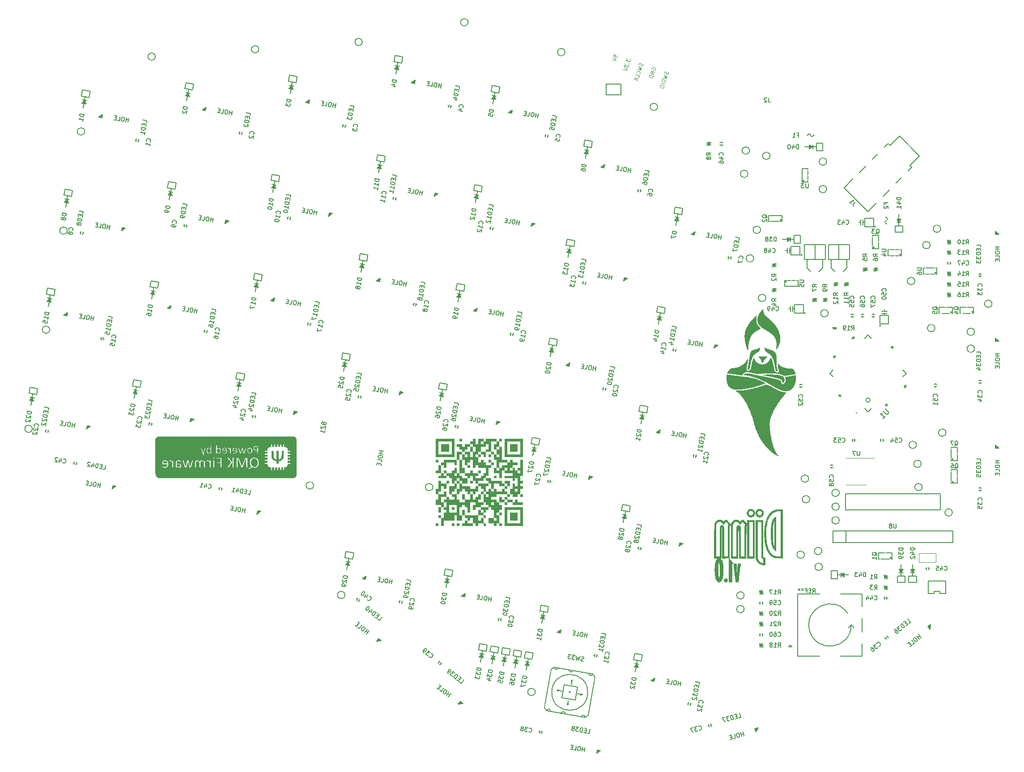
<source format=gbr>
G04 #@! TF.GenerationSoftware,KiCad,Pcbnew,(5.1.7)-1*
G04 #@! TF.CreationDate,2020-10-07T08:34:40+11:00*
G04 #@! TF.ProjectId,Djinn,446a696e-6e2e-46b6-9963-61645f706362,rev?*
G04 #@! TF.SameCoordinates,Original*
G04 #@! TF.FileFunction,Legend,Bot*
G04 #@! TF.FilePolarity,Positive*
%FSLAX46Y46*%
G04 Gerber Fmt 4.6, Leading zero omitted, Abs format (unit mm)*
G04 Created by KiCad (PCBNEW (5.1.7)-1) date 2020-10-07 08:34:40*
%MOMM*%
%LPD*%
G01*
G04 APERTURE LIST*
%ADD10C,0.160000*%
%ADD11C,0.010000*%
%ADD12C,0.120000*%
%ADD13C,0.152400*%
%ADD14C,0.150000*%
%ADD15C,0.100000*%
%ADD16C,7.000000*%
%ADD17O,0.820000X1.800000*%
%ADD18C,2.000000*%
%ADD19R,3.200000X2.000000*%
%ADD20C,1.200000*%
%ADD21C,3.300000*%
%ADD22C,1.600000*%
%ADD23O,0.650000X1.060000*%
%ADD24O,1.000000X2.100000*%
%ADD25O,1.000000X1.600000*%
%ADD26R,0.570000X2.450000*%
%ADD27R,0.300000X2.450000*%
%ADD28C,0.650000*%
%ADD29O,1.060000X0.650000*%
%ADD30C,1.500000*%
%ADD31C,1.750000*%
%ADD32C,3.987800*%
%ADD33C,1.800000*%
G04 APERTURE END LIST*
D10*
G36*
X119311546Y-120221769D02*
G01*
X119137582Y-119611064D01*
X119748287Y-119437100D01*
X119311546Y-120221769D01*
G37*
X119311546Y-120221769D02*
X119137582Y-119611064D01*
X119748287Y-119437100D01*
X119311546Y-120221769D01*
G36*
X152303163Y-100805095D02*
G01*
X151894993Y-100318657D01*
X152381431Y-99910487D01*
X152303163Y-100805095D01*
G37*
X152303163Y-100805095D02*
X151894993Y-100318657D01*
X152381431Y-99910487D01*
X152303163Y-100805095D01*
G36*
X-2502530Y-74268542D02*
G01*
X-2392263Y-73643189D01*
X-1766910Y-73753456D01*
X-2502530Y-74268542D01*
G37*
X-2502530Y-74268542D02*
X-2392263Y-73643189D01*
X-1766910Y-73753456D01*
X-2502530Y-74268542D01*
G36*
X24881960Y-79031063D02*
G01*
X24992227Y-78405710D01*
X25617580Y-78515977D01*
X24881960Y-79031063D01*
G37*
X24881960Y-79031063D02*
X24992227Y-78405710D01*
X25617580Y-78515977D01*
X24881960Y-79031063D01*
G36*
X47520673Y-103081022D02*
G01*
X47911618Y-102580635D01*
X48412004Y-102971580D01*
X47520673Y-103081022D01*
G37*
X47520673Y-103081022D02*
X47911618Y-102580635D01*
X48412004Y-102971580D01*
X47520673Y-103081022D01*
G36*
X62998862Y-114987322D02*
G01*
X63389807Y-114486935D01*
X63890193Y-114877880D01*
X62998862Y-114987322D01*
G37*
X62998862Y-114987322D02*
X63389807Y-114486935D01*
X63890193Y-114877880D01*
X62998862Y-114987322D01*
G36*
X89175980Y-124275001D02*
G01*
X89286247Y-123649648D01*
X89911600Y-123759915D01*
X89175980Y-124275001D01*
G37*
X89175980Y-124275001D02*
X89286247Y-123649648D01*
X89911600Y-123759915D01*
X89175980Y-124275001D01*
G36*
X165322940Y-66564170D02*
G01*
X164687940Y-66564170D01*
X164687940Y-65929170D01*
X165322940Y-66564170D01*
G37*
X165322940Y-66564170D02*
X164687940Y-66564170D01*
X164687940Y-65929170D01*
X165322940Y-66564170D01*
G36*
X165322940Y-46323460D02*
G01*
X164687940Y-46323460D01*
X164687940Y-45688460D01*
X165322940Y-46323460D01*
G37*
X165322940Y-46323460D02*
X164687940Y-46323460D01*
X164687940Y-45688460D01*
X165322940Y-46323460D01*
G36*
X165322939Y-26082750D02*
G01*
X164687939Y-26082750D01*
X164687939Y-25447750D01*
X165322939Y-26082750D01*
G37*
X165322939Y-26082750D02*
X164687939Y-26082750D01*
X164687939Y-25447750D01*
X165322939Y-26082750D01*
D11*
G36*
X121249697Y-54484561D02*
G01*
X121207534Y-54500230D01*
X121169072Y-54514484D01*
X121133575Y-54527593D01*
X121100304Y-54539826D01*
X121068522Y-54551453D01*
X121037492Y-54562743D01*
X121006477Y-54573966D01*
X120974739Y-54585391D01*
X120941540Y-54597288D01*
X120930253Y-54601323D01*
X120826294Y-54638116D01*
X120718746Y-54675515D01*
X120608670Y-54713167D01*
X120497126Y-54750717D01*
X120385174Y-54787811D01*
X120273875Y-54824096D01*
X120164289Y-54859218D01*
X120057477Y-54892823D01*
X120046000Y-54896394D01*
X119824450Y-54964024D01*
X119604778Y-55028629D01*
X119387080Y-55090189D01*
X119171448Y-55148684D01*
X118957976Y-55204096D01*
X118746757Y-55256404D01*
X118537884Y-55305588D01*
X118331451Y-55351630D01*
X118127552Y-55394509D01*
X117926279Y-55434207D01*
X117727726Y-55470702D01*
X117531986Y-55503976D01*
X117339154Y-55534009D01*
X117149321Y-55560781D01*
X116962582Y-55584273D01*
X116779030Y-55604465D01*
X116598758Y-55621337D01*
X116596823Y-55621502D01*
X116449786Y-55632950D01*
X116305890Y-55642013D01*
X116164189Y-55648726D01*
X116023739Y-55653122D01*
X115883593Y-55655236D01*
X115742807Y-55655101D01*
X115683133Y-55654380D01*
X115658332Y-55654014D01*
X115634942Y-55653694D01*
X115613397Y-55653426D01*
X115594128Y-55653214D01*
X115577568Y-55653060D01*
X115564151Y-55652971D01*
X115554308Y-55652948D01*
X115548472Y-55652998D01*
X115546998Y-55653079D01*
X115548103Y-55654657D01*
X115552494Y-55658623D01*
X115559640Y-55664540D01*
X115569012Y-55671971D01*
X115580078Y-55680480D01*
X115582370Y-55682215D01*
X115665894Y-55746951D01*
X115750561Y-55815940D01*
X115836087Y-55888909D01*
X115922185Y-55965583D01*
X116008572Y-56045688D01*
X116094960Y-56128950D01*
X116181066Y-56215096D01*
X116266603Y-56303850D01*
X116351285Y-56394940D01*
X116434829Y-56488090D01*
X116500769Y-56564048D01*
X116612914Y-56698222D01*
X116723609Y-56836870D01*
X116832820Y-56979934D01*
X116940511Y-57127355D01*
X117046646Y-57279076D01*
X117151190Y-57435038D01*
X117254108Y-57595183D01*
X117355363Y-57759452D01*
X117454922Y-57927787D01*
X117552747Y-58100131D01*
X117648803Y-58276424D01*
X117743056Y-58456609D01*
X117835469Y-58640627D01*
X117926008Y-58828420D01*
X118014636Y-59019929D01*
X118065132Y-59132643D01*
X118144521Y-59315203D01*
X118221971Y-59499858D01*
X118297549Y-59686807D01*
X118371324Y-59876251D01*
X118443365Y-60068389D01*
X118513740Y-60263422D01*
X118582518Y-60461548D01*
X118649767Y-60662968D01*
X118715555Y-60867881D01*
X118779951Y-61076488D01*
X118843023Y-61288987D01*
X118904841Y-61505579D01*
X118965472Y-61726464D01*
X119005079Y-61875487D01*
X119020006Y-61932182D01*
X119033977Y-61984829D01*
X119047152Y-62033995D01*
X119059687Y-62080248D01*
X119071741Y-62124154D01*
X119083472Y-62166281D01*
X119095037Y-62207197D01*
X119106596Y-62247467D01*
X119118305Y-62287660D01*
X119130324Y-62328343D01*
X119142809Y-62370082D01*
X119143628Y-62372804D01*
X119208609Y-62581832D01*
X119276715Y-62787492D01*
X119348060Y-62990086D01*
X119422759Y-63189919D01*
X119500928Y-63387293D01*
X119582682Y-63582513D01*
X119668134Y-63775881D01*
X119708636Y-63864120D01*
X119743249Y-63937700D01*
X119780013Y-64014073D01*
X119818371Y-64092128D01*
X119857765Y-64170760D01*
X119897639Y-64248860D01*
X119937435Y-64325321D01*
X119976596Y-64399035D01*
X119993165Y-64429730D01*
X120094354Y-64611599D01*
X120198968Y-64790546D01*
X120306950Y-64966499D01*
X120418245Y-65139388D01*
X120532798Y-65309145D01*
X120650551Y-65475698D01*
X120771450Y-65638977D01*
X120895439Y-65798914D01*
X121022461Y-65955437D01*
X121152462Y-66108477D01*
X121285385Y-66257963D01*
X121421174Y-66403826D01*
X121559775Y-66545996D01*
X121701130Y-66684403D01*
X121845184Y-66818976D01*
X121991881Y-66949646D01*
X122023729Y-66977196D01*
X122145791Y-67080164D01*
X122269027Y-67180023D01*
X122393207Y-67276615D01*
X122518102Y-67369780D01*
X122643483Y-67459362D01*
X122769119Y-67545203D01*
X122894783Y-67627144D01*
X123020244Y-67705028D01*
X123145274Y-67778696D01*
X123269643Y-67847991D01*
X123349187Y-67890181D01*
X123368487Y-67900104D01*
X123389489Y-67910712D01*
X123411696Y-67921767D01*
X123434609Y-67933032D01*
X123457730Y-67944271D01*
X123480561Y-67955247D01*
X123502603Y-67965722D01*
X123523358Y-67975460D01*
X123542328Y-67984224D01*
X123559014Y-67991777D01*
X123572918Y-67997882D01*
X123583542Y-68002301D01*
X123590000Y-68004679D01*
X123590905Y-68004138D01*
X123588454Y-68001069D01*
X123583021Y-67995883D01*
X123578060Y-67991566D01*
X123568488Y-67983072D01*
X123556320Y-67971673D01*
X123542153Y-67957975D01*
X123526585Y-67942585D01*
X123510214Y-67926109D01*
X123493638Y-67909155D01*
X123477455Y-67892328D01*
X123462262Y-67876236D01*
X123448659Y-67861484D01*
X123437507Y-67848983D01*
X123376368Y-67776196D01*
X123315826Y-67698794D01*
X123255928Y-67616876D01*
X123196724Y-67530544D01*
X123138263Y-67439897D01*
X123080592Y-67345037D01*
X123023762Y-67246064D01*
X122967820Y-67143078D01*
X122912816Y-67036180D01*
X122858798Y-66925470D01*
X122805816Y-66811049D01*
X122753917Y-66693017D01*
X122703151Y-66571474D01*
X122653566Y-66446522D01*
X122605212Y-66318260D01*
X122558136Y-66186789D01*
X122512389Y-66052210D01*
X122468018Y-65914623D01*
X122425073Y-65774128D01*
X122417455Y-65748393D01*
X122365853Y-65567361D01*
X122316479Y-65382212D01*
X122269331Y-65192940D01*
X122224408Y-64999540D01*
X122181710Y-64802007D01*
X122141235Y-64600333D01*
X122102982Y-64394514D01*
X122066951Y-64184543D01*
X122033140Y-63970415D01*
X122001548Y-63752123D01*
X121972175Y-63529663D01*
X121945019Y-63303027D01*
X121920080Y-63072211D01*
X121897356Y-62837208D01*
X121876846Y-62598012D01*
X121870339Y-62515234D01*
X121866581Y-62465305D01*
X121862645Y-62411061D01*
X121858528Y-62352422D01*
X121854222Y-62289305D01*
X121849722Y-62221628D01*
X121845023Y-62149311D01*
X121843827Y-62130674D01*
X121841556Y-62086502D01*
X121840108Y-62038627D01*
X121839470Y-61988018D01*
X121839630Y-61935646D01*
X121840577Y-61882480D01*
X121842297Y-61829491D01*
X121844779Y-61777648D01*
X121848010Y-61727922D01*
X121849083Y-61714066D01*
X121860299Y-61599036D01*
X121875619Y-61481653D01*
X121895036Y-61361934D01*
X121918542Y-61239898D01*
X121946128Y-61115564D01*
X121977786Y-60988948D01*
X122013508Y-60860070D01*
X122053286Y-60728947D01*
X122097112Y-60595597D01*
X122144977Y-60460039D01*
X122196874Y-60322290D01*
X122252794Y-60182369D01*
X122312729Y-60040294D01*
X122376671Y-59896083D01*
X122444612Y-59749753D01*
X122516544Y-59601324D01*
X122592458Y-59450813D01*
X122672346Y-59298239D01*
X122756200Y-59143619D01*
X122844013Y-58986971D01*
X122935775Y-58828314D01*
X123031479Y-58667666D01*
X123131117Y-58505045D01*
X123234680Y-58340468D01*
X123342160Y-58173955D01*
X123453550Y-58005522D01*
X123568840Y-57835189D01*
X123649030Y-57718907D01*
X123750384Y-57574407D01*
X123855250Y-57427608D01*
X123963278Y-57278969D01*
X124074116Y-57128950D01*
X124187412Y-56978010D01*
X124302816Y-56826608D01*
X124419976Y-56675204D01*
X124538541Y-56524256D01*
X124658159Y-56374226D01*
X124778479Y-56225571D01*
X124899150Y-56078751D01*
X124953551Y-56013309D01*
X124996130Y-55962272D01*
X124983322Y-55961713D01*
X124977710Y-55961492D01*
X124968072Y-55961137D01*
X124955126Y-55960675D01*
X124939591Y-55960130D01*
X124922186Y-55959529D01*
X124903629Y-55958895D01*
X124898112Y-55958708D01*
X124798646Y-55953717D01*
X124699820Y-55945437D01*
X124600781Y-55933765D01*
X124500676Y-55918597D01*
X124398653Y-55899831D01*
X124377562Y-55895558D01*
X124306052Y-55879840D01*
X124233229Y-55861806D01*
X124158944Y-55841398D01*
X124083047Y-55818554D01*
X124005388Y-55793213D01*
X123925817Y-55765317D01*
X123844185Y-55734804D01*
X123760341Y-55701613D01*
X123674135Y-55665686D01*
X123585418Y-55626960D01*
X123494040Y-55585377D01*
X123399851Y-55540875D01*
X123302700Y-55493394D01*
X123202439Y-55442873D01*
X123098917Y-55389254D01*
X123029907Y-55352762D01*
X122988842Y-55330807D01*
X122947599Y-55308605D01*
X122905907Y-55286002D01*
X122863493Y-55262849D01*
X122820088Y-55238991D01*
X122775419Y-55214278D01*
X122729216Y-55188558D01*
X122681207Y-55161678D01*
X122631120Y-55133486D01*
X122578686Y-55103830D01*
X122523631Y-55072558D01*
X122465686Y-55039519D01*
X122404579Y-55004559D01*
X122340038Y-54967528D01*
X122271792Y-54928273D01*
X122245355Y-54913043D01*
X122223456Y-54900438D01*
X122202470Y-54888388D01*
X122182815Y-54877131D01*
X122164912Y-54866907D01*
X122149177Y-54857952D01*
X122136029Y-54850506D01*
X122125888Y-54844807D01*
X122119171Y-54841093D01*
X122116865Y-54839869D01*
X122111172Y-54837229D01*
X122101865Y-54833182D01*
X122089744Y-54828066D01*
X122075610Y-54822216D01*
X122060267Y-54815968D01*
X122051585Y-54812478D01*
X122000411Y-54791851D01*
X121945609Y-54769484D01*
X121887842Y-54745658D01*
X121827776Y-54720658D01*
X121766077Y-54694766D01*
X121703409Y-54668267D01*
X121640438Y-54641442D01*
X121577828Y-54614575D01*
X121516246Y-54587949D01*
X121456356Y-54561848D01*
X121398824Y-54536555D01*
X121344314Y-54512352D01*
X121301921Y-54493330D01*
X121267664Y-54477876D01*
X121249697Y-54484561D01*
G37*
X121249697Y-54484561D02*
X121207534Y-54500230D01*
X121169072Y-54514484D01*
X121133575Y-54527593D01*
X121100304Y-54539826D01*
X121068522Y-54551453D01*
X121037492Y-54562743D01*
X121006477Y-54573966D01*
X120974739Y-54585391D01*
X120941540Y-54597288D01*
X120930253Y-54601323D01*
X120826294Y-54638116D01*
X120718746Y-54675515D01*
X120608670Y-54713167D01*
X120497126Y-54750717D01*
X120385174Y-54787811D01*
X120273875Y-54824096D01*
X120164289Y-54859218D01*
X120057477Y-54892823D01*
X120046000Y-54896394D01*
X119824450Y-54964024D01*
X119604778Y-55028629D01*
X119387080Y-55090189D01*
X119171448Y-55148684D01*
X118957976Y-55204096D01*
X118746757Y-55256404D01*
X118537884Y-55305588D01*
X118331451Y-55351630D01*
X118127552Y-55394509D01*
X117926279Y-55434207D01*
X117727726Y-55470702D01*
X117531986Y-55503976D01*
X117339154Y-55534009D01*
X117149321Y-55560781D01*
X116962582Y-55584273D01*
X116779030Y-55604465D01*
X116598758Y-55621337D01*
X116596823Y-55621502D01*
X116449786Y-55632950D01*
X116305890Y-55642013D01*
X116164189Y-55648726D01*
X116023739Y-55653122D01*
X115883593Y-55655236D01*
X115742807Y-55655101D01*
X115683133Y-55654380D01*
X115658332Y-55654014D01*
X115634942Y-55653694D01*
X115613397Y-55653426D01*
X115594128Y-55653214D01*
X115577568Y-55653060D01*
X115564151Y-55652971D01*
X115554308Y-55652948D01*
X115548472Y-55652998D01*
X115546998Y-55653079D01*
X115548103Y-55654657D01*
X115552494Y-55658623D01*
X115559640Y-55664540D01*
X115569012Y-55671971D01*
X115580078Y-55680480D01*
X115582370Y-55682215D01*
X115665894Y-55746951D01*
X115750561Y-55815940D01*
X115836087Y-55888909D01*
X115922185Y-55965583D01*
X116008572Y-56045688D01*
X116094960Y-56128950D01*
X116181066Y-56215096D01*
X116266603Y-56303850D01*
X116351285Y-56394940D01*
X116434829Y-56488090D01*
X116500769Y-56564048D01*
X116612914Y-56698222D01*
X116723609Y-56836870D01*
X116832820Y-56979934D01*
X116940511Y-57127355D01*
X117046646Y-57279076D01*
X117151190Y-57435038D01*
X117254108Y-57595183D01*
X117355363Y-57759452D01*
X117454922Y-57927787D01*
X117552747Y-58100131D01*
X117648803Y-58276424D01*
X117743056Y-58456609D01*
X117835469Y-58640627D01*
X117926008Y-58828420D01*
X118014636Y-59019929D01*
X118065132Y-59132643D01*
X118144521Y-59315203D01*
X118221971Y-59499858D01*
X118297549Y-59686807D01*
X118371324Y-59876251D01*
X118443365Y-60068389D01*
X118513740Y-60263422D01*
X118582518Y-60461548D01*
X118649767Y-60662968D01*
X118715555Y-60867881D01*
X118779951Y-61076488D01*
X118843023Y-61288987D01*
X118904841Y-61505579D01*
X118965472Y-61726464D01*
X119005079Y-61875487D01*
X119020006Y-61932182D01*
X119033977Y-61984829D01*
X119047152Y-62033995D01*
X119059687Y-62080248D01*
X119071741Y-62124154D01*
X119083472Y-62166281D01*
X119095037Y-62207197D01*
X119106596Y-62247467D01*
X119118305Y-62287660D01*
X119130324Y-62328343D01*
X119142809Y-62370082D01*
X119143628Y-62372804D01*
X119208609Y-62581832D01*
X119276715Y-62787492D01*
X119348060Y-62990086D01*
X119422759Y-63189919D01*
X119500928Y-63387293D01*
X119582682Y-63582513D01*
X119668134Y-63775881D01*
X119708636Y-63864120D01*
X119743249Y-63937700D01*
X119780013Y-64014073D01*
X119818371Y-64092128D01*
X119857765Y-64170760D01*
X119897639Y-64248860D01*
X119937435Y-64325321D01*
X119976596Y-64399035D01*
X119993165Y-64429730D01*
X120094354Y-64611599D01*
X120198968Y-64790546D01*
X120306950Y-64966499D01*
X120418245Y-65139388D01*
X120532798Y-65309145D01*
X120650551Y-65475698D01*
X120771450Y-65638977D01*
X120895439Y-65798914D01*
X121022461Y-65955437D01*
X121152462Y-66108477D01*
X121285385Y-66257963D01*
X121421174Y-66403826D01*
X121559775Y-66545996D01*
X121701130Y-66684403D01*
X121845184Y-66818976D01*
X121991881Y-66949646D01*
X122023729Y-66977196D01*
X122145791Y-67080164D01*
X122269027Y-67180023D01*
X122393207Y-67276615D01*
X122518102Y-67369780D01*
X122643483Y-67459362D01*
X122769119Y-67545203D01*
X122894783Y-67627144D01*
X123020244Y-67705028D01*
X123145274Y-67778696D01*
X123269643Y-67847991D01*
X123349187Y-67890181D01*
X123368487Y-67900104D01*
X123389489Y-67910712D01*
X123411696Y-67921767D01*
X123434609Y-67933032D01*
X123457730Y-67944271D01*
X123480561Y-67955247D01*
X123502603Y-67965722D01*
X123523358Y-67975460D01*
X123542328Y-67984224D01*
X123559014Y-67991777D01*
X123572918Y-67997882D01*
X123583542Y-68002301D01*
X123590000Y-68004679D01*
X123590905Y-68004138D01*
X123588454Y-68001069D01*
X123583021Y-67995883D01*
X123578060Y-67991566D01*
X123568488Y-67983072D01*
X123556320Y-67971673D01*
X123542153Y-67957975D01*
X123526585Y-67942585D01*
X123510214Y-67926109D01*
X123493638Y-67909155D01*
X123477455Y-67892328D01*
X123462262Y-67876236D01*
X123448659Y-67861484D01*
X123437507Y-67848983D01*
X123376368Y-67776196D01*
X123315826Y-67698794D01*
X123255928Y-67616876D01*
X123196724Y-67530544D01*
X123138263Y-67439897D01*
X123080592Y-67345037D01*
X123023762Y-67246064D01*
X122967820Y-67143078D01*
X122912816Y-67036180D01*
X122858798Y-66925470D01*
X122805816Y-66811049D01*
X122753917Y-66693017D01*
X122703151Y-66571474D01*
X122653566Y-66446522D01*
X122605212Y-66318260D01*
X122558136Y-66186789D01*
X122512389Y-66052210D01*
X122468018Y-65914623D01*
X122425073Y-65774128D01*
X122417455Y-65748393D01*
X122365853Y-65567361D01*
X122316479Y-65382212D01*
X122269331Y-65192940D01*
X122224408Y-64999540D01*
X122181710Y-64802007D01*
X122141235Y-64600333D01*
X122102982Y-64394514D01*
X122066951Y-64184543D01*
X122033140Y-63970415D01*
X122001548Y-63752123D01*
X121972175Y-63529663D01*
X121945019Y-63303027D01*
X121920080Y-63072211D01*
X121897356Y-62837208D01*
X121876846Y-62598012D01*
X121870339Y-62515234D01*
X121866581Y-62465305D01*
X121862645Y-62411061D01*
X121858528Y-62352422D01*
X121854222Y-62289305D01*
X121849722Y-62221628D01*
X121845023Y-62149311D01*
X121843827Y-62130674D01*
X121841556Y-62086502D01*
X121840108Y-62038627D01*
X121839470Y-61988018D01*
X121839630Y-61935646D01*
X121840577Y-61882480D01*
X121842297Y-61829491D01*
X121844779Y-61777648D01*
X121848010Y-61727922D01*
X121849083Y-61714066D01*
X121860299Y-61599036D01*
X121875619Y-61481653D01*
X121895036Y-61361934D01*
X121918542Y-61239898D01*
X121946128Y-61115564D01*
X121977786Y-60988948D01*
X122013508Y-60860070D01*
X122053286Y-60728947D01*
X122097112Y-60595597D01*
X122144977Y-60460039D01*
X122196874Y-60322290D01*
X122252794Y-60182369D01*
X122312729Y-60040294D01*
X122376671Y-59896083D01*
X122444612Y-59749753D01*
X122516544Y-59601324D01*
X122592458Y-59450813D01*
X122672346Y-59298239D01*
X122756200Y-59143619D01*
X122844013Y-58986971D01*
X122935775Y-58828314D01*
X123031479Y-58667666D01*
X123131117Y-58505045D01*
X123234680Y-58340468D01*
X123342160Y-58173955D01*
X123453550Y-58005522D01*
X123568840Y-57835189D01*
X123649030Y-57718907D01*
X123750384Y-57574407D01*
X123855250Y-57427608D01*
X123963278Y-57278969D01*
X124074116Y-57128950D01*
X124187412Y-56978010D01*
X124302816Y-56826608D01*
X124419976Y-56675204D01*
X124538541Y-56524256D01*
X124658159Y-56374226D01*
X124778479Y-56225571D01*
X124899150Y-56078751D01*
X124953551Y-56013309D01*
X124996130Y-55962272D01*
X124983322Y-55961713D01*
X124977710Y-55961492D01*
X124968072Y-55961137D01*
X124955126Y-55960675D01*
X124939591Y-55960130D01*
X124922186Y-55959529D01*
X124903629Y-55958895D01*
X124898112Y-55958708D01*
X124798646Y-55953717D01*
X124699820Y-55945437D01*
X124600781Y-55933765D01*
X124500676Y-55918597D01*
X124398653Y-55899831D01*
X124377562Y-55895558D01*
X124306052Y-55879840D01*
X124233229Y-55861806D01*
X124158944Y-55841398D01*
X124083047Y-55818554D01*
X124005388Y-55793213D01*
X123925817Y-55765317D01*
X123844185Y-55734804D01*
X123760341Y-55701613D01*
X123674135Y-55665686D01*
X123585418Y-55626960D01*
X123494040Y-55585377D01*
X123399851Y-55540875D01*
X123302700Y-55493394D01*
X123202439Y-55442873D01*
X123098917Y-55389254D01*
X123029907Y-55352762D01*
X122988842Y-55330807D01*
X122947599Y-55308605D01*
X122905907Y-55286002D01*
X122863493Y-55262849D01*
X122820088Y-55238991D01*
X122775419Y-55214278D01*
X122729216Y-55188558D01*
X122681207Y-55161678D01*
X122631120Y-55133486D01*
X122578686Y-55103830D01*
X122523631Y-55072558D01*
X122465686Y-55039519D01*
X122404579Y-55004559D01*
X122340038Y-54967528D01*
X122271792Y-54928273D01*
X122245355Y-54913043D01*
X122223456Y-54900438D01*
X122202470Y-54888388D01*
X122182815Y-54877131D01*
X122164912Y-54866907D01*
X122149177Y-54857952D01*
X122136029Y-54850506D01*
X122125888Y-54844807D01*
X122119171Y-54841093D01*
X122116865Y-54839869D01*
X122111172Y-54837229D01*
X122101865Y-54833182D01*
X122089744Y-54828066D01*
X122075610Y-54822216D01*
X122060267Y-54815968D01*
X122051585Y-54812478D01*
X122000411Y-54791851D01*
X121945609Y-54769484D01*
X121887842Y-54745658D01*
X121827776Y-54720658D01*
X121766077Y-54694766D01*
X121703409Y-54668267D01*
X121640438Y-54641442D01*
X121577828Y-54614575D01*
X121516246Y-54587949D01*
X121456356Y-54561848D01*
X121398824Y-54536555D01*
X121344314Y-54512352D01*
X121301921Y-54493330D01*
X121267664Y-54477876D01*
X121249697Y-54484561D01*
G36*
X117553283Y-52366263D02*
G01*
X117526356Y-52366772D01*
X117501611Y-52367621D01*
X117479907Y-52368810D01*
X117462563Y-52370290D01*
X117407943Y-52377716D01*
X117357144Y-52387861D01*
X117310048Y-52400791D01*
X117266540Y-52416571D01*
X117226504Y-52435266D01*
X117189823Y-52456941D01*
X117156383Y-52481661D01*
X117126067Y-52509490D01*
X117098758Y-52540494D01*
X117074342Y-52574738D01*
X117062481Y-52594315D01*
X117057869Y-52602667D01*
X117052653Y-52612571D01*
X117047293Y-52623095D01*
X117042250Y-52633302D01*
X117037986Y-52642258D01*
X117034959Y-52649030D01*
X117033632Y-52652682D01*
X117033608Y-52652900D01*
X117035882Y-52653125D01*
X117042311Y-52653430D01*
X117052301Y-52653795D01*
X117065260Y-52654202D01*
X117080596Y-52654629D01*
X117097716Y-52655058D01*
X117101855Y-52655155D01*
X117192291Y-52658534D01*
X117286493Y-52664551D01*
X117384298Y-52673179D01*
X117485545Y-52684388D01*
X117590072Y-52698152D01*
X117697715Y-52714442D01*
X117808314Y-52733230D01*
X117921705Y-52754489D01*
X118037726Y-52778189D01*
X118156216Y-52804304D01*
X118277011Y-52832805D01*
X118399951Y-52863664D01*
X118524871Y-52896853D01*
X118563542Y-52907491D01*
X118721146Y-52952675D01*
X118881369Y-53001534D01*
X119043956Y-53053962D01*
X119208652Y-53109855D01*
X119375200Y-53169109D01*
X119543346Y-53231619D01*
X119712835Y-53297280D01*
X119883411Y-53365988D01*
X120054819Y-53437638D01*
X120226804Y-53512126D01*
X120399110Y-53589347D01*
X120571482Y-53669196D01*
X120743665Y-53751570D01*
X120915403Y-53836363D01*
X121086441Y-53923471D01*
X121236477Y-54002119D01*
X121276407Y-54023383D01*
X121315889Y-54044510D01*
X121355152Y-54065630D01*
X121394429Y-54086873D01*
X121433951Y-54108369D01*
X121473948Y-54130247D01*
X121514652Y-54152637D01*
X121556294Y-54175668D01*
X121599104Y-54199471D01*
X121643315Y-54224174D01*
X121689157Y-54249908D01*
X121736861Y-54276802D01*
X121786659Y-54304986D01*
X121838781Y-54334589D01*
X121893459Y-54365740D01*
X121950924Y-54398571D01*
X122011407Y-54433210D01*
X122075139Y-54469786D01*
X122142351Y-54508431D01*
X122213275Y-54549272D01*
X122260785Y-54576661D01*
X122335762Y-54619875D01*
X122406840Y-54660785D01*
X122474212Y-54699500D01*
X122538072Y-54736125D01*
X122598612Y-54770768D01*
X122656024Y-54803534D01*
X122710501Y-54834532D01*
X122762237Y-54863867D01*
X122811423Y-54891646D01*
X122858252Y-54917976D01*
X122902917Y-54942963D01*
X122945611Y-54966714D01*
X122986526Y-54989337D01*
X123025855Y-55010936D01*
X123063791Y-55031621D01*
X123100526Y-55051496D01*
X123136254Y-55070668D01*
X123171166Y-55089245D01*
X123205455Y-55107333D01*
X123239315Y-55125039D01*
X123272937Y-55142469D01*
X123306515Y-55159730D01*
X123340241Y-55176929D01*
X123374307Y-55194173D01*
X123393103Y-55203636D01*
X123475342Y-55244511D01*
X123554097Y-55282710D01*
X123629704Y-55318374D01*
X123702500Y-55351648D01*
X123772818Y-55382675D01*
X123840994Y-55411599D01*
X123907364Y-55438564D01*
X123972264Y-55463714D01*
X124036027Y-55487191D01*
X124098991Y-55509140D01*
X124132552Y-55520334D01*
X124242297Y-55553951D01*
X124353167Y-55583138D01*
X124464871Y-55607840D01*
X124577122Y-55627999D01*
X124689629Y-55643560D01*
X124802104Y-55654469D01*
X124841487Y-55657182D01*
X124861418Y-55658208D01*
X124884738Y-55659077D01*
X124910460Y-55659777D01*
X124937599Y-55660297D01*
X124965170Y-55660626D01*
X124992188Y-55660753D01*
X125017667Y-55660668D01*
X125040623Y-55660360D01*
X125060070Y-55659817D01*
X125064281Y-55659643D01*
X125156929Y-55653414D01*
X125247109Y-55643132D01*
X125334827Y-55628791D01*
X125420091Y-55610390D01*
X125502909Y-55587923D01*
X125583289Y-55561388D01*
X125661238Y-55530780D01*
X125736764Y-55496096D01*
X125809876Y-55457332D01*
X125880580Y-55414484D01*
X125948885Y-55367550D01*
X126014799Y-55316524D01*
X126078328Y-55261403D01*
X126139481Y-55202185D01*
X126198266Y-55138864D01*
X126227703Y-55104550D01*
X126282846Y-55035029D01*
X126335450Y-54961541D01*
X126385499Y-54884142D01*
X126432975Y-54802889D01*
X126477859Y-54717840D01*
X126520134Y-54629050D01*
X126559781Y-54536577D01*
X126596783Y-54440476D01*
X126631122Y-54340806D01*
X126662779Y-54237622D01*
X126691737Y-54130982D01*
X126717979Y-54020941D01*
X126741485Y-53907557D01*
X126762238Y-53790887D01*
X126780221Y-53670986D01*
X126795414Y-53547913D01*
X126807801Y-53421723D01*
X126817363Y-53292473D01*
X126820935Y-53229540D01*
X126822445Y-53195854D01*
X126823737Y-53158443D01*
X126824796Y-53118326D01*
X126825611Y-53076524D01*
X126826168Y-53034054D01*
X126826452Y-52991936D01*
X126826452Y-52951188D01*
X126826154Y-52912830D01*
X126825545Y-52877880D01*
X126825523Y-52876947D01*
X126824776Y-52847827D01*
X126823970Y-52820693D01*
X126823123Y-52795884D01*
X126822248Y-52773738D01*
X126821363Y-52754595D01*
X126820483Y-52738792D01*
X126819625Y-52726669D01*
X126818803Y-52718563D01*
X126818033Y-52714813D01*
X126817920Y-52714643D01*
X126815433Y-52714883D01*
X126808936Y-52716073D01*
X126799041Y-52718085D01*
X126786363Y-52720790D01*
X126771513Y-52724061D01*
X126755416Y-52727698D01*
X126618286Y-52758384D01*
X126477806Y-52788532D01*
X126335076Y-52817931D01*
X126191199Y-52846365D01*
X126047276Y-52873622D01*
X125904409Y-52899489D01*
X125763698Y-52923751D01*
X125634000Y-52944965D01*
X125571435Y-52954831D01*
X125511260Y-52964143D01*
X125452877Y-52972981D01*
X125395687Y-52981427D01*
X125339092Y-52989561D01*
X125282492Y-52997466D01*
X125225288Y-53005222D01*
X125166882Y-53012912D01*
X125106675Y-53020615D01*
X125044069Y-53028414D01*
X124978463Y-53036390D01*
X124909260Y-53044624D01*
X124844108Y-53052241D01*
X124837156Y-53053258D01*
X124832632Y-53054322D01*
X124831645Y-53054913D01*
X124832752Y-53057360D01*
X124835738Y-53062985D01*
X124840102Y-53070862D01*
X124843652Y-53077120D01*
X124866967Y-53121174D01*
X124888570Y-53168578D01*
X124907998Y-53218102D01*
X124924787Y-53268514D01*
X124938477Y-53318584D01*
X124944432Y-53345122D01*
X124950144Y-53374724D01*
X124954606Y-53402480D01*
X124957911Y-53429495D01*
X124960151Y-53456874D01*
X124961418Y-53485721D01*
X124961805Y-53517143D01*
X124961461Y-53549272D01*
X124960598Y-53580794D01*
X124959201Y-53608829D01*
X124957118Y-53634622D01*
X124954195Y-53659419D01*
X124950279Y-53684465D01*
X124945219Y-53711005D01*
X124938860Y-53740285D01*
X124937036Y-53748238D01*
X124920220Y-53811072D01*
X124898846Y-53874177D01*
X124873073Y-53937272D01*
X124843059Y-54000073D01*
X124808962Y-54062298D01*
X124770940Y-54123663D01*
X124729151Y-54183887D01*
X124683752Y-54242686D01*
X124634903Y-54299778D01*
X124619065Y-54317105D01*
X124595932Y-54341239D01*
X124574731Y-54361669D01*
X124555016Y-54378796D01*
X124536336Y-54393023D01*
X124528462Y-54398381D01*
X124496821Y-54416339D01*
X124463265Y-54430144D01*
X124428278Y-54439741D01*
X124392345Y-54445074D01*
X124355950Y-54446088D01*
X124319576Y-54442727D01*
X124283709Y-54434936D01*
X124264299Y-54428715D01*
X124230747Y-54414180D01*
X124199334Y-54395592D01*
X124170425Y-54373300D01*
X124144380Y-54347653D01*
X124121564Y-54318999D01*
X124102338Y-54287689D01*
X124089606Y-54260522D01*
X124083471Y-54244255D01*
X124078473Y-54228013D01*
X124074339Y-54210629D01*
X124070796Y-54190940D01*
X124067571Y-54167781D01*
X124067265Y-54165309D01*
X124060182Y-54115371D01*
X124051385Y-54066726D01*
X124041000Y-54019729D01*
X124029151Y-53974736D01*
X124015963Y-53932103D01*
X124001560Y-53892185D01*
X123986069Y-53855338D01*
X123969613Y-53821916D01*
X123952317Y-53792276D01*
X123934307Y-53766773D01*
X123922454Y-53752778D01*
X123914787Y-53744764D01*
X123907612Y-53738261D01*
X123899959Y-53732638D01*
X123890858Y-53727266D01*
X123879341Y-53721513D01*
X123864437Y-53714749D01*
X123863035Y-53714131D01*
X123822794Y-53697045D01*
X123778120Y-53679290D01*
X123729266Y-53660950D01*
X123676488Y-53642111D01*
X123620038Y-53622858D01*
X123560172Y-53603276D01*
X123497143Y-53583452D01*
X123431205Y-53563469D01*
X123362612Y-53543414D01*
X123312393Y-53529165D01*
X123298459Y-53525260D01*
X123285199Y-53521543D01*
X123273682Y-53518314D01*
X123264977Y-53515873D01*
X123261355Y-53514857D01*
X123203047Y-53498751D01*
X123140314Y-53481911D01*
X123073416Y-53464399D01*
X123002609Y-53446274D01*
X122928151Y-53427597D01*
X122850299Y-53408428D01*
X122769311Y-53388826D01*
X122685444Y-53368853D01*
X122598956Y-53348567D01*
X122510103Y-53328031D01*
X122419145Y-53307302D01*
X122326337Y-53286443D01*
X122231938Y-53265512D01*
X122136204Y-53244571D01*
X122039394Y-53223678D01*
X121941764Y-53202896D01*
X121843573Y-53182283D01*
X121797888Y-53172791D01*
X121741024Y-53161063D01*
X121682866Y-53149156D01*
X121623696Y-53137125D01*
X121563799Y-53125024D01*
X121503459Y-53112909D01*
X121442960Y-53100834D01*
X121382587Y-53088855D01*
X121322623Y-53077026D01*
X121263352Y-53065402D01*
X121205058Y-53054038D01*
X121148026Y-53042989D01*
X121092540Y-53032309D01*
X121038883Y-53022054D01*
X120987340Y-53012278D01*
X120938194Y-53003037D01*
X120891730Y-52994385D01*
X120848232Y-52986377D01*
X120807984Y-52979067D01*
X120771270Y-52972512D01*
X120738374Y-52966765D01*
X120709580Y-52961882D01*
X120686935Y-52958196D01*
X120617844Y-52947148D01*
X120549938Y-52936088D01*
X120482969Y-52924964D01*
X120416691Y-52913727D01*
X120350856Y-52902326D01*
X120285216Y-52890712D01*
X120219526Y-52878834D01*
X120153538Y-52866641D01*
X120087005Y-52854085D01*
X120019679Y-52841115D01*
X119951314Y-52827680D01*
X119881662Y-52813731D01*
X119810477Y-52799217D01*
X119737511Y-52784088D01*
X119662517Y-52768295D01*
X119585248Y-52751787D01*
X119505457Y-52734514D01*
X119422897Y-52716426D01*
X119337321Y-52697473D01*
X119248481Y-52677604D01*
X119156131Y-52656770D01*
X119060024Y-52634920D01*
X118959911Y-52612005D01*
X118855547Y-52587974D01*
X118812795Y-52578093D01*
X118730727Y-52559177D01*
X118653042Y-52541423D01*
X118579529Y-52524790D01*
X118509978Y-52509238D01*
X118444179Y-52494729D01*
X118381920Y-52481221D01*
X118322992Y-52468676D01*
X118267183Y-52457054D01*
X118214284Y-52446314D01*
X118164084Y-52436418D01*
X118116372Y-52427324D01*
X118070938Y-52418995D01*
X118027572Y-52411389D01*
X117986062Y-52404468D01*
X117946199Y-52398191D01*
X117907771Y-52392518D01*
X117870569Y-52387411D01*
X117834382Y-52382828D01*
X117799000Y-52378731D01*
X117764211Y-52375080D01*
X117729806Y-52371835D01*
X117712524Y-52370338D01*
X117690558Y-52368811D01*
X117665616Y-52367623D01*
X117638558Y-52366774D01*
X117610243Y-52366264D01*
X117581532Y-52366093D01*
X117553283Y-52366263D01*
G37*
X117553283Y-52366263D02*
X117526356Y-52366772D01*
X117501611Y-52367621D01*
X117479907Y-52368810D01*
X117462563Y-52370290D01*
X117407943Y-52377716D01*
X117357144Y-52387861D01*
X117310048Y-52400791D01*
X117266540Y-52416571D01*
X117226504Y-52435266D01*
X117189823Y-52456941D01*
X117156383Y-52481661D01*
X117126067Y-52509490D01*
X117098758Y-52540494D01*
X117074342Y-52574738D01*
X117062481Y-52594315D01*
X117057869Y-52602667D01*
X117052653Y-52612571D01*
X117047293Y-52623095D01*
X117042250Y-52633302D01*
X117037986Y-52642258D01*
X117034959Y-52649030D01*
X117033632Y-52652682D01*
X117033608Y-52652900D01*
X117035882Y-52653125D01*
X117042311Y-52653430D01*
X117052301Y-52653795D01*
X117065260Y-52654202D01*
X117080596Y-52654629D01*
X117097716Y-52655058D01*
X117101855Y-52655155D01*
X117192291Y-52658534D01*
X117286493Y-52664551D01*
X117384298Y-52673179D01*
X117485545Y-52684388D01*
X117590072Y-52698152D01*
X117697715Y-52714442D01*
X117808314Y-52733230D01*
X117921705Y-52754489D01*
X118037726Y-52778189D01*
X118156216Y-52804304D01*
X118277011Y-52832805D01*
X118399951Y-52863664D01*
X118524871Y-52896853D01*
X118563542Y-52907491D01*
X118721146Y-52952675D01*
X118881369Y-53001534D01*
X119043956Y-53053962D01*
X119208652Y-53109855D01*
X119375200Y-53169109D01*
X119543346Y-53231619D01*
X119712835Y-53297280D01*
X119883411Y-53365988D01*
X120054819Y-53437638D01*
X120226804Y-53512126D01*
X120399110Y-53589347D01*
X120571482Y-53669196D01*
X120743665Y-53751570D01*
X120915403Y-53836363D01*
X121086441Y-53923471D01*
X121236477Y-54002119D01*
X121276407Y-54023383D01*
X121315889Y-54044510D01*
X121355152Y-54065630D01*
X121394429Y-54086873D01*
X121433951Y-54108369D01*
X121473948Y-54130247D01*
X121514652Y-54152637D01*
X121556294Y-54175668D01*
X121599104Y-54199471D01*
X121643315Y-54224174D01*
X121689157Y-54249908D01*
X121736861Y-54276802D01*
X121786659Y-54304986D01*
X121838781Y-54334589D01*
X121893459Y-54365740D01*
X121950924Y-54398571D01*
X122011407Y-54433210D01*
X122075139Y-54469786D01*
X122142351Y-54508431D01*
X122213275Y-54549272D01*
X122260785Y-54576661D01*
X122335762Y-54619875D01*
X122406840Y-54660785D01*
X122474212Y-54699500D01*
X122538072Y-54736125D01*
X122598612Y-54770768D01*
X122656024Y-54803534D01*
X122710501Y-54834532D01*
X122762237Y-54863867D01*
X122811423Y-54891646D01*
X122858252Y-54917976D01*
X122902917Y-54942963D01*
X122945611Y-54966714D01*
X122986526Y-54989337D01*
X123025855Y-55010936D01*
X123063791Y-55031621D01*
X123100526Y-55051496D01*
X123136254Y-55070668D01*
X123171166Y-55089245D01*
X123205455Y-55107333D01*
X123239315Y-55125039D01*
X123272937Y-55142469D01*
X123306515Y-55159730D01*
X123340241Y-55176929D01*
X123374307Y-55194173D01*
X123393103Y-55203636D01*
X123475342Y-55244511D01*
X123554097Y-55282710D01*
X123629704Y-55318374D01*
X123702500Y-55351648D01*
X123772818Y-55382675D01*
X123840994Y-55411599D01*
X123907364Y-55438564D01*
X123972264Y-55463714D01*
X124036027Y-55487191D01*
X124098991Y-55509140D01*
X124132552Y-55520334D01*
X124242297Y-55553951D01*
X124353167Y-55583138D01*
X124464871Y-55607840D01*
X124577122Y-55627999D01*
X124689629Y-55643560D01*
X124802104Y-55654469D01*
X124841487Y-55657182D01*
X124861418Y-55658208D01*
X124884738Y-55659077D01*
X124910460Y-55659777D01*
X124937599Y-55660297D01*
X124965170Y-55660626D01*
X124992188Y-55660753D01*
X125017667Y-55660668D01*
X125040623Y-55660360D01*
X125060070Y-55659817D01*
X125064281Y-55659643D01*
X125156929Y-55653414D01*
X125247109Y-55643132D01*
X125334827Y-55628791D01*
X125420091Y-55610390D01*
X125502909Y-55587923D01*
X125583289Y-55561388D01*
X125661238Y-55530780D01*
X125736764Y-55496096D01*
X125809876Y-55457332D01*
X125880580Y-55414484D01*
X125948885Y-55367550D01*
X126014799Y-55316524D01*
X126078328Y-55261403D01*
X126139481Y-55202185D01*
X126198266Y-55138864D01*
X126227703Y-55104550D01*
X126282846Y-55035029D01*
X126335450Y-54961541D01*
X126385499Y-54884142D01*
X126432975Y-54802889D01*
X126477859Y-54717840D01*
X126520134Y-54629050D01*
X126559781Y-54536577D01*
X126596783Y-54440476D01*
X126631122Y-54340806D01*
X126662779Y-54237622D01*
X126691737Y-54130982D01*
X126717979Y-54020941D01*
X126741485Y-53907557D01*
X126762238Y-53790887D01*
X126780221Y-53670986D01*
X126795414Y-53547913D01*
X126807801Y-53421723D01*
X126817363Y-53292473D01*
X126820935Y-53229540D01*
X126822445Y-53195854D01*
X126823737Y-53158443D01*
X126824796Y-53118326D01*
X126825611Y-53076524D01*
X126826168Y-53034054D01*
X126826452Y-52991936D01*
X126826452Y-52951188D01*
X126826154Y-52912830D01*
X126825545Y-52877880D01*
X126825523Y-52876947D01*
X126824776Y-52847827D01*
X126823970Y-52820693D01*
X126823123Y-52795884D01*
X126822248Y-52773738D01*
X126821363Y-52754595D01*
X126820483Y-52738792D01*
X126819625Y-52726669D01*
X126818803Y-52718563D01*
X126818033Y-52714813D01*
X126817920Y-52714643D01*
X126815433Y-52714883D01*
X126808936Y-52716073D01*
X126799041Y-52718085D01*
X126786363Y-52720790D01*
X126771513Y-52724061D01*
X126755416Y-52727698D01*
X126618286Y-52758384D01*
X126477806Y-52788532D01*
X126335076Y-52817931D01*
X126191199Y-52846365D01*
X126047276Y-52873622D01*
X125904409Y-52899489D01*
X125763698Y-52923751D01*
X125634000Y-52944965D01*
X125571435Y-52954831D01*
X125511260Y-52964143D01*
X125452877Y-52972981D01*
X125395687Y-52981427D01*
X125339092Y-52989561D01*
X125282492Y-52997466D01*
X125225288Y-53005222D01*
X125166882Y-53012912D01*
X125106675Y-53020615D01*
X125044069Y-53028414D01*
X124978463Y-53036390D01*
X124909260Y-53044624D01*
X124844108Y-53052241D01*
X124837156Y-53053258D01*
X124832632Y-53054322D01*
X124831645Y-53054913D01*
X124832752Y-53057360D01*
X124835738Y-53062985D01*
X124840102Y-53070862D01*
X124843652Y-53077120D01*
X124866967Y-53121174D01*
X124888570Y-53168578D01*
X124907998Y-53218102D01*
X124924787Y-53268514D01*
X124938477Y-53318584D01*
X124944432Y-53345122D01*
X124950144Y-53374724D01*
X124954606Y-53402480D01*
X124957911Y-53429495D01*
X124960151Y-53456874D01*
X124961418Y-53485721D01*
X124961805Y-53517143D01*
X124961461Y-53549272D01*
X124960598Y-53580794D01*
X124959201Y-53608829D01*
X124957118Y-53634622D01*
X124954195Y-53659419D01*
X124950279Y-53684465D01*
X124945219Y-53711005D01*
X124938860Y-53740285D01*
X124937036Y-53748238D01*
X124920220Y-53811072D01*
X124898846Y-53874177D01*
X124873073Y-53937272D01*
X124843059Y-54000073D01*
X124808962Y-54062298D01*
X124770940Y-54123663D01*
X124729151Y-54183887D01*
X124683752Y-54242686D01*
X124634903Y-54299778D01*
X124619065Y-54317105D01*
X124595932Y-54341239D01*
X124574731Y-54361669D01*
X124555016Y-54378796D01*
X124536336Y-54393023D01*
X124528462Y-54398381D01*
X124496821Y-54416339D01*
X124463265Y-54430144D01*
X124428278Y-54439741D01*
X124392345Y-54445074D01*
X124355950Y-54446088D01*
X124319576Y-54442727D01*
X124283709Y-54434936D01*
X124264299Y-54428715D01*
X124230747Y-54414180D01*
X124199334Y-54395592D01*
X124170425Y-54373300D01*
X124144380Y-54347653D01*
X124121564Y-54318999D01*
X124102338Y-54287689D01*
X124089606Y-54260522D01*
X124083471Y-54244255D01*
X124078473Y-54228013D01*
X124074339Y-54210629D01*
X124070796Y-54190940D01*
X124067571Y-54167781D01*
X124067265Y-54165309D01*
X124060182Y-54115371D01*
X124051385Y-54066726D01*
X124041000Y-54019729D01*
X124029151Y-53974736D01*
X124015963Y-53932103D01*
X124001560Y-53892185D01*
X123986069Y-53855338D01*
X123969613Y-53821916D01*
X123952317Y-53792276D01*
X123934307Y-53766773D01*
X123922454Y-53752778D01*
X123914787Y-53744764D01*
X123907612Y-53738261D01*
X123899959Y-53732638D01*
X123890858Y-53727266D01*
X123879341Y-53721513D01*
X123864437Y-53714749D01*
X123863035Y-53714131D01*
X123822794Y-53697045D01*
X123778120Y-53679290D01*
X123729266Y-53660950D01*
X123676488Y-53642111D01*
X123620038Y-53622858D01*
X123560172Y-53603276D01*
X123497143Y-53583452D01*
X123431205Y-53563469D01*
X123362612Y-53543414D01*
X123312393Y-53529165D01*
X123298459Y-53525260D01*
X123285199Y-53521543D01*
X123273682Y-53518314D01*
X123264977Y-53515873D01*
X123261355Y-53514857D01*
X123203047Y-53498751D01*
X123140314Y-53481911D01*
X123073416Y-53464399D01*
X123002609Y-53446274D01*
X122928151Y-53427597D01*
X122850299Y-53408428D01*
X122769311Y-53388826D01*
X122685444Y-53368853D01*
X122598956Y-53348567D01*
X122510103Y-53328031D01*
X122419145Y-53307302D01*
X122326337Y-53286443D01*
X122231938Y-53265512D01*
X122136204Y-53244571D01*
X122039394Y-53223678D01*
X121941764Y-53202896D01*
X121843573Y-53182283D01*
X121797888Y-53172791D01*
X121741024Y-53161063D01*
X121682866Y-53149156D01*
X121623696Y-53137125D01*
X121563799Y-53125024D01*
X121503459Y-53112909D01*
X121442960Y-53100834D01*
X121382587Y-53088855D01*
X121322623Y-53077026D01*
X121263352Y-53065402D01*
X121205058Y-53054038D01*
X121148026Y-53042989D01*
X121092540Y-53032309D01*
X121038883Y-53022054D01*
X120987340Y-53012278D01*
X120938194Y-53003037D01*
X120891730Y-52994385D01*
X120848232Y-52986377D01*
X120807984Y-52979067D01*
X120771270Y-52972512D01*
X120738374Y-52966765D01*
X120709580Y-52961882D01*
X120686935Y-52958196D01*
X120617844Y-52947148D01*
X120549938Y-52936088D01*
X120482969Y-52924964D01*
X120416691Y-52913727D01*
X120350856Y-52902326D01*
X120285216Y-52890712D01*
X120219526Y-52878834D01*
X120153538Y-52866641D01*
X120087005Y-52854085D01*
X120019679Y-52841115D01*
X119951314Y-52827680D01*
X119881662Y-52813731D01*
X119810477Y-52799217D01*
X119737511Y-52784088D01*
X119662517Y-52768295D01*
X119585248Y-52751787D01*
X119505457Y-52734514D01*
X119422897Y-52716426D01*
X119337321Y-52697473D01*
X119248481Y-52677604D01*
X119156131Y-52656770D01*
X119060024Y-52634920D01*
X118959911Y-52612005D01*
X118855547Y-52587974D01*
X118812795Y-52578093D01*
X118730727Y-52559177D01*
X118653042Y-52541423D01*
X118579529Y-52524790D01*
X118509978Y-52509238D01*
X118444179Y-52494729D01*
X118381920Y-52481221D01*
X118322992Y-52468676D01*
X118267183Y-52457054D01*
X118214284Y-52446314D01*
X118164084Y-52436418D01*
X118116372Y-52427324D01*
X118070938Y-52418995D01*
X118027572Y-52411389D01*
X117986062Y-52404468D01*
X117946199Y-52398191D01*
X117907771Y-52392518D01*
X117870569Y-52387411D01*
X117834382Y-52382828D01*
X117799000Y-52378731D01*
X117764211Y-52375080D01*
X117729806Y-52371835D01*
X117712524Y-52370338D01*
X117690558Y-52368811D01*
X117665616Y-52367623D01*
X117638558Y-52366774D01*
X117610243Y-52366264D01*
X117581532Y-52366093D01*
X117553283Y-52366263D01*
G36*
X113821049Y-52597006D02*
G01*
X113819626Y-52604124D01*
X113817806Y-52614927D01*
X113815660Y-52628899D01*
X113813255Y-52645525D01*
X113810662Y-52664288D01*
X113807948Y-52684672D01*
X113805183Y-52706161D01*
X113802435Y-52728239D01*
X113799775Y-52750390D01*
X113797271Y-52772098D01*
X113794992Y-52792847D01*
X113793473Y-52807449D01*
X113782968Y-52926943D01*
X113775629Y-53045853D01*
X113771444Y-53163856D01*
X113770400Y-53280626D01*
X113772485Y-53395836D01*
X113777687Y-53509162D01*
X113785995Y-53620278D01*
X113797396Y-53728858D01*
X113811877Y-53834577D01*
X113829427Y-53937109D01*
X113836940Y-53975375D01*
X113858838Y-54073793D01*
X113883744Y-54168717D01*
X113911645Y-54260122D01*
X113942529Y-54347986D01*
X113976381Y-54432285D01*
X114013189Y-54512996D01*
X114052939Y-54590094D01*
X114095619Y-54663556D01*
X114141213Y-54733359D01*
X114189711Y-54799479D01*
X114241097Y-54861893D01*
X114295359Y-54920577D01*
X114352483Y-54975508D01*
X114412457Y-55026661D01*
X114444944Y-55051896D01*
X114502929Y-55092829D01*
X114564527Y-55131256D01*
X114629143Y-55166871D01*
X114696184Y-55199365D01*
X114765053Y-55228431D01*
X114835157Y-55253761D01*
X114835440Y-55253854D01*
X114909078Y-55276095D01*
X114985951Y-55295173D01*
X115065686Y-55311013D01*
X115147913Y-55323540D01*
X115223561Y-55331904D01*
X115303203Y-55338497D01*
X115386792Y-55344114D01*
X115473623Y-55348732D01*
X115562992Y-55352327D01*
X115654193Y-55354877D01*
X115746524Y-55356359D01*
X115839279Y-55356750D01*
X115931754Y-55356028D01*
X115955888Y-55355651D01*
X116116886Y-55351298D01*
X116281314Y-55343751D01*
X116449103Y-55333019D01*
X116620183Y-55319115D01*
X116794484Y-55302051D01*
X116971935Y-55281838D01*
X117152467Y-55258487D01*
X117336010Y-55232012D01*
X117522494Y-55202422D01*
X117711848Y-55169731D01*
X117904004Y-55133949D01*
X118098891Y-55095089D01*
X118296438Y-55053161D01*
X118496577Y-55008178D01*
X118699237Y-54960152D01*
X118904348Y-54909094D01*
X119111840Y-54855015D01*
X119321643Y-54797928D01*
X119361150Y-54786913D01*
X119631158Y-54709412D01*
X119902332Y-54627727D01*
X120174031Y-54542063D01*
X120445613Y-54452627D01*
X120716437Y-54359625D01*
X120965267Y-54270768D01*
X120983682Y-54264032D01*
X121000603Y-54257770D01*
X121015531Y-54252173D01*
X121027967Y-54247431D01*
X121037413Y-54243734D01*
X121043369Y-54241272D01*
X121045340Y-54240247D01*
X121043236Y-54238680D01*
X121037107Y-54235118D01*
X121027181Y-54229676D01*
X121013684Y-54222474D01*
X120996844Y-54213627D01*
X120976887Y-54203253D01*
X120954041Y-54191470D01*
X120928532Y-54178394D01*
X120900588Y-54164144D01*
X120870436Y-54148835D01*
X120838302Y-54132586D01*
X120804413Y-54115514D01*
X120785449Y-54105987D01*
X120613585Y-54021091D01*
X120441115Y-53938600D01*
X120268358Y-53858646D01*
X120095635Y-53781360D01*
X119923266Y-53706875D01*
X119751573Y-53635321D01*
X119580874Y-53566832D01*
X119411492Y-53501539D01*
X119243746Y-53439573D01*
X119077956Y-53381066D01*
X118914443Y-53326151D01*
X118800265Y-53289525D01*
X118784292Y-53284551D01*
X118769671Y-53280124D01*
X118755830Y-53276111D01*
X118742195Y-53272376D01*
X118728195Y-53268784D01*
X118713255Y-53265198D01*
X118696803Y-53261485D01*
X118678266Y-53257509D01*
X118657072Y-53253135D01*
X118632647Y-53248227D01*
X118604419Y-53242650D01*
X118588468Y-53239524D01*
X118394752Y-53202818D01*
X118202525Y-53168786D01*
X118012045Y-53137464D01*
X117823567Y-53108885D01*
X117637349Y-53083085D01*
X117453647Y-53060097D01*
X117272718Y-53039956D01*
X117094820Y-53022697D01*
X116920208Y-53008355D01*
X116814028Y-53000963D01*
X116795342Y-52999736D01*
X116777782Y-52998550D01*
X116762018Y-52997452D01*
X116748723Y-52996491D01*
X116738567Y-52995714D01*
X116732222Y-52995169D01*
X116730944Y-52995032D01*
X116727770Y-52994607D01*
X116720097Y-52993559D01*
X116708129Y-52991918D01*
X116692070Y-52989711D01*
X116672124Y-52986967D01*
X116648494Y-52983713D01*
X116621384Y-52979979D01*
X116590999Y-52975791D01*
X116557542Y-52971178D01*
X116521218Y-52966168D01*
X116482229Y-52960790D01*
X116440781Y-52955071D01*
X116397077Y-52949039D01*
X116351320Y-52942723D01*
X116303716Y-52936151D01*
X116254467Y-52929350D01*
X116203778Y-52922350D01*
X116151852Y-52915178D01*
X116136299Y-52913029D01*
X116056339Y-52901983D01*
X115980801Y-52891548D01*
X115909404Y-52881685D01*
X115841869Y-52872355D01*
X115777913Y-52863519D01*
X115717258Y-52855140D01*
X115659622Y-52847177D01*
X115604724Y-52839592D01*
X115552284Y-52832346D01*
X115502022Y-52825401D01*
X115453656Y-52818717D01*
X115406905Y-52812257D01*
X115361490Y-52805980D01*
X115317130Y-52799849D01*
X115273544Y-52793824D01*
X115230450Y-52787867D01*
X115187570Y-52781939D01*
X115144621Y-52776001D01*
X115101324Y-52770014D01*
X115057398Y-52763940D01*
X115012561Y-52757739D01*
X114966534Y-52751374D01*
X114919036Y-52744804D01*
X114869786Y-52737992D01*
X114818503Y-52730899D01*
X114764907Y-52723485D01*
X114708718Y-52715712D01*
X114649654Y-52707541D01*
X114587434Y-52698934D01*
X114521779Y-52689851D01*
X114472243Y-52682998D01*
X114417299Y-52675401D01*
X114363584Y-52667980D01*
X114311286Y-52660763D01*
X114260595Y-52653775D01*
X114211703Y-52647042D01*
X114164797Y-52640591D01*
X114120069Y-52634446D01*
X114077708Y-52628634D01*
X114037903Y-52623180D01*
X114000846Y-52618112D01*
X113966724Y-52613454D01*
X113935729Y-52609233D01*
X113908051Y-52605475D01*
X113883878Y-52602206D01*
X113863401Y-52599451D01*
X113846810Y-52597236D01*
X113834294Y-52595589D01*
X113826044Y-52594533D01*
X113822249Y-52594096D01*
X113822007Y-52594090D01*
X113821049Y-52597006D01*
G37*
X113821049Y-52597006D02*
X113819626Y-52604124D01*
X113817806Y-52614927D01*
X113815660Y-52628899D01*
X113813255Y-52645525D01*
X113810662Y-52664288D01*
X113807948Y-52684672D01*
X113805183Y-52706161D01*
X113802435Y-52728239D01*
X113799775Y-52750390D01*
X113797271Y-52772098D01*
X113794992Y-52792847D01*
X113793473Y-52807449D01*
X113782968Y-52926943D01*
X113775629Y-53045853D01*
X113771444Y-53163856D01*
X113770400Y-53280626D01*
X113772485Y-53395836D01*
X113777687Y-53509162D01*
X113785995Y-53620278D01*
X113797396Y-53728858D01*
X113811877Y-53834577D01*
X113829427Y-53937109D01*
X113836940Y-53975375D01*
X113858838Y-54073793D01*
X113883744Y-54168717D01*
X113911645Y-54260122D01*
X113942529Y-54347986D01*
X113976381Y-54432285D01*
X114013189Y-54512996D01*
X114052939Y-54590094D01*
X114095619Y-54663556D01*
X114141213Y-54733359D01*
X114189711Y-54799479D01*
X114241097Y-54861893D01*
X114295359Y-54920577D01*
X114352483Y-54975508D01*
X114412457Y-55026661D01*
X114444944Y-55051896D01*
X114502929Y-55092829D01*
X114564527Y-55131256D01*
X114629143Y-55166871D01*
X114696184Y-55199365D01*
X114765053Y-55228431D01*
X114835157Y-55253761D01*
X114835440Y-55253854D01*
X114909078Y-55276095D01*
X114985951Y-55295173D01*
X115065686Y-55311013D01*
X115147913Y-55323540D01*
X115223561Y-55331904D01*
X115303203Y-55338497D01*
X115386792Y-55344114D01*
X115473623Y-55348732D01*
X115562992Y-55352327D01*
X115654193Y-55354877D01*
X115746524Y-55356359D01*
X115839279Y-55356750D01*
X115931754Y-55356028D01*
X115955888Y-55355651D01*
X116116886Y-55351298D01*
X116281314Y-55343751D01*
X116449103Y-55333019D01*
X116620183Y-55319115D01*
X116794484Y-55302051D01*
X116971935Y-55281838D01*
X117152467Y-55258487D01*
X117336010Y-55232012D01*
X117522494Y-55202422D01*
X117711848Y-55169731D01*
X117904004Y-55133949D01*
X118098891Y-55095089D01*
X118296438Y-55053161D01*
X118496577Y-55008178D01*
X118699237Y-54960152D01*
X118904348Y-54909094D01*
X119111840Y-54855015D01*
X119321643Y-54797928D01*
X119361150Y-54786913D01*
X119631158Y-54709412D01*
X119902332Y-54627727D01*
X120174031Y-54542063D01*
X120445613Y-54452627D01*
X120716437Y-54359625D01*
X120965267Y-54270768D01*
X120983682Y-54264032D01*
X121000603Y-54257770D01*
X121015531Y-54252173D01*
X121027967Y-54247431D01*
X121037413Y-54243734D01*
X121043369Y-54241272D01*
X121045340Y-54240247D01*
X121043236Y-54238680D01*
X121037107Y-54235118D01*
X121027181Y-54229676D01*
X121013684Y-54222474D01*
X120996844Y-54213627D01*
X120976887Y-54203253D01*
X120954041Y-54191470D01*
X120928532Y-54178394D01*
X120900588Y-54164144D01*
X120870436Y-54148835D01*
X120838302Y-54132586D01*
X120804413Y-54115514D01*
X120785449Y-54105987D01*
X120613585Y-54021091D01*
X120441115Y-53938600D01*
X120268358Y-53858646D01*
X120095635Y-53781360D01*
X119923266Y-53706875D01*
X119751573Y-53635321D01*
X119580874Y-53566832D01*
X119411492Y-53501539D01*
X119243746Y-53439573D01*
X119077956Y-53381066D01*
X118914443Y-53326151D01*
X118800265Y-53289525D01*
X118784292Y-53284551D01*
X118769671Y-53280124D01*
X118755830Y-53276111D01*
X118742195Y-53272376D01*
X118728195Y-53268784D01*
X118713255Y-53265198D01*
X118696803Y-53261485D01*
X118678266Y-53257509D01*
X118657072Y-53253135D01*
X118632647Y-53248227D01*
X118604419Y-53242650D01*
X118588468Y-53239524D01*
X118394752Y-53202818D01*
X118202525Y-53168786D01*
X118012045Y-53137464D01*
X117823567Y-53108885D01*
X117637349Y-53083085D01*
X117453647Y-53060097D01*
X117272718Y-53039956D01*
X117094820Y-53022697D01*
X116920208Y-53008355D01*
X116814028Y-53000963D01*
X116795342Y-52999736D01*
X116777782Y-52998550D01*
X116762018Y-52997452D01*
X116748723Y-52996491D01*
X116738567Y-52995714D01*
X116732222Y-52995169D01*
X116730944Y-52995032D01*
X116727770Y-52994607D01*
X116720097Y-52993559D01*
X116708129Y-52991918D01*
X116692070Y-52989711D01*
X116672124Y-52986967D01*
X116648494Y-52983713D01*
X116621384Y-52979979D01*
X116590999Y-52975791D01*
X116557542Y-52971178D01*
X116521218Y-52966168D01*
X116482229Y-52960790D01*
X116440781Y-52955071D01*
X116397077Y-52949039D01*
X116351320Y-52942723D01*
X116303716Y-52936151D01*
X116254467Y-52929350D01*
X116203778Y-52922350D01*
X116151852Y-52915178D01*
X116136299Y-52913029D01*
X116056339Y-52901983D01*
X115980801Y-52891548D01*
X115909404Y-52881685D01*
X115841869Y-52872355D01*
X115777913Y-52863519D01*
X115717258Y-52855140D01*
X115659622Y-52847177D01*
X115604724Y-52839592D01*
X115552284Y-52832346D01*
X115502022Y-52825401D01*
X115453656Y-52818717D01*
X115406905Y-52812257D01*
X115361490Y-52805980D01*
X115317130Y-52799849D01*
X115273544Y-52793824D01*
X115230450Y-52787867D01*
X115187570Y-52781939D01*
X115144621Y-52776001D01*
X115101324Y-52770014D01*
X115057398Y-52763940D01*
X115012561Y-52757739D01*
X114966534Y-52751374D01*
X114919036Y-52744804D01*
X114869786Y-52737992D01*
X114818503Y-52730899D01*
X114764907Y-52723485D01*
X114708718Y-52715712D01*
X114649654Y-52707541D01*
X114587434Y-52698934D01*
X114521779Y-52689851D01*
X114472243Y-52682998D01*
X114417299Y-52675401D01*
X114363584Y-52667980D01*
X114311286Y-52660763D01*
X114260595Y-52653775D01*
X114211703Y-52647042D01*
X114164797Y-52640591D01*
X114120069Y-52634446D01*
X114077708Y-52628634D01*
X114037903Y-52623180D01*
X114000846Y-52618112D01*
X113966724Y-52613454D01*
X113935729Y-52609233D01*
X113908051Y-52605475D01*
X113883878Y-52602206D01*
X113863401Y-52599451D01*
X113846810Y-52597236D01*
X113834294Y-52595589D01*
X113826044Y-52594533D01*
X113822249Y-52594096D01*
X113822007Y-52594090D01*
X113821049Y-52597006D01*
G36*
X121862079Y-52601228D02*
G01*
X121780724Y-52601544D01*
X121702637Y-52602088D01*
X121627083Y-52602876D01*
X121553321Y-52603924D01*
X121480617Y-52605248D01*
X121408231Y-52606863D01*
X121335427Y-52608787D01*
X121261466Y-52611034D01*
X121185612Y-52613621D01*
X121107128Y-52616564D01*
X121025275Y-52619879D01*
X120967047Y-52622365D01*
X120938958Y-52623613D01*
X120910001Y-52624947D01*
X120880558Y-52626347D01*
X120851016Y-52627792D01*
X120821759Y-52629260D01*
X120793170Y-52630730D01*
X120765636Y-52632183D01*
X120739539Y-52633595D01*
X120715265Y-52634948D01*
X120693198Y-52636219D01*
X120673723Y-52637388D01*
X120657224Y-52638433D01*
X120644086Y-52639334D01*
X120634694Y-52640070D01*
X120629431Y-52640619D01*
X120628417Y-52640849D01*
X120630539Y-52641388D01*
X120636847Y-52642677D01*
X120646858Y-52644624D01*
X120660085Y-52647137D01*
X120676044Y-52650124D01*
X120694249Y-52653493D01*
X120714215Y-52657153D01*
X120723248Y-52658798D01*
X120830500Y-52678445D01*
X120939153Y-52698648D01*
X121048899Y-52719342D01*
X121159433Y-52740465D01*
X121270445Y-52761951D01*
X121381630Y-52783738D01*
X121492680Y-52805762D01*
X121603288Y-52827958D01*
X121713147Y-52850264D01*
X121821949Y-52872614D01*
X121929388Y-52894947D01*
X122035157Y-52917197D01*
X122138947Y-52939300D01*
X122240453Y-52961194D01*
X122339366Y-52982814D01*
X122435380Y-53004097D01*
X122528188Y-53024978D01*
X122617482Y-53045395D01*
X122702955Y-53065282D01*
X122784301Y-53084577D01*
X122849496Y-53100349D01*
X122883495Y-53108657D01*
X122913376Y-53115967D01*
X122939637Y-53122401D01*
X122962772Y-53128084D01*
X122983277Y-53133139D01*
X123001649Y-53137689D01*
X123018382Y-53141858D01*
X123033975Y-53145768D01*
X123048921Y-53149543D01*
X123063717Y-53153308D01*
X123078860Y-53157184D01*
X123094844Y-53161295D01*
X123104683Y-53163833D01*
X123198496Y-53188337D01*
X123287687Y-53212231D01*
X123372339Y-53235539D01*
X123452533Y-53258288D01*
X123528353Y-53280504D01*
X123599882Y-53302214D01*
X123667201Y-53323444D01*
X123730393Y-53344220D01*
X123789540Y-53364567D01*
X123844726Y-53384513D01*
X123896033Y-53404084D01*
X123943543Y-53423305D01*
X123987339Y-53442203D01*
X124001205Y-53448471D01*
X124013839Y-53454420D01*
X124026666Y-53460745D01*
X124038150Y-53466673D01*
X124046434Y-53471243D01*
X124077431Y-53491727D01*
X124107928Y-53516567D01*
X124137544Y-53545373D01*
X124165901Y-53577757D01*
X124192617Y-53613329D01*
X124208804Y-53637784D01*
X124217284Y-53652034D01*
X124226984Y-53669616D01*
X124237367Y-53689453D01*
X124247898Y-53710465D01*
X124258041Y-53731574D01*
X124267258Y-53751703D01*
X124275014Y-53769771D01*
X124277506Y-53775973D01*
X124295257Y-53824611D01*
X124311793Y-53876636D01*
X124326786Y-53930767D01*
X124339906Y-53985726D01*
X124350824Y-54040235D01*
X124359191Y-54092879D01*
X124361506Y-54109824D01*
X124363287Y-54122640D01*
X124364639Y-54131904D01*
X124365665Y-54138191D01*
X124366468Y-54142079D01*
X124367153Y-54144143D01*
X124367822Y-54144959D01*
X124368580Y-54145103D01*
X124368588Y-54145103D01*
X124370803Y-54143449D01*
X124375631Y-54138878D01*
X124382485Y-54131978D01*
X124390774Y-54123338D01*
X124396519Y-54117211D01*
X124444017Y-54063296D01*
X124487049Y-54008552D01*
X124525568Y-53953053D01*
X124559528Y-53896877D01*
X124588880Y-53840098D01*
X124613578Y-53782793D01*
X124626238Y-53747905D01*
X124642769Y-53692216D01*
X124654594Y-53637119D01*
X124661717Y-53582632D01*
X124664147Y-53528778D01*
X124661888Y-53475574D01*
X124654948Y-53423042D01*
X124643332Y-53371202D01*
X124627047Y-53320074D01*
X124606099Y-53269677D01*
X124580494Y-53220032D01*
X124550239Y-53171159D01*
X124515340Y-53123077D01*
X124475804Y-53075808D01*
X124431635Y-53029371D01*
X124388371Y-52988700D01*
X124361828Y-52965758D01*
X124336444Y-52945604D01*
X124311085Y-52927478D01*
X124284614Y-52910616D01*
X124255899Y-52894258D01*
X124223804Y-52877640D01*
X124220598Y-52876050D01*
X124171079Y-52853188D01*
X124116944Y-52831271D01*
X124058233Y-52810304D01*
X123994984Y-52790296D01*
X123927237Y-52771251D01*
X123855029Y-52753177D01*
X123778399Y-52736079D01*
X123697387Y-52719966D01*
X123612031Y-52704842D01*
X123522370Y-52690714D01*
X123428443Y-52677589D01*
X123330288Y-52665474D01*
X123227944Y-52654374D01*
X123121450Y-52644296D01*
X123010845Y-52635247D01*
X122896167Y-52627233D01*
X122777455Y-52620260D01*
X122654748Y-52614336D01*
X122647720Y-52614034D01*
X122600340Y-52612058D01*
X122555142Y-52610281D01*
X122511627Y-52608694D01*
X122469293Y-52607288D01*
X122427642Y-52606054D01*
X122386174Y-52604982D01*
X122344389Y-52604064D01*
X122301788Y-52603289D01*
X122257869Y-52602649D01*
X122212135Y-52602135D01*
X122164084Y-52601737D01*
X122113218Y-52601446D01*
X122059036Y-52601253D01*
X122001039Y-52601149D01*
X121947440Y-52601124D01*
X121862079Y-52601228D01*
G37*
X121862079Y-52601228D02*
X121780724Y-52601544D01*
X121702637Y-52602088D01*
X121627083Y-52602876D01*
X121553321Y-52603924D01*
X121480617Y-52605248D01*
X121408231Y-52606863D01*
X121335427Y-52608787D01*
X121261466Y-52611034D01*
X121185612Y-52613621D01*
X121107128Y-52616564D01*
X121025275Y-52619879D01*
X120967047Y-52622365D01*
X120938958Y-52623613D01*
X120910001Y-52624947D01*
X120880558Y-52626347D01*
X120851016Y-52627792D01*
X120821759Y-52629260D01*
X120793170Y-52630730D01*
X120765636Y-52632183D01*
X120739539Y-52633595D01*
X120715265Y-52634948D01*
X120693198Y-52636219D01*
X120673723Y-52637388D01*
X120657224Y-52638433D01*
X120644086Y-52639334D01*
X120634694Y-52640070D01*
X120629431Y-52640619D01*
X120628417Y-52640849D01*
X120630539Y-52641388D01*
X120636847Y-52642677D01*
X120646858Y-52644624D01*
X120660085Y-52647137D01*
X120676044Y-52650124D01*
X120694249Y-52653493D01*
X120714215Y-52657153D01*
X120723248Y-52658798D01*
X120830500Y-52678445D01*
X120939153Y-52698648D01*
X121048899Y-52719342D01*
X121159433Y-52740465D01*
X121270445Y-52761951D01*
X121381630Y-52783738D01*
X121492680Y-52805762D01*
X121603288Y-52827958D01*
X121713147Y-52850264D01*
X121821949Y-52872614D01*
X121929388Y-52894947D01*
X122035157Y-52917197D01*
X122138947Y-52939300D01*
X122240453Y-52961194D01*
X122339366Y-52982814D01*
X122435380Y-53004097D01*
X122528188Y-53024978D01*
X122617482Y-53045395D01*
X122702955Y-53065282D01*
X122784301Y-53084577D01*
X122849496Y-53100349D01*
X122883495Y-53108657D01*
X122913376Y-53115967D01*
X122939637Y-53122401D01*
X122962772Y-53128084D01*
X122983277Y-53133139D01*
X123001649Y-53137689D01*
X123018382Y-53141858D01*
X123033975Y-53145768D01*
X123048921Y-53149543D01*
X123063717Y-53153308D01*
X123078860Y-53157184D01*
X123094844Y-53161295D01*
X123104683Y-53163833D01*
X123198496Y-53188337D01*
X123287687Y-53212231D01*
X123372339Y-53235539D01*
X123452533Y-53258288D01*
X123528353Y-53280504D01*
X123599882Y-53302214D01*
X123667201Y-53323444D01*
X123730393Y-53344220D01*
X123789540Y-53364567D01*
X123844726Y-53384513D01*
X123896033Y-53404084D01*
X123943543Y-53423305D01*
X123987339Y-53442203D01*
X124001205Y-53448471D01*
X124013839Y-53454420D01*
X124026666Y-53460745D01*
X124038150Y-53466673D01*
X124046434Y-53471243D01*
X124077431Y-53491727D01*
X124107928Y-53516567D01*
X124137544Y-53545373D01*
X124165901Y-53577757D01*
X124192617Y-53613329D01*
X124208804Y-53637784D01*
X124217284Y-53652034D01*
X124226984Y-53669616D01*
X124237367Y-53689453D01*
X124247898Y-53710465D01*
X124258041Y-53731574D01*
X124267258Y-53751703D01*
X124275014Y-53769771D01*
X124277506Y-53775973D01*
X124295257Y-53824611D01*
X124311793Y-53876636D01*
X124326786Y-53930767D01*
X124339906Y-53985726D01*
X124350824Y-54040235D01*
X124359191Y-54092879D01*
X124361506Y-54109824D01*
X124363287Y-54122640D01*
X124364639Y-54131904D01*
X124365665Y-54138191D01*
X124366468Y-54142079D01*
X124367153Y-54144143D01*
X124367822Y-54144959D01*
X124368580Y-54145103D01*
X124368588Y-54145103D01*
X124370803Y-54143449D01*
X124375631Y-54138878D01*
X124382485Y-54131978D01*
X124390774Y-54123338D01*
X124396519Y-54117211D01*
X124444017Y-54063296D01*
X124487049Y-54008552D01*
X124525568Y-53953053D01*
X124559528Y-53896877D01*
X124588880Y-53840098D01*
X124613578Y-53782793D01*
X124626238Y-53747905D01*
X124642769Y-53692216D01*
X124654594Y-53637119D01*
X124661717Y-53582632D01*
X124664147Y-53528778D01*
X124661888Y-53475574D01*
X124654948Y-53423042D01*
X124643332Y-53371202D01*
X124627047Y-53320074D01*
X124606099Y-53269677D01*
X124580494Y-53220032D01*
X124550239Y-53171159D01*
X124515340Y-53123077D01*
X124475804Y-53075808D01*
X124431635Y-53029371D01*
X124388371Y-52988700D01*
X124361828Y-52965758D01*
X124336444Y-52945604D01*
X124311085Y-52927478D01*
X124284614Y-52910616D01*
X124255899Y-52894258D01*
X124223804Y-52877640D01*
X124220598Y-52876050D01*
X124171079Y-52853188D01*
X124116944Y-52831271D01*
X124058233Y-52810304D01*
X123994984Y-52790296D01*
X123927237Y-52771251D01*
X123855029Y-52753177D01*
X123778399Y-52736079D01*
X123697387Y-52719966D01*
X123612031Y-52704842D01*
X123522370Y-52690714D01*
X123428443Y-52677589D01*
X123330288Y-52665474D01*
X123227944Y-52654374D01*
X123121450Y-52644296D01*
X123010845Y-52635247D01*
X122896167Y-52627233D01*
X122777455Y-52620260D01*
X122654748Y-52614336D01*
X122647720Y-52614034D01*
X122600340Y-52612058D01*
X122555142Y-52610281D01*
X122511627Y-52608694D01*
X122469293Y-52607288D01*
X122427642Y-52606054D01*
X122386174Y-52604982D01*
X122344389Y-52604064D01*
X122301788Y-52603289D01*
X122257869Y-52602649D01*
X122212135Y-52602135D01*
X122164084Y-52601737D01*
X122113218Y-52601446D01*
X122059036Y-52601253D01*
X122001039Y-52601149D01*
X121947440Y-52601124D01*
X121862079Y-52601228D01*
G36*
X122082809Y-49453647D02*
G01*
X122081234Y-49456609D01*
X122078459Y-49462894D01*
X122074965Y-49471385D01*
X122073230Y-49475776D01*
X122060434Y-49507247D01*
X122045485Y-49541709D01*
X122028841Y-49578192D01*
X122010960Y-49615722D01*
X121992302Y-49653327D01*
X121973323Y-49690034D01*
X121964140Y-49707225D01*
X121915711Y-49792886D01*
X121864731Y-49875385D01*
X121811338Y-49954548D01*
X121755670Y-50030199D01*
X121697868Y-50102163D01*
X121638070Y-50170265D01*
X121576414Y-50234330D01*
X121513040Y-50294181D01*
X121467926Y-50333314D01*
X121401007Y-50386482D01*
X121332836Y-50435073D01*
X121263397Y-50479094D01*
X121192675Y-50518551D01*
X121120652Y-50553451D01*
X121047313Y-50583800D01*
X120972642Y-50609607D01*
X120896623Y-50630877D01*
X120819240Y-50647617D01*
X120740476Y-50659834D01*
X120678287Y-50666210D01*
X120664730Y-50667082D01*
X120647320Y-50667866D01*
X120626628Y-50668558D01*
X120603224Y-50669155D01*
X120577678Y-50669656D01*
X120550561Y-50670057D01*
X120522443Y-50670355D01*
X120493895Y-50670548D01*
X120465488Y-50670633D01*
X120437791Y-50670608D01*
X120411374Y-50670469D01*
X120386810Y-50670215D01*
X120364667Y-50669842D01*
X120345516Y-50669347D01*
X120329929Y-50668728D01*
X120318474Y-50667982D01*
X120317804Y-50667922D01*
X120242661Y-50659552D01*
X120170997Y-50648611D01*
X120102196Y-50634929D01*
X120035639Y-50618335D01*
X119970711Y-50598660D01*
X119906794Y-50575732D01*
X119843272Y-50549381D01*
X119779527Y-50519438D01*
X119778944Y-50519148D01*
X119705846Y-50480215D01*
X119634318Y-50436853D01*
X119564444Y-50389144D01*
X119496309Y-50337168D01*
X119429996Y-50281007D01*
X119365588Y-50220742D01*
X119303169Y-50156452D01*
X119242823Y-50088219D01*
X119184633Y-50016123D01*
X119128683Y-49940246D01*
X119075057Y-49860669D01*
X119041410Y-49806872D01*
X119021947Y-49774006D01*
X119001973Y-49738762D01*
X118981875Y-49701900D01*
X118962035Y-49664180D01*
X118942837Y-49626363D01*
X118924666Y-49589209D01*
X118907904Y-49553477D01*
X118892937Y-49519929D01*
X118880147Y-49489324D01*
X118876904Y-49481118D01*
X118873551Y-49472999D01*
X118870683Y-49466943D01*
X118868818Y-49464023D01*
X118868586Y-49463907D01*
X118867149Y-49465964D01*
X118864095Y-49471695D01*
X118859750Y-49480444D01*
X118854441Y-49491552D01*
X118848491Y-49504362D01*
X118847722Y-49506043D01*
X118812631Y-49585849D01*
X118779041Y-49668385D01*
X118746898Y-49753836D01*
X118716147Y-49842388D01*
X118686734Y-49934228D01*
X118658606Y-50029542D01*
X118631707Y-50128517D01*
X118605984Y-50231337D01*
X118581382Y-50338190D01*
X118557847Y-50449262D01*
X118535326Y-50564739D01*
X118527982Y-50604533D01*
X118518118Y-50660160D01*
X118508099Y-50719389D01*
X118498098Y-50781088D01*
X118488288Y-50844123D01*
X118478844Y-50907361D01*
X118469938Y-50969669D01*
X118461743Y-51029914D01*
X118455535Y-51078113D01*
X118449102Y-51127103D01*
X118442550Y-51171909D01*
X118435748Y-51213090D01*
X118428566Y-51251211D01*
X118420875Y-51286833D01*
X118412545Y-51320519D01*
X118403446Y-51352830D01*
X118393449Y-51384329D01*
X118382423Y-51415577D01*
X118370543Y-51446380D01*
X118345686Y-51502999D01*
X118317788Y-51556520D01*
X118286985Y-51606826D01*
X118253413Y-51653796D01*
X118217208Y-51697313D01*
X118178507Y-51737257D01*
X118137445Y-51773509D01*
X118094158Y-51805951D01*
X118048784Y-51834464D01*
X118001457Y-51858929D01*
X117952314Y-51879226D01*
X117901491Y-51895238D01*
X117849125Y-51906844D01*
X117841898Y-51908075D01*
X117825926Y-51910085D01*
X117807009Y-51911485D01*
X117786344Y-51912270D01*
X117765124Y-51912440D01*
X117744546Y-51911990D01*
X117725805Y-51910919D01*
X117710097Y-51909224D01*
X117704936Y-51908372D01*
X117666330Y-51899205D01*
X117630955Y-51886762D01*
X117598443Y-51870861D01*
X117568426Y-51851321D01*
X117540534Y-51827960D01*
X117539380Y-51826870D01*
X117513006Y-51798737D01*
X117490835Y-51768447D01*
X117472919Y-51736144D01*
X117459309Y-51701971D01*
X117450056Y-51666073D01*
X117445212Y-51628592D01*
X117444826Y-51589674D01*
X117446729Y-51565935D01*
X117447430Y-51560813D01*
X117448858Y-51551328D01*
X117450962Y-51537803D01*
X117453689Y-51520559D01*
X117456987Y-51499917D01*
X117460805Y-51476200D01*
X117465091Y-51449727D01*
X117469792Y-51420821D01*
X117474856Y-51389804D01*
X117480233Y-51356995D01*
X117485869Y-51322718D01*
X117491713Y-51287293D01*
X117494311Y-51271580D01*
X117508703Y-51184567D01*
X117522405Y-51101633D01*
X117535518Y-51022178D01*
X117548139Y-50945600D01*
X117560367Y-50871297D01*
X117572302Y-50798668D01*
X117584042Y-50727110D01*
X117595687Y-50656023D01*
X117607334Y-50584804D01*
X117619084Y-50512852D01*
X117631034Y-50439564D01*
X117631809Y-50434804D01*
X117635817Y-50410191D01*
X117640251Y-50382927D01*
X117645065Y-50353305D01*
X117650211Y-50321612D01*
X117655643Y-50288138D01*
X117661314Y-50253173D01*
X117667177Y-50217006D01*
X117673186Y-50179927D01*
X117679293Y-50142226D01*
X117685452Y-50104190D01*
X117691616Y-50066111D01*
X117697738Y-50028278D01*
X117703771Y-49990980D01*
X117709669Y-49954506D01*
X117715385Y-49919146D01*
X117720871Y-49885190D01*
X117726082Y-49852927D01*
X117730969Y-49822647D01*
X117735488Y-49794638D01*
X117739590Y-49769191D01*
X117743228Y-49746595D01*
X117746357Y-49727139D01*
X117748929Y-49711113D01*
X117750897Y-49698807D01*
X117752215Y-49690509D01*
X117752835Y-49686510D01*
X117752879Y-49686181D01*
X117750772Y-49686202D01*
X117745176Y-49687220D01*
X117737179Y-49688966D01*
X117727868Y-49691173D01*
X117718330Y-49693575D01*
X117709654Y-49695903D01*
X117702927Y-49697890D01*
X117699237Y-49699269D01*
X117698975Y-49699434D01*
X117696581Y-49702457D01*
X117692673Y-49708557D01*
X117687952Y-49716616D01*
X117686127Y-49719894D01*
X117674814Y-49739876D01*
X117661118Y-49763006D01*
X117645472Y-49788607D01*
X117628310Y-49816004D01*
X117610064Y-49844522D01*
X117591167Y-49873486D01*
X117572053Y-49902220D01*
X117553154Y-49930049D01*
X117534904Y-49956297D01*
X117531421Y-49961225D01*
X117458600Y-50060273D01*
X117382068Y-50157253D01*
X117302133Y-50251844D01*
X117219106Y-50343721D01*
X117133295Y-50432562D01*
X117045010Y-50518042D01*
X116954560Y-50599838D01*
X116862255Y-50677628D01*
X116796367Y-50729782D01*
X116697572Y-50803095D01*
X116597262Y-50871936D01*
X116495456Y-50936296D01*
X116392173Y-50996166D01*
X116287434Y-51051538D01*
X116181259Y-51102406D01*
X116073668Y-51148760D01*
X115964680Y-51190592D01*
X115854316Y-51227895D01*
X115742595Y-51260660D01*
X115629537Y-51288879D01*
X115515163Y-51312545D01*
X115399492Y-51331649D01*
X115282544Y-51346183D01*
X115270247Y-51347438D01*
X115230430Y-51351012D01*
X115186875Y-51354184D01*
X115140580Y-51356912D01*
X115092541Y-51359152D01*
X115043755Y-51360863D01*
X114995219Y-51362000D01*
X114947929Y-51362521D01*
X114919711Y-51362516D01*
X114873817Y-51363487D01*
X114830895Y-51367014D01*
X114789777Y-51373321D01*
X114749298Y-51382632D01*
X114708292Y-51395173D01*
X114665595Y-51411167D01*
X114664232Y-51411720D01*
X114613139Y-51434839D01*
X114561980Y-51462610D01*
X114510843Y-51494941D01*
X114459817Y-51531739D01*
X114408989Y-51572911D01*
X114358447Y-51618365D01*
X114308278Y-51668007D01*
X114258571Y-51721745D01*
X114209413Y-51779486D01*
X114160893Y-51841137D01*
X114113097Y-51906606D01*
X114066114Y-51975799D01*
X114020032Y-52048625D01*
X113974937Y-52124990D01*
X113954281Y-52161767D01*
X113945971Y-52176943D01*
X113937226Y-52193168D01*
X113928317Y-52209915D01*
X113919516Y-52226653D01*
X113911096Y-52242853D01*
X113903329Y-52257985D01*
X113896486Y-52271520D01*
X113890839Y-52282929D01*
X113886661Y-52291682D01*
X113884223Y-52297249D01*
X113883733Y-52299092D01*
X113886201Y-52299561D01*
X113892949Y-52300613D01*
X113903550Y-52302187D01*
X113917580Y-52304222D01*
X113934615Y-52306658D01*
X113954229Y-52309433D01*
X113975997Y-52312487D01*
X113999494Y-52315759D01*
X114016468Y-52318108D01*
X114039785Y-52321328D01*
X114066167Y-52324972D01*
X114095694Y-52329051D01*
X114128449Y-52333577D01*
X114164515Y-52338561D01*
X114203975Y-52344014D01*
X114246910Y-52349949D01*
X114293404Y-52356375D01*
X114343538Y-52363306D01*
X114397396Y-52370752D01*
X114455060Y-52378724D01*
X114516612Y-52387234D01*
X114582135Y-52396294D01*
X114651711Y-52405915D01*
X114725423Y-52416107D01*
X114803354Y-52426884D01*
X114885585Y-52438255D01*
X114972200Y-52450233D01*
X115063281Y-52462829D01*
X115158910Y-52476053D01*
X115246112Y-52488113D01*
X115303419Y-52496038D01*
X115364718Y-52504516D01*
X115429387Y-52513459D01*
X115496804Y-52522782D01*
X115566344Y-52532398D01*
X115637386Y-52542222D01*
X115709308Y-52552168D01*
X115781485Y-52562149D01*
X115853295Y-52572079D01*
X115924116Y-52581872D01*
X115993325Y-52591442D01*
X116060299Y-52600703D01*
X116124415Y-52609569D01*
X116185050Y-52617953D01*
X116239561Y-52625490D01*
X116733318Y-52693762D01*
X116734869Y-52649718D01*
X116735849Y-52628852D01*
X116737369Y-52610827D01*
X116739687Y-52594615D01*
X116743062Y-52579186D01*
X116747751Y-52563512D01*
X116754014Y-52546565D01*
X116762109Y-52527315D01*
X116770092Y-52509533D01*
X116796943Y-52456274D01*
X116827380Y-52406074D01*
X116861341Y-52359005D01*
X116898767Y-52315139D01*
X116939596Y-52274547D01*
X116983769Y-52237300D01*
X117028860Y-52205022D01*
X117048076Y-52193082D01*
X117070594Y-52180304D01*
X117095191Y-52167301D01*
X117120649Y-52154683D01*
X117145746Y-52143062D01*
X117169262Y-52133050D01*
X117183327Y-52127619D01*
X117232129Y-52111364D01*
X117283080Y-52097620D01*
X117336362Y-52086380D01*
X117392155Y-52077635D01*
X117450640Y-52071376D01*
X117511997Y-52067595D01*
X117576406Y-52066285D01*
X117644048Y-52067435D01*
X117715105Y-52071039D01*
X117789755Y-52077088D01*
X117868181Y-52085572D01*
X117926169Y-52093059D01*
X117959679Y-52097781D01*
X117993665Y-52102829D01*
X118028352Y-52108246D01*
X118063968Y-52114081D01*
X118100740Y-52120378D01*
X118138894Y-52127184D01*
X118178658Y-52134544D01*
X118220258Y-52142505D01*
X118263922Y-52151113D01*
X118309875Y-52160414D01*
X118358346Y-52170454D01*
X118409561Y-52181279D01*
X118463747Y-52192934D01*
X118521132Y-52205467D01*
X118581941Y-52218922D01*
X118646402Y-52233347D01*
X118714741Y-52248787D01*
X118787187Y-52265288D01*
X118863965Y-52282896D01*
X118879262Y-52286416D01*
X118924724Y-52296879D01*
X118970133Y-52307319D01*
X119015153Y-52317658D01*
X119059451Y-52327820D01*
X119102692Y-52337730D01*
X119144540Y-52347310D01*
X119184662Y-52356483D01*
X119222721Y-52365175D01*
X119258384Y-52373307D01*
X119291316Y-52380804D01*
X119321182Y-52387589D01*
X119347647Y-52393586D01*
X119370377Y-52398718D01*
X119389037Y-52402908D01*
X119398960Y-52405121D01*
X119443892Y-52415103D01*
X119543764Y-52408857D01*
X119570322Y-52407199D01*
X119599897Y-52405357D01*
X119631127Y-52403416D01*
X119662652Y-52401460D01*
X119693111Y-52399574D01*
X119721145Y-52397841D01*
X119738589Y-52396766D01*
X119758732Y-52395526D01*
X119782829Y-52394043D01*
X119810095Y-52392364D01*
X119839744Y-52390539D01*
X119870993Y-52388615D01*
X119903056Y-52386642D01*
X119935147Y-52384666D01*
X119966483Y-52382737D01*
X119989028Y-52381349D01*
X120019383Y-52379482D01*
X120051163Y-52377529D01*
X120083571Y-52375539D01*
X120115810Y-52373562D01*
X120147083Y-52371646D01*
X120176594Y-52369840D01*
X120203544Y-52368193D01*
X120227137Y-52366753D01*
X120241841Y-52365858D01*
X120264584Y-52364470D01*
X120287299Y-52363074D01*
X120309220Y-52361718D01*
X120329578Y-52360450D01*
X120347606Y-52359319D01*
X120362536Y-52358371D01*
X120373601Y-52357654D01*
X120374776Y-52357576D01*
X120386117Y-52356842D01*
X120401282Y-52355888D01*
X120419358Y-52354769D01*
X120439430Y-52353541D01*
X120460583Y-52352261D01*
X120481901Y-52350986D01*
X120491094Y-52350440D01*
X120510439Y-52349274D01*
X120528469Y-52348146D01*
X120544586Y-52347097D01*
X120558192Y-52346166D01*
X120568688Y-52345396D01*
X120575476Y-52344825D01*
X120577739Y-52344560D01*
X120583720Y-52343784D01*
X120594117Y-52342832D01*
X120608605Y-52341723D01*
X120626854Y-52340474D01*
X120648539Y-52339100D01*
X120673332Y-52337620D01*
X120700906Y-52336051D01*
X120730934Y-52334410D01*
X120763088Y-52332713D01*
X120797043Y-52330978D01*
X120832469Y-52329223D01*
X120869041Y-52327463D01*
X120906431Y-52325717D01*
X120944312Y-52324002D01*
X120982357Y-52322334D01*
X121020239Y-52320730D01*
X121057630Y-52319208D01*
X121076243Y-52318476D01*
X121223702Y-52313209D01*
X121370674Y-52308889D01*
X121516738Y-52305516D01*
X121661478Y-52303094D01*
X121804473Y-52301622D01*
X121945305Y-52301103D01*
X122083555Y-52301539D01*
X122218803Y-52302931D01*
X122350632Y-52305281D01*
X122478621Y-52308590D01*
X122594309Y-52312548D01*
X122729056Y-52318397D01*
X122859208Y-52325394D01*
X122984777Y-52333541D01*
X123105778Y-52342839D01*
X123222221Y-52353291D01*
X123334119Y-52364898D01*
X123441486Y-52377664D01*
X123544333Y-52391589D01*
X123642673Y-52406676D01*
X123736519Y-52422926D01*
X123825883Y-52440342D01*
X123910779Y-52458926D01*
X123991217Y-52478680D01*
X124067212Y-52499605D01*
X124138774Y-52521705D01*
X124205919Y-52544979D01*
X124268656Y-52569432D01*
X124303272Y-52584262D01*
X124357534Y-52609691D01*
X124407681Y-52636055D01*
X124454313Y-52663725D01*
X124498030Y-52693075D01*
X124539432Y-52724475D01*
X124568335Y-52748730D01*
X124577981Y-52757106D01*
X124586605Y-52764492D01*
X124593461Y-52770255D01*
X124597802Y-52773765D01*
X124598672Y-52774399D01*
X124603715Y-52775692D01*
X124613025Y-52775678D01*
X124621561Y-52774958D01*
X124628575Y-52774221D01*
X124639579Y-52773067D01*
X124653840Y-52771573D01*
X124670627Y-52769814D01*
X124689207Y-52767869D01*
X124708848Y-52765813D01*
X124720075Y-52764638D01*
X124888966Y-52746071D01*
X125057154Y-52725776D01*
X125225088Y-52703677D01*
X125393222Y-52679698D01*
X125562007Y-52653763D01*
X125731894Y-52625797D01*
X125903337Y-52595725D01*
X126076786Y-52563470D01*
X126252693Y-52528958D01*
X126431510Y-52492113D01*
X126613688Y-52452860D01*
X126699851Y-52433726D01*
X126718298Y-52429636D01*
X126735500Y-52425907D01*
X126750847Y-52422664D01*
X126763727Y-52420033D01*
X126773531Y-52418141D01*
X126779646Y-52417113D01*
X126781200Y-52416961D01*
X126783533Y-52416995D01*
X126785242Y-52416754D01*
X126786229Y-52415713D01*
X126786398Y-52413345D01*
X126785652Y-52409125D01*
X126783895Y-52402529D01*
X126781030Y-52393031D01*
X126776961Y-52380106D01*
X126771590Y-52363228D01*
X126770935Y-52361169D01*
X126743376Y-52279566D01*
X126713573Y-52200978D01*
X126681621Y-52125569D01*
X126647611Y-52053505D01*
X126611636Y-51984953D01*
X126573789Y-51920077D01*
X126534163Y-51859043D01*
X126492849Y-51802016D01*
X126449942Y-51749163D01*
X126405533Y-51700649D01*
X126395815Y-51690818D01*
X126350026Y-51648029D01*
X126302956Y-51609729D01*
X126254644Y-51575939D01*
X126205133Y-51546681D01*
X126154462Y-51521979D01*
X126102672Y-51501854D01*
X126049805Y-51486329D01*
X126005637Y-51477039D01*
X125989544Y-51474423D01*
X125973815Y-51472279D01*
X125957627Y-51470545D01*
X125940161Y-51469157D01*
X125920594Y-51468053D01*
X125898105Y-51467170D01*
X125871873Y-51466445D01*
X125865449Y-51466299D01*
X125778249Y-51463881D01*
X125694913Y-51460527D01*
X125614639Y-51456180D01*
X125536627Y-51450782D01*
X125460074Y-51444278D01*
X125384179Y-51436611D01*
X125308140Y-51427724D01*
X125292972Y-51425811D01*
X125168056Y-51408057D01*
X125046324Y-51387082D01*
X124927809Y-51362898D01*
X124812547Y-51335519D01*
X124700570Y-51304957D01*
X124591913Y-51271226D01*
X124486609Y-51234338D01*
X124384692Y-51194306D01*
X124286197Y-51151144D01*
X124191156Y-51104863D01*
X124099605Y-51055478D01*
X124011576Y-51003001D01*
X123927104Y-50947444D01*
X123846222Y-50888822D01*
X123807831Y-50858917D01*
X123746153Y-50807621D01*
X123686145Y-50753543D01*
X123628432Y-50697315D01*
X123573638Y-50639567D01*
X123522386Y-50580928D01*
X123479173Y-50527091D01*
X123472290Y-50518247D01*
X123466509Y-50511041D01*
X123462398Y-50506163D01*
X123460526Y-50504308D01*
X123460483Y-50504316D01*
X123460265Y-50506757D01*
X123459936Y-50513429D01*
X123459513Y-50523813D01*
X123459015Y-50537394D01*
X123458461Y-50553655D01*
X123457869Y-50572080D01*
X123457259Y-50592153D01*
X123457129Y-50596588D01*
X123455868Y-50700553D01*
X123458044Y-50806109D01*
X123463602Y-50911636D01*
X123471611Y-51006898D01*
X123483112Y-51105620D01*
X123497771Y-51203203D01*
X123515483Y-51299158D01*
X123536140Y-51392995D01*
X123559636Y-51484225D01*
X123585865Y-51572357D01*
X123611007Y-51646646D01*
X123614810Y-51657166D01*
X123618534Y-51667279D01*
X123622392Y-51677518D01*
X123626594Y-51688415D01*
X123631352Y-51700503D01*
X123636878Y-51714312D01*
X123643382Y-51730377D01*
X123651077Y-51749229D01*
X123660173Y-51771400D01*
X123670865Y-51797384D01*
X123683305Y-51831960D01*
X123691496Y-51865361D01*
X123695520Y-51898359D01*
X123695457Y-51931727D01*
X123691389Y-51966239D01*
X123689590Y-51975976D01*
X123680147Y-52011904D01*
X123666464Y-52045724D01*
X123648516Y-52077486D01*
X123626274Y-52107239D01*
X123605105Y-52129888D01*
X123595824Y-52138702D01*
X123587357Y-52146096D01*
X123578696Y-52152805D01*
X123568829Y-52159566D01*
X123556747Y-52167114D01*
X123542157Y-52175766D01*
X123526691Y-52184667D01*
X123514163Y-52191489D01*
X123503523Y-52196722D01*
X123493717Y-52200861D01*
X123483693Y-52204396D01*
X123475690Y-52206862D01*
X123457826Y-52211831D01*
X123441736Y-52215531D01*
X123426145Y-52218129D01*
X123409783Y-52219790D01*
X123391377Y-52220677D01*
X123369655Y-52220957D01*
X123366991Y-52220958D01*
X123330204Y-52219854D01*
X123295717Y-52216423D01*
X123261879Y-52210406D01*
X123227039Y-52201542D01*
X123208888Y-52196012D01*
X123156424Y-52176782D01*
X123105886Y-52153258D01*
X123057400Y-52125538D01*
X123011093Y-52093722D01*
X122967090Y-52057908D01*
X122925519Y-52018195D01*
X122886506Y-51974683D01*
X122850176Y-51927470D01*
X122831833Y-51900646D01*
X122799483Y-51847210D01*
X122770183Y-51790224D01*
X122743982Y-51729820D01*
X122720929Y-51666124D01*
X122701075Y-51599269D01*
X122684466Y-51529382D01*
X122677430Y-51493533D01*
X122675282Y-51481016D01*
X122672689Y-51464630D01*
X122669775Y-51445220D01*
X122666660Y-51423631D01*
X122663467Y-51400709D01*
X122660317Y-51377299D01*
X122657332Y-51354246D01*
X122657235Y-51353477D01*
X122639352Y-51217906D01*
X122620555Y-51086871D01*
X122600811Y-50960244D01*
X122580091Y-50837898D01*
X122558362Y-50719704D01*
X122535595Y-50605534D01*
X122511758Y-50495260D01*
X122486820Y-50388753D01*
X122460750Y-50285887D01*
X122433518Y-50186532D01*
X122405092Y-50090561D01*
X122375442Y-49997845D01*
X122344536Y-49908256D01*
X122312344Y-49821667D01*
X122278835Y-49737948D01*
X122252035Y-49675178D01*
X122246085Y-49661877D01*
X122238980Y-49646407D01*
X122230967Y-49629270D01*
X122222290Y-49610966D01*
X122213196Y-49591998D01*
X122203931Y-49572865D01*
X122194742Y-49554069D01*
X122185873Y-49536111D01*
X122177572Y-49519491D01*
X122170083Y-49504711D01*
X122163654Y-49492271D01*
X122158530Y-49482673D01*
X122154957Y-49476418D01*
X122153267Y-49474056D01*
X122149521Y-49472249D01*
X122142502Y-49469673D01*
X122133175Y-49466608D01*
X122122506Y-49463333D01*
X122111462Y-49460129D01*
X122101008Y-49457275D01*
X122092110Y-49455051D01*
X122085735Y-49453737D01*
X122082848Y-49453612D01*
X122082809Y-49453647D01*
G37*
X122082809Y-49453647D02*
X122081234Y-49456609D01*
X122078459Y-49462894D01*
X122074965Y-49471385D01*
X122073230Y-49475776D01*
X122060434Y-49507247D01*
X122045485Y-49541709D01*
X122028841Y-49578192D01*
X122010960Y-49615722D01*
X121992302Y-49653327D01*
X121973323Y-49690034D01*
X121964140Y-49707225D01*
X121915711Y-49792886D01*
X121864731Y-49875385D01*
X121811338Y-49954548D01*
X121755670Y-50030199D01*
X121697868Y-50102163D01*
X121638070Y-50170265D01*
X121576414Y-50234330D01*
X121513040Y-50294181D01*
X121467926Y-50333314D01*
X121401007Y-50386482D01*
X121332836Y-50435073D01*
X121263397Y-50479094D01*
X121192675Y-50518551D01*
X121120652Y-50553451D01*
X121047313Y-50583800D01*
X120972642Y-50609607D01*
X120896623Y-50630877D01*
X120819240Y-50647617D01*
X120740476Y-50659834D01*
X120678287Y-50666210D01*
X120664730Y-50667082D01*
X120647320Y-50667866D01*
X120626628Y-50668558D01*
X120603224Y-50669155D01*
X120577678Y-50669656D01*
X120550561Y-50670057D01*
X120522443Y-50670355D01*
X120493895Y-50670548D01*
X120465488Y-50670633D01*
X120437791Y-50670608D01*
X120411374Y-50670469D01*
X120386810Y-50670215D01*
X120364667Y-50669842D01*
X120345516Y-50669347D01*
X120329929Y-50668728D01*
X120318474Y-50667982D01*
X120317804Y-50667922D01*
X120242661Y-50659552D01*
X120170997Y-50648611D01*
X120102196Y-50634929D01*
X120035639Y-50618335D01*
X119970711Y-50598660D01*
X119906794Y-50575732D01*
X119843272Y-50549381D01*
X119779527Y-50519438D01*
X119778944Y-50519148D01*
X119705846Y-50480215D01*
X119634318Y-50436853D01*
X119564444Y-50389144D01*
X119496309Y-50337168D01*
X119429996Y-50281007D01*
X119365588Y-50220742D01*
X119303169Y-50156452D01*
X119242823Y-50088219D01*
X119184633Y-50016123D01*
X119128683Y-49940246D01*
X119075057Y-49860669D01*
X119041410Y-49806872D01*
X119021947Y-49774006D01*
X119001973Y-49738762D01*
X118981875Y-49701900D01*
X118962035Y-49664180D01*
X118942837Y-49626363D01*
X118924666Y-49589209D01*
X118907904Y-49553477D01*
X118892937Y-49519929D01*
X118880147Y-49489324D01*
X118876904Y-49481118D01*
X118873551Y-49472999D01*
X118870683Y-49466943D01*
X118868818Y-49464023D01*
X118868586Y-49463907D01*
X118867149Y-49465964D01*
X118864095Y-49471695D01*
X118859750Y-49480444D01*
X118854441Y-49491552D01*
X118848491Y-49504362D01*
X118847722Y-49506043D01*
X118812631Y-49585849D01*
X118779041Y-49668385D01*
X118746898Y-49753836D01*
X118716147Y-49842388D01*
X118686734Y-49934228D01*
X118658606Y-50029542D01*
X118631707Y-50128517D01*
X118605984Y-50231337D01*
X118581382Y-50338190D01*
X118557847Y-50449262D01*
X118535326Y-50564739D01*
X118527982Y-50604533D01*
X118518118Y-50660160D01*
X118508099Y-50719389D01*
X118498098Y-50781088D01*
X118488288Y-50844123D01*
X118478844Y-50907361D01*
X118469938Y-50969669D01*
X118461743Y-51029914D01*
X118455535Y-51078113D01*
X118449102Y-51127103D01*
X118442550Y-51171909D01*
X118435748Y-51213090D01*
X118428566Y-51251211D01*
X118420875Y-51286833D01*
X118412545Y-51320519D01*
X118403446Y-51352830D01*
X118393449Y-51384329D01*
X118382423Y-51415577D01*
X118370543Y-51446380D01*
X118345686Y-51502999D01*
X118317788Y-51556520D01*
X118286985Y-51606826D01*
X118253413Y-51653796D01*
X118217208Y-51697313D01*
X118178507Y-51737257D01*
X118137445Y-51773509D01*
X118094158Y-51805951D01*
X118048784Y-51834464D01*
X118001457Y-51858929D01*
X117952314Y-51879226D01*
X117901491Y-51895238D01*
X117849125Y-51906844D01*
X117841898Y-51908075D01*
X117825926Y-51910085D01*
X117807009Y-51911485D01*
X117786344Y-51912270D01*
X117765124Y-51912440D01*
X117744546Y-51911990D01*
X117725805Y-51910919D01*
X117710097Y-51909224D01*
X117704936Y-51908372D01*
X117666330Y-51899205D01*
X117630955Y-51886762D01*
X117598443Y-51870861D01*
X117568426Y-51851321D01*
X117540534Y-51827960D01*
X117539380Y-51826870D01*
X117513006Y-51798737D01*
X117490835Y-51768447D01*
X117472919Y-51736144D01*
X117459309Y-51701971D01*
X117450056Y-51666073D01*
X117445212Y-51628592D01*
X117444826Y-51589674D01*
X117446729Y-51565935D01*
X117447430Y-51560813D01*
X117448858Y-51551328D01*
X117450962Y-51537803D01*
X117453689Y-51520559D01*
X117456987Y-51499917D01*
X117460805Y-51476200D01*
X117465091Y-51449727D01*
X117469792Y-51420821D01*
X117474856Y-51389804D01*
X117480233Y-51356995D01*
X117485869Y-51322718D01*
X117491713Y-51287293D01*
X117494311Y-51271580D01*
X117508703Y-51184567D01*
X117522405Y-51101633D01*
X117535518Y-51022178D01*
X117548139Y-50945600D01*
X117560367Y-50871297D01*
X117572302Y-50798668D01*
X117584042Y-50727110D01*
X117595687Y-50656023D01*
X117607334Y-50584804D01*
X117619084Y-50512852D01*
X117631034Y-50439564D01*
X117631809Y-50434804D01*
X117635817Y-50410191D01*
X117640251Y-50382927D01*
X117645065Y-50353305D01*
X117650211Y-50321612D01*
X117655643Y-50288138D01*
X117661314Y-50253173D01*
X117667177Y-50217006D01*
X117673186Y-50179927D01*
X117679293Y-50142226D01*
X117685452Y-50104190D01*
X117691616Y-50066111D01*
X117697738Y-50028278D01*
X117703771Y-49990980D01*
X117709669Y-49954506D01*
X117715385Y-49919146D01*
X117720871Y-49885190D01*
X117726082Y-49852927D01*
X117730969Y-49822647D01*
X117735488Y-49794638D01*
X117739590Y-49769191D01*
X117743228Y-49746595D01*
X117746357Y-49727139D01*
X117748929Y-49711113D01*
X117750897Y-49698807D01*
X117752215Y-49690509D01*
X117752835Y-49686510D01*
X117752879Y-49686181D01*
X117750772Y-49686202D01*
X117745176Y-49687220D01*
X117737179Y-49688966D01*
X117727868Y-49691173D01*
X117718330Y-49693575D01*
X117709654Y-49695903D01*
X117702927Y-49697890D01*
X117699237Y-49699269D01*
X117698975Y-49699434D01*
X117696581Y-49702457D01*
X117692673Y-49708557D01*
X117687952Y-49716616D01*
X117686127Y-49719894D01*
X117674814Y-49739876D01*
X117661118Y-49763006D01*
X117645472Y-49788607D01*
X117628310Y-49816004D01*
X117610064Y-49844522D01*
X117591167Y-49873486D01*
X117572053Y-49902220D01*
X117553154Y-49930049D01*
X117534904Y-49956297D01*
X117531421Y-49961225D01*
X117458600Y-50060273D01*
X117382068Y-50157253D01*
X117302133Y-50251844D01*
X117219106Y-50343721D01*
X117133295Y-50432562D01*
X117045010Y-50518042D01*
X116954560Y-50599838D01*
X116862255Y-50677628D01*
X116796367Y-50729782D01*
X116697572Y-50803095D01*
X116597262Y-50871936D01*
X116495456Y-50936296D01*
X116392173Y-50996166D01*
X116287434Y-51051538D01*
X116181259Y-51102406D01*
X116073668Y-51148760D01*
X115964680Y-51190592D01*
X115854316Y-51227895D01*
X115742595Y-51260660D01*
X115629537Y-51288879D01*
X115515163Y-51312545D01*
X115399492Y-51331649D01*
X115282544Y-51346183D01*
X115270247Y-51347438D01*
X115230430Y-51351012D01*
X115186875Y-51354184D01*
X115140580Y-51356912D01*
X115092541Y-51359152D01*
X115043755Y-51360863D01*
X114995219Y-51362000D01*
X114947929Y-51362521D01*
X114919711Y-51362516D01*
X114873817Y-51363487D01*
X114830895Y-51367014D01*
X114789777Y-51373321D01*
X114749298Y-51382632D01*
X114708292Y-51395173D01*
X114665595Y-51411167D01*
X114664232Y-51411720D01*
X114613139Y-51434839D01*
X114561980Y-51462610D01*
X114510843Y-51494941D01*
X114459817Y-51531739D01*
X114408989Y-51572911D01*
X114358447Y-51618365D01*
X114308278Y-51668007D01*
X114258571Y-51721745D01*
X114209413Y-51779486D01*
X114160893Y-51841137D01*
X114113097Y-51906606D01*
X114066114Y-51975799D01*
X114020032Y-52048625D01*
X113974937Y-52124990D01*
X113954281Y-52161767D01*
X113945971Y-52176943D01*
X113937226Y-52193168D01*
X113928317Y-52209915D01*
X113919516Y-52226653D01*
X113911096Y-52242853D01*
X113903329Y-52257985D01*
X113896486Y-52271520D01*
X113890839Y-52282929D01*
X113886661Y-52291682D01*
X113884223Y-52297249D01*
X113883733Y-52299092D01*
X113886201Y-52299561D01*
X113892949Y-52300613D01*
X113903550Y-52302187D01*
X113917580Y-52304222D01*
X113934615Y-52306658D01*
X113954229Y-52309433D01*
X113975997Y-52312487D01*
X113999494Y-52315759D01*
X114016468Y-52318108D01*
X114039785Y-52321328D01*
X114066167Y-52324972D01*
X114095694Y-52329051D01*
X114128449Y-52333577D01*
X114164515Y-52338561D01*
X114203975Y-52344014D01*
X114246910Y-52349949D01*
X114293404Y-52356375D01*
X114343538Y-52363306D01*
X114397396Y-52370752D01*
X114455060Y-52378724D01*
X114516612Y-52387234D01*
X114582135Y-52396294D01*
X114651711Y-52405915D01*
X114725423Y-52416107D01*
X114803354Y-52426884D01*
X114885585Y-52438255D01*
X114972200Y-52450233D01*
X115063281Y-52462829D01*
X115158910Y-52476053D01*
X115246112Y-52488113D01*
X115303419Y-52496038D01*
X115364718Y-52504516D01*
X115429387Y-52513459D01*
X115496804Y-52522782D01*
X115566344Y-52532398D01*
X115637386Y-52542222D01*
X115709308Y-52552168D01*
X115781485Y-52562149D01*
X115853295Y-52572079D01*
X115924116Y-52581872D01*
X115993325Y-52591442D01*
X116060299Y-52600703D01*
X116124415Y-52609569D01*
X116185050Y-52617953D01*
X116239561Y-52625490D01*
X116733318Y-52693762D01*
X116734869Y-52649718D01*
X116735849Y-52628852D01*
X116737369Y-52610827D01*
X116739687Y-52594615D01*
X116743062Y-52579186D01*
X116747751Y-52563512D01*
X116754014Y-52546565D01*
X116762109Y-52527315D01*
X116770092Y-52509533D01*
X116796943Y-52456274D01*
X116827380Y-52406074D01*
X116861341Y-52359005D01*
X116898767Y-52315139D01*
X116939596Y-52274547D01*
X116983769Y-52237300D01*
X117028860Y-52205022D01*
X117048076Y-52193082D01*
X117070594Y-52180304D01*
X117095191Y-52167301D01*
X117120649Y-52154683D01*
X117145746Y-52143062D01*
X117169262Y-52133050D01*
X117183327Y-52127619D01*
X117232129Y-52111364D01*
X117283080Y-52097620D01*
X117336362Y-52086380D01*
X117392155Y-52077635D01*
X117450640Y-52071376D01*
X117511997Y-52067595D01*
X117576406Y-52066285D01*
X117644048Y-52067435D01*
X117715105Y-52071039D01*
X117789755Y-52077088D01*
X117868181Y-52085572D01*
X117926169Y-52093059D01*
X117959679Y-52097781D01*
X117993665Y-52102829D01*
X118028352Y-52108246D01*
X118063968Y-52114081D01*
X118100740Y-52120378D01*
X118138894Y-52127184D01*
X118178658Y-52134544D01*
X118220258Y-52142505D01*
X118263922Y-52151113D01*
X118309875Y-52160414D01*
X118358346Y-52170454D01*
X118409561Y-52181279D01*
X118463747Y-52192934D01*
X118521132Y-52205467D01*
X118581941Y-52218922D01*
X118646402Y-52233347D01*
X118714741Y-52248787D01*
X118787187Y-52265288D01*
X118863965Y-52282896D01*
X118879262Y-52286416D01*
X118924724Y-52296879D01*
X118970133Y-52307319D01*
X119015153Y-52317658D01*
X119059451Y-52327820D01*
X119102692Y-52337730D01*
X119144540Y-52347310D01*
X119184662Y-52356483D01*
X119222721Y-52365175D01*
X119258384Y-52373307D01*
X119291316Y-52380804D01*
X119321182Y-52387589D01*
X119347647Y-52393586D01*
X119370377Y-52398718D01*
X119389037Y-52402908D01*
X119398960Y-52405121D01*
X119443892Y-52415103D01*
X119543764Y-52408857D01*
X119570322Y-52407199D01*
X119599897Y-52405357D01*
X119631127Y-52403416D01*
X119662652Y-52401460D01*
X119693111Y-52399574D01*
X119721145Y-52397841D01*
X119738589Y-52396766D01*
X119758732Y-52395526D01*
X119782829Y-52394043D01*
X119810095Y-52392364D01*
X119839744Y-52390539D01*
X119870993Y-52388615D01*
X119903056Y-52386642D01*
X119935147Y-52384666D01*
X119966483Y-52382737D01*
X119989028Y-52381349D01*
X120019383Y-52379482D01*
X120051163Y-52377529D01*
X120083571Y-52375539D01*
X120115810Y-52373562D01*
X120147083Y-52371646D01*
X120176594Y-52369840D01*
X120203544Y-52368193D01*
X120227137Y-52366753D01*
X120241841Y-52365858D01*
X120264584Y-52364470D01*
X120287299Y-52363074D01*
X120309220Y-52361718D01*
X120329578Y-52360450D01*
X120347606Y-52359319D01*
X120362536Y-52358371D01*
X120373601Y-52357654D01*
X120374776Y-52357576D01*
X120386117Y-52356842D01*
X120401282Y-52355888D01*
X120419358Y-52354769D01*
X120439430Y-52353541D01*
X120460583Y-52352261D01*
X120481901Y-52350986D01*
X120491094Y-52350440D01*
X120510439Y-52349274D01*
X120528469Y-52348146D01*
X120544586Y-52347097D01*
X120558192Y-52346166D01*
X120568688Y-52345396D01*
X120575476Y-52344825D01*
X120577739Y-52344560D01*
X120583720Y-52343784D01*
X120594117Y-52342832D01*
X120608605Y-52341723D01*
X120626854Y-52340474D01*
X120648539Y-52339100D01*
X120673332Y-52337620D01*
X120700906Y-52336051D01*
X120730934Y-52334410D01*
X120763088Y-52332713D01*
X120797043Y-52330978D01*
X120832469Y-52329223D01*
X120869041Y-52327463D01*
X120906431Y-52325717D01*
X120944312Y-52324002D01*
X120982357Y-52322334D01*
X121020239Y-52320730D01*
X121057630Y-52319208D01*
X121076243Y-52318476D01*
X121223702Y-52313209D01*
X121370674Y-52308889D01*
X121516738Y-52305516D01*
X121661478Y-52303094D01*
X121804473Y-52301622D01*
X121945305Y-52301103D01*
X122083555Y-52301539D01*
X122218803Y-52302931D01*
X122350632Y-52305281D01*
X122478621Y-52308590D01*
X122594309Y-52312548D01*
X122729056Y-52318397D01*
X122859208Y-52325394D01*
X122984777Y-52333541D01*
X123105778Y-52342839D01*
X123222221Y-52353291D01*
X123334119Y-52364898D01*
X123441486Y-52377664D01*
X123544333Y-52391589D01*
X123642673Y-52406676D01*
X123736519Y-52422926D01*
X123825883Y-52440342D01*
X123910779Y-52458926D01*
X123991217Y-52478680D01*
X124067212Y-52499605D01*
X124138774Y-52521705D01*
X124205919Y-52544979D01*
X124268656Y-52569432D01*
X124303272Y-52584262D01*
X124357534Y-52609691D01*
X124407681Y-52636055D01*
X124454313Y-52663725D01*
X124498030Y-52693075D01*
X124539432Y-52724475D01*
X124568335Y-52748730D01*
X124577981Y-52757106D01*
X124586605Y-52764492D01*
X124593461Y-52770255D01*
X124597802Y-52773765D01*
X124598672Y-52774399D01*
X124603715Y-52775692D01*
X124613025Y-52775678D01*
X124621561Y-52774958D01*
X124628575Y-52774221D01*
X124639579Y-52773067D01*
X124653840Y-52771573D01*
X124670627Y-52769814D01*
X124689207Y-52767869D01*
X124708848Y-52765813D01*
X124720075Y-52764638D01*
X124888966Y-52746071D01*
X125057154Y-52725776D01*
X125225088Y-52703677D01*
X125393222Y-52679698D01*
X125562007Y-52653763D01*
X125731894Y-52625797D01*
X125903337Y-52595725D01*
X126076786Y-52563470D01*
X126252693Y-52528958D01*
X126431510Y-52492113D01*
X126613688Y-52452860D01*
X126699851Y-52433726D01*
X126718298Y-52429636D01*
X126735500Y-52425907D01*
X126750847Y-52422664D01*
X126763727Y-52420033D01*
X126773531Y-52418141D01*
X126779646Y-52417113D01*
X126781200Y-52416961D01*
X126783533Y-52416995D01*
X126785242Y-52416754D01*
X126786229Y-52415713D01*
X126786398Y-52413345D01*
X126785652Y-52409125D01*
X126783895Y-52402529D01*
X126781030Y-52393031D01*
X126776961Y-52380106D01*
X126771590Y-52363228D01*
X126770935Y-52361169D01*
X126743376Y-52279566D01*
X126713573Y-52200978D01*
X126681621Y-52125569D01*
X126647611Y-52053505D01*
X126611636Y-51984953D01*
X126573789Y-51920077D01*
X126534163Y-51859043D01*
X126492849Y-51802016D01*
X126449942Y-51749163D01*
X126405533Y-51700649D01*
X126395815Y-51690818D01*
X126350026Y-51648029D01*
X126302956Y-51609729D01*
X126254644Y-51575939D01*
X126205133Y-51546681D01*
X126154462Y-51521979D01*
X126102672Y-51501854D01*
X126049805Y-51486329D01*
X126005637Y-51477039D01*
X125989544Y-51474423D01*
X125973815Y-51472279D01*
X125957627Y-51470545D01*
X125940161Y-51469157D01*
X125920594Y-51468053D01*
X125898105Y-51467170D01*
X125871873Y-51466445D01*
X125865449Y-51466299D01*
X125778249Y-51463881D01*
X125694913Y-51460527D01*
X125614639Y-51456180D01*
X125536627Y-51450782D01*
X125460074Y-51444278D01*
X125384179Y-51436611D01*
X125308140Y-51427724D01*
X125292972Y-51425811D01*
X125168056Y-51408057D01*
X125046324Y-51387082D01*
X124927809Y-51362898D01*
X124812547Y-51335519D01*
X124700570Y-51304957D01*
X124591913Y-51271226D01*
X124486609Y-51234338D01*
X124384692Y-51194306D01*
X124286197Y-51151144D01*
X124191156Y-51104863D01*
X124099605Y-51055478D01*
X124011576Y-51003001D01*
X123927104Y-50947444D01*
X123846222Y-50888822D01*
X123807831Y-50858917D01*
X123746153Y-50807621D01*
X123686145Y-50753543D01*
X123628432Y-50697315D01*
X123573638Y-50639567D01*
X123522386Y-50580928D01*
X123479173Y-50527091D01*
X123472290Y-50518247D01*
X123466509Y-50511041D01*
X123462398Y-50506163D01*
X123460526Y-50504308D01*
X123460483Y-50504316D01*
X123460265Y-50506757D01*
X123459936Y-50513429D01*
X123459513Y-50523813D01*
X123459015Y-50537394D01*
X123458461Y-50553655D01*
X123457869Y-50572080D01*
X123457259Y-50592153D01*
X123457129Y-50596588D01*
X123455868Y-50700553D01*
X123458044Y-50806109D01*
X123463602Y-50911636D01*
X123471611Y-51006898D01*
X123483112Y-51105620D01*
X123497771Y-51203203D01*
X123515483Y-51299158D01*
X123536140Y-51392995D01*
X123559636Y-51484225D01*
X123585865Y-51572357D01*
X123611007Y-51646646D01*
X123614810Y-51657166D01*
X123618534Y-51667279D01*
X123622392Y-51677518D01*
X123626594Y-51688415D01*
X123631352Y-51700503D01*
X123636878Y-51714312D01*
X123643382Y-51730377D01*
X123651077Y-51749229D01*
X123660173Y-51771400D01*
X123670865Y-51797384D01*
X123683305Y-51831960D01*
X123691496Y-51865361D01*
X123695520Y-51898359D01*
X123695457Y-51931727D01*
X123691389Y-51966239D01*
X123689590Y-51975976D01*
X123680147Y-52011904D01*
X123666464Y-52045724D01*
X123648516Y-52077486D01*
X123626274Y-52107239D01*
X123605105Y-52129888D01*
X123595824Y-52138702D01*
X123587357Y-52146096D01*
X123578696Y-52152805D01*
X123568829Y-52159566D01*
X123556747Y-52167114D01*
X123542157Y-52175766D01*
X123526691Y-52184667D01*
X123514163Y-52191489D01*
X123503523Y-52196722D01*
X123493717Y-52200861D01*
X123483693Y-52204396D01*
X123475690Y-52206862D01*
X123457826Y-52211831D01*
X123441736Y-52215531D01*
X123426145Y-52218129D01*
X123409783Y-52219790D01*
X123391377Y-52220677D01*
X123369655Y-52220957D01*
X123366991Y-52220958D01*
X123330204Y-52219854D01*
X123295717Y-52216423D01*
X123261879Y-52210406D01*
X123227039Y-52201542D01*
X123208888Y-52196012D01*
X123156424Y-52176782D01*
X123105886Y-52153258D01*
X123057400Y-52125538D01*
X123011093Y-52093722D01*
X122967090Y-52057908D01*
X122925519Y-52018195D01*
X122886506Y-51974683D01*
X122850176Y-51927470D01*
X122831833Y-51900646D01*
X122799483Y-51847210D01*
X122770183Y-51790224D01*
X122743982Y-51729820D01*
X122720929Y-51666124D01*
X122701075Y-51599269D01*
X122684466Y-51529382D01*
X122677430Y-51493533D01*
X122675282Y-51481016D01*
X122672689Y-51464630D01*
X122669775Y-51445220D01*
X122666660Y-51423631D01*
X122663467Y-51400709D01*
X122660317Y-51377299D01*
X122657332Y-51354246D01*
X122657235Y-51353477D01*
X122639352Y-51217906D01*
X122620555Y-51086871D01*
X122600811Y-50960244D01*
X122580091Y-50837898D01*
X122558362Y-50719704D01*
X122535595Y-50605534D01*
X122511758Y-50495260D01*
X122486820Y-50388753D01*
X122460750Y-50285887D01*
X122433518Y-50186532D01*
X122405092Y-50090561D01*
X122375442Y-49997845D01*
X122344536Y-49908256D01*
X122312344Y-49821667D01*
X122278835Y-49737948D01*
X122252035Y-49675178D01*
X122246085Y-49661877D01*
X122238980Y-49646407D01*
X122230967Y-49629270D01*
X122222290Y-49610966D01*
X122213196Y-49591998D01*
X122203931Y-49572865D01*
X122194742Y-49554069D01*
X122185873Y-49536111D01*
X122177572Y-49519491D01*
X122170083Y-49504711D01*
X122163654Y-49492271D01*
X122158530Y-49482673D01*
X122154957Y-49476418D01*
X122153267Y-49474056D01*
X122149521Y-49472249D01*
X122142502Y-49469673D01*
X122133175Y-49466608D01*
X122122506Y-49463333D01*
X122111462Y-49460129D01*
X122101008Y-49457275D01*
X122092110Y-49455051D01*
X122085735Y-49453737D01*
X122082848Y-49453612D01*
X122082809Y-49453647D01*
G36*
X120968743Y-47473674D02*
G01*
X120966808Y-47477851D01*
X120965535Y-47485541D01*
X120964895Y-47497041D01*
X120964859Y-47512648D01*
X120965400Y-47532657D01*
X120965447Y-47533932D01*
X120968123Y-47577516D01*
X120972903Y-47624362D01*
X120979613Y-47673565D01*
X120988083Y-47724220D01*
X120998140Y-47775422D01*
X121009612Y-47826267D01*
X121022328Y-47875848D01*
X121036115Y-47923262D01*
X121044136Y-47948216D01*
X121058868Y-47990271D01*
X121073624Y-48027986D01*
X121088621Y-48061764D01*
X121104077Y-48092010D01*
X121120210Y-48119125D01*
X121137239Y-48143514D01*
X121155382Y-48165581D01*
X121169853Y-48180851D01*
X121177489Y-48188370D01*
X121184230Y-48194744D01*
X121190693Y-48200420D01*
X121197496Y-48205844D01*
X121205257Y-48211463D01*
X121214593Y-48217721D01*
X121226121Y-48225067D01*
X121240460Y-48233945D01*
X121258227Y-48244803D01*
X121259028Y-48245292D01*
X121298307Y-48269227D01*
X121333807Y-48290871D01*
X121365808Y-48310396D01*
X121394588Y-48327978D01*
X121420426Y-48343790D01*
X121443602Y-48358007D01*
X121464393Y-48370802D01*
X121483079Y-48382350D01*
X121499939Y-48392824D01*
X121515250Y-48402399D01*
X121529293Y-48411248D01*
X121542346Y-48419547D01*
X121554687Y-48427468D01*
X121566595Y-48435187D01*
X121578350Y-48442876D01*
X121590230Y-48450711D01*
X121602514Y-48458865D01*
X121615480Y-48467513D01*
X121623412Y-48472815D01*
X121679852Y-48511239D01*
X121732447Y-48548483D01*
X121781799Y-48585031D01*
X121828509Y-48621370D01*
X121873176Y-48657985D01*
X121916404Y-48695361D01*
X121958792Y-48733982D01*
X122000942Y-48774335D01*
X122018834Y-48792031D01*
X122048057Y-48821589D01*
X122074515Y-48849221D01*
X122099157Y-48875961D01*
X122122931Y-48902842D01*
X122146786Y-48930899D01*
X122151795Y-48936917D01*
X122206338Y-49005368D01*
X122258888Y-49076852D01*
X122309485Y-49151466D01*
X122358171Y-49229305D01*
X122404986Y-49310468D01*
X122449970Y-49395050D01*
X122493165Y-49483147D01*
X122534610Y-49574858D01*
X122574347Y-49670277D01*
X122612417Y-49769501D01*
X122648860Y-49872628D01*
X122683716Y-49979753D01*
X122717027Y-50090974D01*
X122748833Y-50206386D01*
X122779175Y-50326087D01*
X122808093Y-50450173D01*
X122827917Y-50541627D01*
X122843978Y-50620466D01*
X122859857Y-50703250D01*
X122875422Y-50789178D01*
X122890543Y-50877447D01*
X122905090Y-50967255D01*
X122918932Y-51057801D01*
X122931937Y-51148282D01*
X122943976Y-51237896D01*
X122952673Y-51307188D01*
X122958744Y-51354541D01*
X122964983Y-51397668D01*
X122971517Y-51437091D01*
X122978470Y-51473332D01*
X122985970Y-51506911D01*
X122994142Y-51538350D01*
X123003112Y-51568171D01*
X123013006Y-51596896D01*
X123023950Y-51625046D01*
X123036071Y-51653142D01*
X123036430Y-51653936D01*
X123057900Y-51696887D01*
X123081957Y-51736734D01*
X123108400Y-51773288D01*
X123137029Y-51806362D01*
X123167643Y-51835767D01*
X123200041Y-51861313D01*
X123234024Y-51882813D01*
X123269390Y-51900079D01*
X123305940Y-51912920D01*
X123314210Y-51915156D01*
X123326833Y-51917863D01*
X123340914Y-51920037D01*
X123355308Y-51921588D01*
X123368867Y-51922426D01*
X123380444Y-51922462D01*
X123388892Y-51921607D01*
X123390729Y-51921136D01*
X123394907Y-51918598D01*
X123395934Y-51915865D01*
X123394832Y-51912766D01*
X123392158Y-51905982D01*
X123388194Y-51896201D01*
X123383218Y-51884110D01*
X123377510Y-51870398D01*
X123375218Y-51864932D01*
X123338138Y-51771040D01*
X123304366Y-51673828D01*
X123273934Y-51573412D01*
X123246873Y-51469908D01*
X123223213Y-51363430D01*
X123202986Y-51254094D01*
X123191498Y-51180188D01*
X123176379Y-51059217D01*
X123165574Y-50936281D01*
X123159082Y-50811398D01*
X123156906Y-50684587D01*
X123159046Y-50555867D01*
X123163942Y-50450234D01*
X123168427Y-50371719D01*
X123172301Y-50297279D01*
X123175581Y-50226281D01*
X123178286Y-50158094D01*
X123180433Y-50092086D01*
X123182040Y-50027627D01*
X123183126Y-49964084D01*
X123183709Y-49900826D01*
X123183807Y-49837221D01*
X123183437Y-49772638D01*
X123183414Y-49770132D01*
X123182860Y-49720399D01*
X123182157Y-49674728D01*
X123181280Y-49632430D01*
X123180203Y-49592822D01*
X123178899Y-49555216D01*
X123177343Y-49518928D01*
X123175508Y-49483271D01*
X123173370Y-49447559D01*
X123170901Y-49411107D01*
X123168661Y-49380823D01*
X123160123Y-49283155D01*
X123149766Y-49189813D01*
X123137567Y-49100730D01*
X123123504Y-49015838D01*
X123107557Y-48935070D01*
X123089704Y-48858357D01*
X123069923Y-48785633D01*
X123048193Y-48716829D01*
X123024493Y-48651879D01*
X122998800Y-48590714D01*
X122971094Y-48533268D01*
X122941353Y-48479472D01*
X122909555Y-48429259D01*
X122875678Y-48382561D01*
X122839703Y-48339311D01*
X122835968Y-48335150D01*
X122801619Y-48299387D01*
X122764689Y-48265337D01*
X122724850Y-48232769D01*
X122681771Y-48201452D01*
X122635123Y-48171152D01*
X122584578Y-48141639D01*
X122529805Y-48112681D01*
X122496573Y-48096338D01*
X122467342Y-48082446D01*
X122438652Y-48069095D01*
X122410243Y-48056191D01*
X122381857Y-48043642D01*
X122353233Y-48031353D01*
X122324111Y-48019233D01*
X122294233Y-48007187D01*
X122263338Y-47995124D01*
X122231167Y-47982949D01*
X122197460Y-47970569D01*
X122161957Y-47957892D01*
X122124400Y-47944824D01*
X122084527Y-47931272D01*
X122042080Y-47917144D01*
X121996799Y-47902345D01*
X121948424Y-47886783D01*
X121896695Y-47870365D01*
X121841354Y-47852997D01*
X121782139Y-47834587D01*
X121718792Y-47815041D01*
X121673262Y-47801066D01*
X121612014Y-47782237D01*
X121555115Y-47764609D01*
X121502346Y-47748108D01*
X121453482Y-47732655D01*
X121408303Y-47718176D01*
X121366586Y-47704594D01*
X121328108Y-47691834D01*
X121292649Y-47679818D01*
X121259985Y-47668472D01*
X121229895Y-47657718D01*
X121202157Y-47647481D01*
X121176548Y-47637685D01*
X121152847Y-47628253D01*
X121130831Y-47619109D01*
X121110279Y-47610179D01*
X121092260Y-47601986D01*
X121067150Y-47589524D01*
X121045083Y-47576955D01*
X121026341Y-47564498D01*
X121011211Y-47552369D01*
X120999976Y-47540786D01*
X120992921Y-47529967D01*
X120990941Y-47524487D01*
X120987125Y-47510150D01*
X120983098Y-47497144D01*
X120979138Y-47486205D01*
X120975524Y-47478065D01*
X120972533Y-47473460D01*
X120971368Y-47472714D01*
X120968743Y-47473674D01*
G37*
X120968743Y-47473674D02*
X120966808Y-47477851D01*
X120965535Y-47485541D01*
X120964895Y-47497041D01*
X120964859Y-47512648D01*
X120965400Y-47532657D01*
X120965447Y-47533932D01*
X120968123Y-47577516D01*
X120972903Y-47624362D01*
X120979613Y-47673565D01*
X120988083Y-47724220D01*
X120998140Y-47775422D01*
X121009612Y-47826267D01*
X121022328Y-47875848D01*
X121036115Y-47923262D01*
X121044136Y-47948216D01*
X121058868Y-47990271D01*
X121073624Y-48027986D01*
X121088621Y-48061764D01*
X121104077Y-48092010D01*
X121120210Y-48119125D01*
X121137239Y-48143514D01*
X121155382Y-48165581D01*
X121169853Y-48180851D01*
X121177489Y-48188370D01*
X121184230Y-48194744D01*
X121190693Y-48200420D01*
X121197496Y-48205844D01*
X121205257Y-48211463D01*
X121214593Y-48217721D01*
X121226121Y-48225067D01*
X121240460Y-48233945D01*
X121258227Y-48244803D01*
X121259028Y-48245292D01*
X121298307Y-48269227D01*
X121333807Y-48290871D01*
X121365808Y-48310396D01*
X121394588Y-48327978D01*
X121420426Y-48343790D01*
X121443602Y-48358007D01*
X121464393Y-48370802D01*
X121483079Y-48382350D01*
X121499939Y-48392824D01*
X121515250Y-48402399D01*
X121529293Y-48411248D01*
X121542346Y-48419547D01*
X121554687Y-48427468D01*
X121566595Y-48435187D01*
X121578350Y-48442876D01*
X121590230Y-48450711D01*
X121602514Y-48458865D01*
X121615480Y-48467513D01*
X121623412Y-48472815D01*
X121679852Y-48511239D01*
X121732447Y-48548483D01*
X121781799Y-48585031D01*
X121828509Y-48621370D01*
X121873176Y-48657985D01*
X121916404Y-48695361D01*
X121958792Y-48733982D01*
X122000942Y-48774335D01*
X122018834Y-48792031D01*
X122048057Y-48821589D01*
X122074515Y-48849221D01*
X122099157Y-48875961D01*
X122122931Y-48902842D01*
X122146786Y-48930899D01*
X122151795Y-48936917D01*
X122206338Y-49005368D01*
X122258888Y-49076852D01*
X122309485Y-49151466D01*
X122358171Y-49229305D01*
X122404986Y-49310468D01*
X122449970Y-49395050D01*
X122493165Y-49483147D01*
X122534610Y-49574858D01*
X122574347Y-49670277D01*
X122612417Y-49769501D01*
X122648860Y-49872628D01*
X122683716Y-49979753D01*
X122717027Y-50090974D01*
X122748833Y-50206386D01*
X122779175Y-50326087D01*
X122808093Y-50450173D01*
X122827917Y-50541627D01*
X122843978Y-50620466D01*
X122859857Y-50703250D01*
X122875422Y-50789178D01*
X122890543Y-50877447D01*
X122905090Y-50967255D01*
X122918932Y-51057801D01*
X122931937Y-51148282D01*
X122943976Y-51237896D01*
X122952673Y-51307188D01*
X122958744Y-51354541D01*
X122964983Y-51397668D01*
X122971517Y-51437091D01*
X122978470Y-51473332D01*
X122985970Y-51506911D01*
X122994142Y-51538350D01*
X123003112Y-51568171D01*
X123013006Y-51596896D01*
X123023950Y-51625046D01*
X123036071Y-51653142D01*
X123036430Y-51653936D01*
X123057900Y-51696887D01*
X123081957Y-51736734D01*
X123108400Y-51773288D01*
X123137029Y-51806362D01*
X123167643Y-51835767D01*
X123200041Y-51861313D01*
X123234024Y-51882813D01*
X123269390Y-51900079D01*
X123305940Y-51912920D01*
X123314210Y-51915156D01*
X123326833Y-51917863D01*
X123340914Y-51920037D01*
X123355308Y-51921588D01*
X123368867Y-51922426D01*
X123380444Y-51922462D01*
X123388892Y-51921607D01*
X123390729Y-51921136D01*
X123394907Y-51918598D01*
X123395934Y-51915865D01*
X123394832Y-51912766D01*
X123392158Y-51905982D01*
X123388194Y-51896201D01*
X123383218Y-51884110D01*
X123377510Y-51870398D01*
X123375218Y-51864932D01*
X123338138Y-51771040D01*
X123304366Y-51673828D01*
X123273934Y-51573412D01*
X123246873Y-51469908D01*
X123223213Y-51363430D01*
X123202986Y-51254094D01*
X123191498Y-51180188D01*
X123176379Y-51059217D01*
X123165574Y-50936281D01*
X123159082Y-50811398D01*
X123156906Y-50684587D01*
X123159046Y-50555867D01*
X123163942Y-50450234D01*
X123168427Y-50371719D01*
X123172301Y-50297279D01*
X123175581Y-50226281D01*
X123178286Y-50158094D01*
X123180433Y-50092086D01*
X123182040Y-50027627D01*
X123183126Y-49964084D01*
X123183709Y-49900826D01*
X123183807Y-49837221D01*
X123183437Y-49772638D01*
X123183414Y-49770132D01*
X123182860Y-49720399D01*
X123182157Y-49674728D01*
X123181280Y-49632430D01*
X123180203Y-49592822D01*
X123178899Y-49555216D01*
X123177343Y-49518928D01*
X123175508Y-49483271D01*
X123173370Y-49447559D01*
X123170901Y-49411107D01*
X123168661Y-49380823D01*
X123160123Y-49283155D01*
X123149766Y-49189813D01*
X123137567Y-49100730D01*
X123123504Y-49015838D01*
X123107557Y-48935070D01*
X123089704Y-48858357D01*
X123069923Y-48785633D01*
X123048193Y-48716829D01*
X123024493Y-48651879D01*
X122998800Y-48590714D01*
X122971094Y-48533268D01*
X122941353Y-48479472D01*
X122909555Y-48429259D01*
X122875678Y-48382561D01*
X122839703Y-48339311D01*
X122835968Y-48335150D01*
X122801619Y-48299387D01*
X122764689Y-48265337D01*
X122724850Y-48232769D01*
X122681771Y-48201452D01*
X122635123Y-48171152D01*
X122584578Y-48141639D01*
X122529805Y-48112681D01*
X122496573Y-48096338D01*
X122467342Y-48082446D01*
X122438652Y-48069095D01*
X122410243Y-48056191D01*
X122381857Y-48043642D01*
X122353233Y-48031353D01*
X122324111Y-48019233D01*
X122294233Y-48007187D01*
X122263338Y-47995124D01*
X122231167Y-47982949D01*
X122197460Y-47970569D01*
X122161957Y-47957892D01*
X122124400Y-47944824D01*
X122084527Y-47931272D01*
X122042080Y-47917144D01*
X121996799Y-47902345D01*
X121948424Y-47886783D01*
X121896695Y-47870365D01*
X121841354Y-47852997D01*
X121782139Y-47834587D01*
X121718792Y-47815041D01*
X121673262Y-47801066D01*
X121612014Y-47782237D01*
X121555115Y-47764609D01*
X121502346Y-47748108D01*
X121453482Y-47732655D01*
X121408303Y-47718176D01*
X121366586Y-47704594D01*
X121328108Y-47691834D01*
X121292649Y-47679818D01*
X121259985Y-47668472D01*
X121229895Y-47657718D01*
X121202157Y-47647481D01*
X121176548Y-47637685D01*
X121152847Y-47628253D01*
X121130831Y-47619109D01*
X121110279Y-47610179D01*
X121092260Y-47601986D01*
X121067150Y-47589524D01*
X121045083Y-47576955D01*
X121026341Y-47564498D01*
X121011211Y-47552369D01*
X120999976Y-47540786D01*
X120992921Y-47529967D01*
X120990941Y-47524487D01*
X120987125Y-47510150D01*
X120983098Y-47497144D01*
X120979138Y-47486205D01*
X120975524Y-47478065D01*
X120972533Y-47473460D01*
X120971368Y-47472714D01*
X120968743Y-47473674D01*
G36*
X120005242Y-47491071D02*
G01*
X120001700Y-47498357D01*
X119997642Y-47509996D01*
X119994455Y-47520784D01*
X119990905Y-47532575D01*
X119987610Y-47541108D01*
X119983896Y-47547781D01*
X119979088Y-47553991D01*
X119977631Y-47555640D01*
X119966939Y-47565804D01*
X119952678Y-47576429D01*
X119934737Y-47587565D01*
X119913005Y-47599262D01*
X119887371Y-47611568D01*
X119857722Y-47624533D01*
X119823947Y-47638206D01*
X119785935Y-47652636D01*
X119743574Y-47667874D01*
X119696753Y-47683967D01*
X119659497Y-47696349D01*
X119644079Y-47701386D01*
X119628162Y-47706542D01*
X119611442Y-47711911D01*
X119593614Y-47717587D01*
X119574374Y-47723665D01*
X119553418Y-47730241D01*
X119530442Y-47737407D01*
X119505140Y-47745260D01*
X119477210Y-47753893D01*
X119446345Y-47763401D01*
X119412243Y-47773879D01*
X119374599Y-47785422D01*
X119333109Y-47798124D01*
X119287467Y-47812079D01*
X119273318Y-47816402D01*
X119202439Y-47838198D01*
X119135990Y-47858929D01*
X119073791Y-47878668D01*
X119015663Y-47897486D01*
X118961425Y-47915454D01*
X118910898Y-47932643D01*
X118863902Y-47949125D01*
X118820257Y-47964970D01*
X118779782Y-47980250D01*
X118742299Y-47995037D01*
X118707627Y-48009401D01*
X118675587Y-48023413D01*
X118645998Y-48037145D01*
X118618680Y-48050668D01*
X118593455Y-48064053D01*
X118570141Y-48077372D01*
X118548559Y-48090695D01*
X118528529Y-48104095D01*
X118509872Y-48117641D01*
X118507045Y-48119794D01*
X118484578Y-48138065D01*
X118463193Y-48157690D01*
X118442818Y-48178849D01*
X118423380Y-48201724D01*
X118404807Y-48226497D01*
X118387027Y-48253346D01*
X118369968Y-48282455D01*
X118353557Y-48314004D01*
X118337722Y-48348174D01*
X118322390Y-48385145D01*
X118307491Y-48425100D01*
X118292951Y-48468219D01*
X118278697Y-48514682D01*
X118264659Y-48564672D01*
X118250763Y-48618369D01*
X118236937Y-48675954D01*
X118223109Y-48737608D01*
X118209207Y-48803513D01*
X118195158Y-48873848D01*
X118185119Y-48926234D01*
X118180658Y-48949981D01*
X118176251Y-48973642D01*
X118171864Y-48997418D01*
X118167465Y-49021509D01*
X118163019Y-49046116D01*
X118158493Y-49071439D01*
X118153853Y-49097680D01*
X118149066Y-49125039D01*
X118144097Y-49153716D01*
X118138914Y-49183911D01*
X118133482Y-49215827D01*
X118127767Y-49249662D01*
X118121737Y-49285618D01*
X118115357Y-49323896D01*
X118108595Y-49364695D01*
X118101415Y-49408217D01*
X118093784Y-49454662D01*
X118085670Y-49504230D01*
X118077038Y-49557123D01*
X118067854Y-49613541D01*
X118058085Y-49673684D01*
X118047697Y-49737753D01*
X118036657Y-49805949D01*
X118024930Y-49878471D01*
X118015013Y-49939860D01*
X117992559Y-50078776D01*
X117970780Y-50213266D01*
X117949631Y-50343594D01*
X117929070Y-50470029D01*
X117909054Y-50592836D01*
X117889537Y-50712282D01*
X117870477Y-50828632D01*
X117851831Y-50942154D01*
X117833554Y-51053113D01*
X117815604Y-51161777D01*
X117797936Y-51268410D01*
X117787553Y-51330926D01*
X117781892Y-51365019D01*
X117776429Y-51398012D01*
X117771216Y-51429574D01*
X117766308Y-51459378D01*
X117761758Y-51487096D01*
X117757619Y-51512400D01*
X117753946Y-51534960D01*
X117750791Y-51554449D01*
X117748209Y-51570539D01*
X117746252Y-51582900D01*
X117744976Y-51591206D01*
X117744450Y-51594959D01*
X117743640Y-51603055D01*
X117743752Y-51607709D01*
X117745136Y-51610191D01*
X117748139Y-51611771D01*
X117749172Y-51612170D01*
X117756807Y-51613748D01*
X117767867Y-51614303D01*
X117781144Y-51613860D01*
X117795434Y-51612447D01*
X117805219Y-51610927D01*
X117830634Y-51604667D01*
X117857573Y-51595034D01*
X117884867Y-51582564D01*
X117911347Y-51567794D01*
X117935842Y-51551261D01*
X117936712Y-51550609D01*
X117969579Y-51523060D01*
X117999847Y-51491753D01*
X118027545Y-51456639D01*
X118052704Y-51417668D01*
X118075353Y-51374788D01*
X118095523Y-51327950D01*
X118113243Y-51277104D01*
X118125652Y-51233599D01*
X118129735Y-51217384D01*
X118133458Y-51201418D01*
X118136924Y-51185093D01*
X118140239Y-51167798D01*
X118143507Y-51148923D01*
X118146834Y-51127858D01*
X118150324Y-51103994D01*
X118154082Y-51076719D01*
X118158213Y-51045425D01*
X118158878Y-51040299D01*
X118177782Y-50900860D01*
X118197845Y-50765938D01*
X118219093Y-50635440D01*
X118241553Y-50509272D01*
X118265253Y-50387342D01*
X118290219Y-50269555D01*
X118316478Y-50155818D01*
X118344057Y-50046038D01*
X118372983Y-49940121D01*
X118403283Y-49837973D01*
X118434984Y-49739503D01*
X118468113Y-49644614D01*
X118502697Y-49553216D01*
X118538762Y-49465213D01*
X118576336Y-49380513D01*
X118615445Y-49299021D01*
X118656117Y-49220646D01*
X118698378Y-49145292D01*
X118711370Y-49123262D01*
X118763708Y-49039686D01*
X118818877Y-48959743D01*
X118877070Y-48883219D01*
X118938481Y-48809900D01*
X119003303Y-48739573D01*
X119071729Y-48672024D01*
X119143955Y-48607037D01*
X119220172Y-48544400D01*
X119268570Y-48507356D01*
X119290253Y-48491336D01*
X119311942Y-48475615D01*
X119333955Y-48459988D01*
X119356609Y-48444249D01*
X119380221Y-48428193D01*
X119405108Y-48411614D01*
X119431588Y-48394308D01*
X119459976Y-48376068D01*
X119490592Y-48356688D01*
X119523750Y-48335964D01*
X119559769Y-48313691D01*
X119598966Y-48289661D01*
X119641658Y-48263671D01*
X119686365Y-48236599D01*
X119710636Y-48221932D01*
X119731219Y-48209470D01*
X119748489Y-48198967D01*
X119762822Y-48190171D01*
X119774594Y-48182835D01*
X119784179Y-48176708D01*
X119791952Y-48171542D01*
X119798290Y-48167087D01*
X119803566Y-48163094D01*
X119808158Y-48159314D01*
X119812439Y-48155497D01*
X119816785Y-48151395D01*
X119821420Y-48146905D01*
X119841600Y-48124720D01*
X119861190Y-48098083D01*
X119880096Y-48067265D01*
X119898223Y-48032537D01*
X119915476Y-47994168D01*
X119931762Y-47952431D01*
X119946985Y-47907594D01*
X119961052Y-47859928D01*
X119973867Y-47809704D01*
X119985337Y-47757193D01*
X119995367Y-47702664D01*
X120003862Y-47646388D01*
X120008135Y-47612318D01*
X120009889Y-47595302D01*
X120011333Y-47577529D01*
X120012449Y-47559676D01*
X120013221Y-47542423D01*
X120013632Y-47526448D01*
X120013666Y-47512429D01*
X120013304Y-47501044D01*
X120012531Y-47492971D01*
X120011329Y-47488890D01*
X120011207Y-47488749D01*
X120008376Y-47487936D01*
X120005242Y-47491071D01*
G37*
X120005242Y-47491071D02*
X120001700Y-47498357D01*
X119997642Y-47509996D01*
X119994455Y-47520784D01*
X119990905Y-47532575D01*
X119987610Y-47541108D01*
X119983896Y-47547781D01*
X119979088Y-47553991D01*
X119977631Y-47555640D01*
X119966939Y-47565804D01*
X119952678Y-47576429D01*
X119934737Y-47587565D01*
X119913005Y-47599262D01*
X119887371Y-47611568D01*
X119857722Y-47624533D01*
X119823947Y-47638206D01*
X119785935Y-47652636D01*
X119743574Y-47667874D01*
X119696753Y-47683967D01*
X119659497Y-47696349D01*
X119644079Y-47701386D01*
X119628162Y-47706542D01*
X119611442Y-47711911D01*
X119593614Y-47717587D01*
X119574374Y-47723665D01*
X119553418Y-47730241D01*
X119530442Y-47737407D01*
X119505140Y-47745260D01*
X119477210Y-47753893D01*
X119446345Y-47763401D01*
X119412243Y-47773879D01*
X119374599Y-47785422D01*
X119333109Y-47798124D01*
X119287467Y-47812079D01*
X119273318Y-47816402D01*
X119202439Y-47838198D01*
X119135990Y-47858929D01*
X119073791Y-47878668D01*
X119015663Y-47897486D01*
X118961425Y-47915454D01*
X118910898Y-47932643D01*
X118863902Y-47949125D01*
X118820257Y-47964970D01*
X118779782Y-47980250D01*
X118742299Y-47995037D01*
X118707627Y-48009401D01*
X118675587Y-48023413D01*
X118645998Y-48037145D01*
X118618680Y-48050668D01*
X118593455Y-48064053D01*
X118570141Y-48077372D01*
X118548559Y-48090695D01*
X118528529Y-48104095D01*
X118509872Y-48117641D01*
X118507045Y-48119794D01*
X118484578Y-48138065D01*
X118463193Y-48157690D01*
X118442818Y-48178849D01*
X118423380Y-48201724D01*
X118404807Y-48226497D01*
X118387027Y-48253346D01*
X118369968Y-48282455D01*
X118353557Y-48314004D01*
X118337722Y-48348174D01*
X118322390Y-48385145D01*
X118307491Y-48425100D01*
X118292951Y-48468219D01*
X118278697Y-48514682D01*
X118264659Y-48564672D01*
X118250763Y-48618369D01*
X118236937Y-48675954D01*
X118223109Y-48737608D01*
X118209207Y-48803513D01*
X118195158Y-48873848D01*
X118185119Y-48926234D01*
X118180658Y-48949981D01*
X118176251Y-48973642D01*
X118171864Y-48997418D01*
X118167465Y-49021509D01*
X118163019Y-49046116D01*
X118158493Y-49071439D01*
X118153853Y-49097680D01*
X118149066Y-49125039D01*
X118144097Y-49153716D01*
X118138914Y-49183911D01*
X118133482Y-49215827D01*
X118127767Y-49249662D01*
X118121737Y-49285618D01*
X118115357Y-49323896D01*
X118108595Y-49364695D01*
X118101415Y-49408217D01*
X118093784Y-49454662D01*
X118085670Y-49504230D01*
X118077038Y-49557123D01*
X118067854Y-49613541D01*
X118058085Y-49673684D01*
X118047697Y-49737753D01*
X118036657Y-49805949D01*
X118024930Y-49878471D01*
X118015013Y-49939860D01*
X117992559Y-50078776D01*
X117970780Y-50213266D01*
X117949631Y-50343594D01*
X117929070Y-50470029D01*
X117909054Y-50592836D01*
X117889537Y-50712282D01*
X117870477Y-50828632D01*
X117851831Y-50942154D01*
X117833554Y-51053113D01*
X117815604Y-51161777D01*
X117797936Y-51268410D01*
X117787553Y-51330926D01*
X117781892Y-51365019D01*
X117776429Y-51398012D01*
X117771216Y-51429574D01*
X117766308Y-51459378D01*
X117761758Y-51487096D01*
X117757619Y-51512400D01*
X117753946Y-51534960D01*
X117750791Y-51554449D01*
X117748209Y-51570539D01*
X117746252Y-51582900D01*
X117744976Y-51591206D01*
X117744450Y-51594959D01*
X117743640Y-51603055D01*
X117743752Y-51607709D01*
X117745136Y-51610191D01*
X117748139Y-51611771D01*
X117749172Y-51612170D01*
X117756807Y-51613748D01*
X117767867Y-51614303D01*
X117781144Y-51613860D01*
X117795434Y-51612447D01*
X117805219Y-51610927D01*
X117830634Y-51604667D01*
X117857573Y-51595034D01*
X117884867Y-51582564D01*
X117911347Y-51567794D01*
X117935842Y-51551261D01*
X117936712Y-51550609D01*
X117969579Y-51523060D01*
X117999847Y-51491753D01*
X118027545Y-51456639D01*
X118052704Y-51417668D01*
X118075353Y-51374788D01*
X118095523Y-51327950D01*
X118113243Y-51277104D01*
X118125652Y-51233599D01*
X118129735Y-51217384D01*
X118133458Y-51201418D01*
X118136924Y-51185093D01*
X118140239Y-51167798D01*
X118143507Y-51148923D01*
X118146834Y-51127858D01*
X118150324Y-51103994D01*
X118154082Y-51076719D01*
X118158213Y-51045425D01*
X118158878Y-51040299D01*
X118177782Y-50900860D01*
X118197845Y-50765938D01*
X118219093Y-50635440D01*
X118241553Y-50509272D01*
X118265253Y-50387342D01*
X118290219Y-50269555D01*
X118316478Y-50155818D01*
X118344057Y-50046038D01*
X118372983Y-49940121D01*
X118403283Y-49837973D01*
X118434984Y-49739503D01*
X118468113Y-49644614D01*
X118502697Y-49553216D01*
X118538762Y-49465213D01*
X118576336Y-49380513D01*
X118615445Y-49299021D01*
X118656117Y-49220646D01*
X118698378Y-49145292D01*
X118711370Y-49123262D01*
X118763708Y-49039686D01*
X118818877Y-48959743D01*
X118877070Y-48883219D01*
X118938481Y-48809900D01*
X119003303Y-48739573D01*
X119071729Y-48672024D01*
X119143955Y-48607037D01*
X119220172Y-48544400D01*
X119268570Y-48507356D01*
X119290253Y-48491336D01*
X119311942Y-48475615D01*
X119333955Y-48459988D01*
X119356609Y-48444249D01*
X119380221Y-48428193D01*
X119405108Y-48411614D01*
X119431588Y-48394308D01*
X119459976Y-48376068D01*
X119490592Y-48356688D01*
X119523750Y-48335964D01*
X119559769Y-48313691D01*
X119598966Y-48289661D01*
X119641658Y-48263671D01*
X119686365Y-48236599D01*
X119710636Y-48221932D01*
X119731219Y-48209470D01*
X119748489Y-48198967D01*
X119762822Y-48190171D01*
X119774594Y-48182835D01*
X119784179Y-48176708D01*
X119791952Y-48171542D01*
X119798290Y-48167087D01*
X119803566Y-48163094D01*
X119808158Y-48159314D01*
X119812439Y-48155497D01*
X119816785Y-48151395D01*
X119821420Y-48146905D01*
X119841600Y-48124720D01*
X119861190Y-48098083D01*
X119880096Y-48067265D01*
X119898223Y-48032537D01*
X119915476Y-47994168D01*
X119931762Y-47952431D01*
X119946985Y-47907594D01*
X119961052Y-47859928D01*
X119973867Y-47809704D01*
X119985337Y-47757193D01*
X119995367Y-47702664D01*
X120003862Y-47646388D01*
X120008135Y-47612318D01*
X120009889Y-47595302D01*
X120011333Y-47577529D01*
X120012449Y-47559676D01*
X120013221Y-47542423D01*
X120013632Y-47526448D01*
X120013666Y-47512429D01*
X120013304Y-47501044D01*
X120012531Y-47492971D01*
X120011329Y-47488890D01*
X120011207Y-47488749D01*
X120008376Y-47487936D01*
X120005242Y-47491071D01*
G36*
X120348653Y-49185006D02*
G01*
X120309752Y-49185059D01*
X120271722Y-49185158D01*
X120234961Y-49185305D01*
X120199871Y-49185499D01*
X120166850Y-49185740D01*
X120136298Y-49186029D01*
X120108615Y-49186364D01*
X120084199Y-49186747D01*
X120063451Y-49187177D01*
X120046770Y-49187654D01*
X120037692Y-49188018D01*
X119995117Y-49190206D01*
X119957235Y-49192515D01*
X119923995Y-49194952D01*
X119895345Y-49197523D01*
X119871230Y-49200233D01*
X119851600Y-49203090D01*
X119836402Y-49206100D01*
X119825583Y-49209268D01*
X119819091Y-49212600D01*
X119817853Y-49213780D01*
X119816311Y-49216712D01*
X119817654Y-49219679D01*
X119821750Y-49223491D01*
X119853408Y-49251219D01*
X119886618Y-49282414D01*
X119920695Y-49316356D01*
X119954955Y-49352323D01*
X119988712Y-49389596D01*
X120021281Y-49427455D01*
X120051977Y-49465178D01*
X120053781Y-49467468D01*
X120106591Y-49538139D01*
X120157011Y-49612682D01*
X120204892Y-49690785D01*
X120250088Y-49772136D01*
X120292451Y-49856422D01*
X120331834Y-49943332D01*
X120368088Y-50032552D01*
X120401067Y-50123771D01*
X120430624Y-50216677D01*
X120456609Y-50310957D01*
X120461611Y-50330949D01*
X120471966Y-50373085D01*
X120482717Y-50372604D01*
X120489392Y-50372306D01*
X120499405Y-50371859D01*
X120511349Y-50371328D01*
X120522691Y-50370823D01*
X120551915Y-50369524D01*
X120576282Y-50317300D01*
X120621856Y-50222808D01*
X120669583Y-50129984D01*
X120719222Y-50039224D01*
X120770529Y-49950922D01*
X120823264Y-49865472D01*
X120877185Y-49783268D01*
X120932050Y-49704705D01*
X120987616Y-49630178D01*
X121031630Y-49574685D01*
X121081032Y-49516102D01*
X121131760Y-49459728D01*
X121183322Y-49406063D01*
X121235227Y-49355603D01*
X121286983Y-49308846D01*
X121330912Y-49272045D01*
X121343520Y-49261608D01*
X121352605Y-49253485D01*
X121358040Y-49247798D01*
X121359700Y-49244667D01*
X121359662Y-49244521D01*
X121355901Y-49240678D01*
X121347709Y-49236715D01*
X121335397Y-49232710D01*
X121319280Y-49228741D01*
X121299667Y-49224887D01*
X121276873Y-49221226D01*
X121255468Y-49218355D01*
X121228744Y-49215259D01*
X121199856Y-49212314D01*
X121168569Y-49209506D01*
X121134650Y-49206821D01*
X121097864Y-49204245D01*
X121057978Y-49201765D01*
X121014757Y-49199367D01*
X120967967Y-49197038D01*
X120917375Y-49194762D01*
X120862746Y-49192528D01*
X120803846Y-49190321D01*
X120740442Y-49188127D01*
X120737972Y-49188045D01*
X120719783Y-49187533D01*
X120697670Y-49187068D01*
X120672034Y-49186651D01*
X120643273Y-49186280D01*
X120611787Y-49185956D01*
X120577977Y-49185679D01*
X120542240Y-49185449D01*
X120504977Y-49185267D01*
X120466587Y-49185131D01*
X120427471Y-49185042D01*
X120388026Y-49185001D01*
X120348653Y-49185006D01*
G37*
X120348653Y-49185006D02*
X120309752Y-49185059D01*
X120271722Y-49185158D01*
X120234961Y-49185305D01*
X120199871Y-49185499D01*
X120166850Y-49185740D01*
X120136298Y-49186029D01*
X120108615Y-49186364D01*
X120084199Y-49186747D01*
X120063451Y-49187177D01*
X120046770Y-49187654D01*
X120037692Y-49188018D01*
X119995117Y-49190206D01*
X119957235Y-49192515D01*
X119923995Y-49194952D01*
X119895345Y-49197523D01*
X119871230Y-49200233D01*
X119851600Y-49203090D01*
X119836402Y-49206100D01*
X119825583Y-49209268D01*
X119819091Y-49212600D01*
X119817853Y-49213780D01*
X119816311Y-49216712D01*
X119817654Y-49219679D01*
X119821750Y-49223491D01*
X119853408Y-49251219D01*
X119886618Y-49282414D01*
X119920695Y-49316356D01*
X119954955Y-49352323D01*
X119988712Y-49389596D01*
X120021281Y-49427455D01*
X120051977Y-49465178D01*
X120053781Y-49467468D01*
X120106591Y-49538139D01*
X120157011Y-49612682D01*
X120204892Y-49690785D01*
X120250088Y-49772136D01*
X120292451Y-49856422D01*
X120331834Y-49943332D01*
X120368088Y-50032552D01*
X120401067Y-50123771D01*
X120430624Y-50216677D01*
X120456609Y-50310957D01*
X120461611Y-50330949D01*
X120471966Y-50373085D01*
X120482717Y-50372604D01*
X120489392Y-50372306D01*
X120499405Y-50371859D01*
X120511349Y-50371328D01*
X120522691Y-50370823D01*
X120551915Y-50369524D01*
X120576282Y-50317300D01*
X120621856Y-50222808D01*
X120669583Y-50129984D01*
X120719222Y-50039224D01*
X120770529Y-49950922D01*
X120823264Y-49865472D01*
X120877185Y-49783268D01*
X120932050Y-49704705D01*
X120987616Y-49630178D01*
X121031630Y-49574685D01*
X121081032Y-49516102D01*
X121131760Y-49459728D01*
X121183322Y-49406063D01*
X121235227Y-49355603D01*
X121286983Y-49308846D01*
X121330912Y-49272045D01*
X121343520Y-49261608D01*
X121352605Y-49253485D01*
X121358040Y-49247798D01*
X121359700Y-49244667D01*
X121359662Y-49244521D01*
X121355901Y-49240678D01*
X121347709Y-49236715D01*
X121335397Y-49232710D01*
X121319280Y-49228741D01*
X121299667Y-49224887D01*
X121276873Y-49221226D01*
X121255468Y-49218355D01*
X121228744Y-49215259D01*
X121199856Y-49212314D01*
X121168569Y-49209506D01*
X121134650Y-49206821D01*
X121097864Y-49204245D01*
X121057978Y-49201765D01*
X121014757Y-49199367D01*
X120967967Y-49197038D01*
X120917375Y-49194762D01*
X120862746Y-49192528D01*
X120803846Y-49190321D01*
X120740442Y-49188127D01*
X120737972Y-49188045D01*
X120719783Y-49187533D01*
X120697670Y-49187068D01*
X120672034Y-49186651D01*
X120643273Y-49186280D01*
X120611787Y-49185956D01*
X120577977Y-49185679D01*
X120542240Y-49185449D01*
X120504977Y-49185267D01*
X120466587Y-49185131D01*
X120427471Y-49185042D01*
X120388026Y-49185001D01*
X120348653Y-49185006D01*
G36*
X119430393Y-41477630D02*
G01*
X119424542Y-41481125D01*
X119415636Y-41487099D01*
X119403997Y-41495303D01*
X119389950Y-41505492D01*
X119373816Y-41517417D01*
X119355919Y-41530832D01*
X119336583Y-41545489D01*
X119316131Y-41561142D01*
X119294886Y-41577543D01*
X119273171Y-41594445D01*
X119251310Y-41611601D01*
X119229625Y-41628764D01*
X119208440Y-41645687D01*
X119188079Y-41662122D01*
X119168863Y-41677823D01*
X119154861Y-41689415D01*
X119038340Y-41789484D01*
X118923727Y-41893856D01*
X118811074Y-42002463D01*
X118700435Y-42115236D01*
X118591864Y-42232109D01*
X118485416Y-42353012D01*
X118381142Y-42477877D01*
X118279098Y-42606637D01*
X118179336Y-42739224D01*
X118081911Y-42875568D01*
X117986876Y-43015604D01*
X117894284Y-43159261D01*
X117804190Y-43306473D01*
X117716646Y-43457171D01*
X117631707Y-43611287D01*
X117614635Y-43643272D01*
X117593895Y-43682633D01*
X117573041Y-43722773D01*
X117552339Y-43763153D01*
X117532057Y-43803233D01*
X117512463Y-43842473D01*
X117493823Y-43880333D01*
X117476406Y-43916274D01*
X117460479Y-43949755D01*
X117446309Y-43980238D01*
X117434163Y-44007182D01*
X117432909Y-44010029D01*
X117392374Y-44107881D01*
X117355430Y-44208824D01*
X117322078Y-44312841D01*
X117292321Y-44419912D01*
X117266161Y-44530020D01*
X117243602Y-44643147D01*
X117224645Y-44759273D01*
X117209294Y-44878380D01*
X117197551Y-45000450D01*
X117189417Y-45125466D01*
X117184897Y-45253407D01*
X117183993Y-45384257D01*
X117186706Y-45517996D01*
X117193040Y-45654607D01*
X117196319Y-45706132D01*
X117207487Y-45844019D01*
X117222291Y-45984306D01*
X117240625Y-46126465D01*
X117262385Y-46269972D01*
X117287468Y-46414299D01*
X117315767Y-46558920D01*
X117347180Y-46703311D01*
X117381601Y-46846944D01*
X117418926Y-46989293D01*
X117459051Y-47129833D01*
X117501871Y-47268038D01*
X117513497Y-47303720D01*
X117533347Y-47362950D01*
X117552444Y-47417773D01*
X117570775Y-47468154D01*
X117588325Y-47514060D01*
X117605082Y-47555456D01*
X117621031Y-47592310D01*
X117636158Y-47624586D01*
X117650452Y-47652251D01*
X117660215Y-47669290D01*
X117672151Y-47688658D01*
X117685286Y-47709191D01*
X117699351Y-47730530D01*
X117714082Y-47752315D01*
X117729211Y-47774186D01*
X117744473Y-47795782D01*
X117759600Y-47816744D01*
X117774327Y-47836712D01*
X117788387Y-47855325D01*
X117801515Y-47872224D01*
X117813442Y-47887049D01*
X117823904Y-47899439D01*
X117832634Y-47909034D01*
X117839365Y-47915475D01*
X117843832Y-47918402D01*
X117844608Y-47918543D01*
X117846066Y-47917682D01*
X117846870Y-47914603D01*
X117847078Y-47908561D01*
X117846749Y-47898809D01*
X117846508Y-47894211D01*
X117845833Y-47882600D01*
X117844881Y-47867014D01*
X117843701Y-47848211D01*
X117842343Y-47826952D01*
X117840856Y-47803997D01*
X117839290Y-47780106D01*
X117837695Y-47756040D01*
X117836121Y-47732558D01*
X117834617Y-47710420D01*
X117833233Y-47690387D01*
X117832417Y-47678786D01*
X117829862Y-47639828D01*
X117827844Y-47602057D01*
X117826369Y-47564922D01*
X117825443Y-47527870D01*
X117825070Y-47490350D01*
X117825255Y-47451810D01*
X117826006Y-47411699D01*
X117827326Y-47369465D01*
X117829221Y-47324556D01*
X117831696Y-47276421D01*
X117834757Y-47224507D01*
X117837213Y-47186216D01*
X117847385Y-47055014D01*
X117860486Y-46925210D01*
X117876457Y-46797135D01*
X117895241Y-46671124D01*
X117916779Y-46547508D01*
X117941013Y-46426621D01*
X117967886Y-46308796D01*
X117997340Y-46194366D01*
X118028982Y-46084758D01*
X118036355Y-46060830D01*
X118044628Y-46034387D01*
X118053576Y-46006122D01*
X118062973Y-45976725D01*
X118072595Y-45946889D01*
X118082216Y-45917306D01*
X118091611Y-45888667D01*
X118100555Y-45861665D01*
X118108822Y-45836992D01*
X118116188Y-45815339D01*
X118122427Y-45797398D01*
X118123483Y-45794421D01*
X118163030Y-45688186D01*
X118204806Y-45585416D01*
X118248755Y-45486216D01*
X118294816Y-45390692D01*
X118342933Y-45298949D01*
X118393047Y-45211092D01*
X118445100Y-45127228D01*
X118499033Y-45047462D01*
X118554789Y-44971898D01*
X118612309Y-44900644D01*
X118623798Y-44887177D01*
X118665779Y-44840506D01*
X118712272Y-44792748D01*
X118763185Y-44743973D01*
X118818426Y-44694252D01*
X118877904Y-44643656D01*
X118941525Y-44592255D01*
X119009197Y-44540121D01*
X119080830Y-44487323D01*
X119156330Y-44433933D01*
X119235605Y-44380022D01*
X119318564Y-44325660D01*
X119405115Y-44270918D01*
X119495165Y-44215866D01*
X119505954Y-44209391D01*
X119545026Y-44186190D01*
X119585909Y-44162295D01*
X119627990Y-44138047D01*
X119670656Y-44113786D01*
X119713296Y-44089852D01*
X119755296Y-44066586D01*
X119796046Y-44044327D01*
X119834932Y-44023416D01*
X119871343Y-44004194D01*
X119904667Y-43987000D01*
X119920187Y-43979165D01*
X119931761Y-43973128D01*
X119941868Y-43967189D01*
X119951633Y-43960565D01*
X119962181Y-43952475D01*
X119974638Y-43942139D01*
X119979533Y-43937952D01*
X119992506Y-43926700D01*
X120006863Y-43914076D01*
X120022215Y-43900438D01*
X120038174Y-43886141D01*
X120054349Y-43871544D01*
X120070353Y-43857002D01*
X120085796Y-43842873D01*
X120100289Y-43829513D01*
X120113443Y-43817278D01*
X120124870Y-43806527D01*
X120134180Y-43797614D01*
X120140985Y-43790898D01*
X120144894Y-43786735D01*
X120145701Y-43785543D01*
X120143919Y-43783621D01*
X120138994Y-43779342D01*
X120131556Y-43773228D01*
X120122236Y-43765800D01*
X120115435Y-43760489D01*
X120058619Y-43715360D01*
X120002974Y-43668977D01*
X119948961Y-43621772D01*
X119897038Y-43574175D01*
X119847663Y-43526619D01*
X119801295Y-43479534D01*
X119758394Y-43433352D01*
X119719418Y-43388504D01*
X119718075Y-43386898D01*
X119675045Y-43333293D01*
X119635841Y-43280018D01*
X119599924Y-43226189D01*
X119566753Y-43170921D01*
X119535788Y-43113329D01*
X119506488Y-43052530D01*
X119487476Y-43009459D01*
X119450112Y-42916239D01*
X119417441Y-42822623D01*
X119389409Y-42728400D01*
X119365966Y-42633356D01*
X119347058Y-42537278D01*
X119332635Y-42439954D01*
X119322644Y-42341170D01*
X119322013Y-42332917D01*
X119319700Y-42293792D01*
X119318262Y-42251107D01*
X119317688Y-42205964D01*
X119317964Y-42159467D01*
X119319080Y-42112719D01*
X119321022Y-42066823D01*
X119323779Y-42022883D01*
X119325688Y-41999393D01*
X119334675Y-41917088D01*
X119347110Y-41832921D01*
X119362761Y-41748031D01*
X119381400Y-41663555D01*
X119402793Y-41580635D01*
X119426712Y-41500409D01*
X119426817Y-41500080D01*
X119429731Y-41490561D01*
X119431841Y-41482861D01*
X119432879Y-41478001D01*
X119432865Y-41476859D01*
X119430393Y-41477630D01*
G37*
X119430393Y-41477630D02*
X119424542Y-41481125D01*
X119415636Y-41487099D01*
X119403997Y-41495303D01*
X119389950Y-41505492D01*
X119373816Y-41517417D01*
X119355919Y-41530832D01*
X119336583Y-41545489D01*
X119316131Y-41561142D01*
X119294886Y-41577543D01*
X119273171Y-41594445D01*
X119251310Y-41611601D01*
X119229625Y-41628764D01*
X119208440Y-41645687D01*
X119188079Y-41662122D01*
X119168863Y-41677823D01*
X119154861Y-41689415D01*
X119038340Y-41789484D01*
X118923727Y-41893856D01*
X118811074Y-42002463D01*
X118700435Y-42115236D01*
X118591864Y-42232109D01*
X118485416Y-42353012D01*
X118381142Y-42477877D01*
X118279098Y-42606637D01*
X118179336Y-42739224D01*
X118081911Y-42875568D01*
X117986876Y-43015604D01*
X117894284Y-43159261D01*
X117804190Y-43306473D01*
X117716646Y-43457171D01*
X117631707Y-43611287D01*
X117614635Y-43643272D01*
X117593895Y-43682633D01*
X117573041Y-43722773D01*
X117552339Y-43763153D01*
X117532057Y-43803233D01*
X117512463Y-43842473D01*
X117493823Y-43880333D01*
X117476406Y-43916274D01*
X117460479Y-43949755D01*
X117446309Y-43980238D01*
X117434163Y-44007182D01*
X117432909Y-44010029D01*
X117392374Y-44107881D01*
X117355430Y-44208824D01*
X117322078Y-44312841D01*
X117292321Y-44419912D01*
X117266161Y-44530020D01*
X117243602Y-44643147D01*
X117224645Y-44759273D01*
X117209294Y-44878380D01*
X117197551Y-45000450D01*
X117189417Y-45125466D01*
X117184897Y-45253407D01*
X117183993Y-45384257D01*
X117186706Y-45517996D01*
X117193040Y-45654607D01*
X117196319Y-45706132D01*
X117207487Y-45844019D01*
X117222291Y-45984306D01*
X117240625Y-46126465D01*
X117262385Y-46269972D01*
X117287468Y-46414299D01*
X117315767Y-46558920D01*
X117347180Y-46703311D01*
X117381601Y-46846944D01*
X117418926Y-46989293D01*
X117459051Y-47129833D01*
X117501871Y-47268038D01*
X117513497Y-47303720D01*
X117533347Y-47362950D01*
X117552444Y-47417773D01*
X117570775Y-47468154D01*
X117588325Y-47514060D01*
X117605082Y-47555456D01*
X117621031Y-47592310D01*
X117636158Y-47624586D01*
X117650452Y-47652251D01*
X117660215Y-47669290D01*
X117672151Y-47688658D01*
X117685286Y-47709191D01*
X117699351Y-47730530D01*
X117714082Y-47752315D01*
X117729211Y-47774186D01*
X117744473Y-47795782D01*
X117759600Y-47816744D01*
X117774327Y-47836712D01*
X117788387Y-47855325D01*
X117801515Y-47872224D01*
X117813442Y-47887049D01*
X117823904Y-47899439D01*
X117832634Y-47909034D01*
X117839365Y-47915475D01*
X117843832Y-47918402D01*
X117844608Y-47918543D01*
X117846066Y-47917682D01*
X117846870Y-47914603D01*
X117847078Y-47908561D01*
X117846749Y-47898809D01*
X117846508Y-47894211D01*
X117845833Y-47882600D01*
X117844881Y-47867014D01*
X117843701Y-47848211D01*
X117842343Y-47826952D01*
X117840856Y-47803997D01*
X117839290Y-47780106D01*
X117837695Y-47756040D01*
X117836121Y-47732558D01*
X117834617Y-47710420D01*
X117833233Y-47690387D01*
X117832417Y-47678786D01*
X117829862Y-47639828D01*
X117827844Y-47602057D01*
X117826369Y-47564922D01*
X117825443Y-47527870D01*
X117825070Y-47490350D01*
X117825255Y-47451810D01*
X117826006Y-47411699D01*
X117827326Y-47369465D01*
X117829221Y-47324556D01*
X117831696Y-47276421D01*
X117834757Y-47224507D01*
X117837213Y-47186216D01*
X117847385Y-47055014D01*
X117860486Y-46925210D01*
X117876457Y-46797135D01*
X117895241Y-46671124D01*
X117916779Y-46547508D01*
X117941013Y-46426621D01*
X117967886Y-46308796D01*
X117997340Y-46194366D01*
X118028982Y-46084758D01*
X118036355Y-46060830D01*
X118044628Y-46034387D01*
X118053576Y-46006122D01*
X118062973Y-45976725D01*
X118072595Y-45946889D01*
X118082216Y-45917306D01*
X118091611Y-45888667D01*
X118100555Y-45861665D01*
X118108822Y-45836992D01*
X118116188Y-45815339D01*
X118122427Y-45797398D01*
X118123483Y-45794421D01*
X118163030Y-45688186D01*
X118204806Y-45585416D01*
X118248755Y-45486216D01*
X118294816Y-45390692D01*
X118342933Y-45298949D01*
X118393047Y-45211092D01*
X118445100Y-45127228D01*
X118499033Y-45047462D01*
X118554789Y-44971898D01*
X118612309Y-44900644D01*
X118623798Y-44887177D01*
X118665779Y-44840506D01*
X118712272Y-44792748D01*
X118763185Y-44743973D01*
X118818426Y-44694252D01*
X118877904Y-44643656D01*
X118941525Y-44592255D01*
X119009197Y-44540121D01*
X119080830Y-44487323D01*
X119156330Y-44433933D01*
X119235605Y-44380022D01*
X119318564Y-44325660D01*
X119405115Y-44270918D01*
X119495165Y-44215866D01*
X119505954Y-44209391D01*
X119545026Y-44186190D01*
X119585909Y-44162295D01*
X119627990Y-44138047D01*
X119670656Y-44113786D01*
X119713296Y-44089852D01*
X119755296Y-44066586D01*
X119796046Y-44044327D01*
X119834932Y-44023416D01*
X119871343Y-44004194D01*
X119904667Y-43987000D01*
X119920187Y-43979165D01*
X119931761Y-43973128D01*
X119941868Y-43967189D01*
X119951633Y-43960565D01*
X119962181Y-43952475D01*
X119974638Y-43942139D01*
X119979533Y-43937952D01*
X119992506Y-43926700D01*
X120006863Y-43914076D01*
X120022215Y-43900438D01*
X120038174Y-43886141D01*
X120054349Y-43871544D01*
X120070353Y-43857002D01*
X120085796Y-43842873D01*
X120100289Y-43829513D01*
X120113443Y-43817278D01*
X120124870Y-43806527D01*
X120134180Y-43797614D01*
X120140985Y-43790898D01*
X120144894Y-43786735D01*
X120145701Y-43785543D01*
X120143919Y-43783621D01*
X120138994Y-43779342D01*
X120131556Y-43773228D01*
X120122236Y-43765800D01*
X120115435Y-43760489D01*
X120058619Y-43715360D01*
X120002974Y-43668977D01*
X119948961Y-43621772D01*
X119897038Y-43574175D01*
X119847663Y-43526619D01*
X119801295Y-43479534D01*
X119758394Y-43433352D01*
X119719418Y-43388504D01*
X119718075Y-43386898D01*
X119675045Y-43333293D01*
X119635841Y-43280018D01*
X119599924Y-43226189D01*
X119566753Y-43170921D01*
X119535788Y-43113329D01*
X119506488Y-43052530D01*
X119487476Y-43009459D01*
X119450112Y-42916239D01*
X119417441Y-42822623D01*
X119389409Y-42728400D01*
X119365966Y-42633356D01*
X119347058Y-42537278D01*
X119332635Y-42439954D01*
X119322644Y-42341170D01*
X119322013Y-42332917D01*
X119319700Y-42293792D01*
X119318262Y-42251107D01*
X119317688Y-42205964D01*
X119317964Y-42159467D01*
X119319080Y-42112719D01*
X119321022Y-42066823D01*
X119323779Y-42022883D01*
X119325688Y-41999393D01*
X119334675Y-41917088D01*
X119347110Y-41832921D01*
X119362761Y-41748031D01*
X119381400Y-41663555D01*
X119402793Y-41580635D01*
X119426712Y-41500409D01*
X119426817Y-41500080D01*
X119429731Y-41490561D01*
X119431841Y-41482861D01*
X119432879Y-41478001D01*
X119432865Y-41476859D01*
X119430393Y-41477630D01*
G36*
X120632409Y-40213470D02*
G01*
X120629486Y-40215536D01*
X120623617Y-40220578D01*
X120615204Y-40228209D01*
X120604648Y-40238040D01*
X120592351Y-40249682D01*
X120578715Y-40262745D01*
X120564143Y-40276841D01*
X120549035Y-40291581D01*
X120533793Y-40306576D01*
X120518820Y-40321437D01*
X120504516Y-40335776D01*
X120491284Y-40349202D01*
X120479526Y-40361328D01*
X120477747Y-40363186D01*
X120394993Y-40452307D01*
X120316083Y-40542454D01*
X120241074Y-40633522D01*
X120170020Y-40725409D01*
X120102980Y-40818012D01*
X120040010Y-40911226D01*
X119981166Y-41004950D01*
X119926504Y-41099079D01*
X119876082Y-41193512D01*
X119829955Y-41288144D01*
X119788181Y-41382872D01*
X119750816Y-41477594D01*
X119717916Y-41572205D01*
X119689538Y-41666604D01*
X119665739Y-41760686D01*
X119646574Y-41854349D01*
X119640234Y-41891577D01*
X119628981Y-41973732D01*
X119621323Y-42057017D01*
X119617290Y-42140571D01*
X119616910Y-42223527D01*
X119620212Y-42305022D01*
X119624795Y-42361403D01*
X119636120Y-42451687D01*
X119652137Y-42541384D01*
X119672813Y-42630364D01*
X119698112Y-42718496D01*
X119728001Y-42805652D01*
X119762446Y-42891700D01*
X119763750Y-42894728D01*
X119778557Y-42928303D01*
X119792508Y-42958300D01*
X119806118Y-42985687D01*
X119819902Y-43011431D01*
X119834375Y-43036500D01*
X119850053Y-43061862D01*
X119864618Y-43084234D01*
X119888436Y-43118854D01*
X119913324Y-43152467D01*
X119939828Y-43185727D01*
X119968496Y-43219286D01*
X119999872Y-43253796D01*
X120034505Y-43289911D01*
X120049557Y-43305118D01*
X120086647Y-43341499D01*
X120124966Y-43377506D01*
X120164819Y-43413380D01*
X120206507Y-43449362D01*
X120250333Y-43485694D01*
X120296599Y-43522616D01*
X120345609Y-43560370D01*
X120397665Y-43599197D01*
X120453070Y-43639338D01*
X120512126Y-43681034D01*
X120575135Y-43724526D01*
X120580112Y-43727924D01*
X120603533Y-43743837D01*
X120627336Y-43759870D01*
X120651741Y-43776166D01*
X120676970Y-43792865D01*
X120703245Y-43810107D01*
X120730786Y-43828033D01*
X120759816Y-43846785D01*
X120790554Y-43866503D01*
X120823224Y-43887327D01*
X120858045Y-43909400D01*
X120895239Y-43932860D01*
X120935027Y-43957850D01*
X120977631Y-43984510D01*
X121023272Y-44012980D01*
X121072171Y-44043403D01*
X121124549Y-44075917D01*
X121180629Y-44110665D01*
X121217486Y-44133474D01*
X121282505Y-44173755D01*
X121343683Y-44211788D01*
X121401273Y-44247736D01*
X121455526Y-44281759D01*
X121506694Y-44314020D01*
X121555028Y-44344678D01*
X121600780Y-44373896D01*
X121644201Y-44401834D01*
X121685542Y-44428655D01*
X121725055Y-44454520D01*
X121762992Y-44479590D01*
X121799604Y-44504026D01*
X121835142Y-44527989D01*
X121869859Y-44551642D01*
X121878891Y-44557836D01*
X121975761Y-44625496D01*
X122068049Y-44692306D01*
X122155831Y-44758339D01*
X122239184Y-44823668D01*
X122318184Y-44888366D01*
X122392906Y-44952505D01*
X122463427Y-45016157D01*
X122529821Y-45079396D01*
X122592166Y-45142293D01*
X122650538Y-45204922D01*
X122705011Y-45267354D01*
X122755662Y-45329664D01*
X122802568Y-45391922D01*
X122845803Y-45454202D01*
X122885445Y-45516577D01*
X122890258Y-45524563D01*
X122935340Y-45604267D01*
X122977127Y-45687328D01*
X123015607Y-45773675D01*
X123050767Y-45863233D01*
X123082593Y-45955929D01*
X123111073Y-46051691D01*
X123136193Y-46150445D01*
X123157941Y-46252119D01*
X123176304Y-46356638D01*
X123191269Y-46463931D01*
X123202822Y-46573923D01*
X123210951Y-46686542D01*
X123215643Y-46801715D01*
X123216885Y-46919368D01*
X123214664Y-47039429D01*
X123208966Y-47161824D01*
X123200745Y-47275234D01*
X123197972Y-47307177D01*
X123195150Y-47337883D01*
X123192222Y-47367758D01*
X123189132Y-47397207D01*
X123185826Y-47426636D01*
X123182248Y-47456452D01*
X123178342Y-47487060D01*
X123174053Y-47518865D01*
X123169326Y-47552274D01*
X123164104Y-47587693D01*
X123158333Y-47625527D01*
X123151956Y-47666183D01*
X123144919Y-47710065D01*
X123137166Y-47757580D01*
X123128641Y-47809134D01*
X123123560Y-47839613D01*
X123123210Y-47844818D01*
X123124064Y-47847295D01*
X123124241Y-47847328D01*
X123126593Y-47845467D01*
X123129912Y-47840868D01*
X123130662Y-47839613D01*
X123132871Y-47836121D01*
X123137463Y-47829124D01*
X123144155Y-47819044D01*
X123152665Y-47806305D01*
X123162710Y-47791328D01*
X123174006Y-47774538D01*
X123186270Y-47756355D01*
X123198757Y-47737889D01*
X123231801Y-47688789D01*
X123262256Y-47642910D01*
X123290451Y-47599725D01*
X123316713Y-47558708D01*
X123341372Y-47519335D01*
X123364755Y-47481080D01*
X123387191Y-47443416D01*
X123409009Y-47405819D01*
X123430536Y-47367762D01*
X123434906Y-47359924D01*
X123447863Y-47336252D01*
X123462177Y-47309451D01*
X123477387Y-47280424D01*
X123493037Y-47250073D01*
X123508666Y-47219302D01*
X123523818Y-47189013D01*
X123538034Y-47160109D01*
X123550855Y-47133493D01*
X123561822Y-47110066D01*
X123562281Y-47109066D01*
X123612813Y-46993530D01*
X123658631Y-46877672D01*
X123699765Y-46761382D01*
X123736245Y-46644550D01*
X123768101Y-46527066D01*
X123795363Y-46408819D01*
X123818059Y-46289699D01*
X123836219Y-46169596D01*
X123849874Y-46048399D01*
X123851161Y-46034339D01*
X123853535Y-46007032D01*
X123855543Y-45982089D01*
X123857211Y-45958763D01*
X123858569Y-45936312D01*
X123859646Y-45913990D01*
X123860471Y-45891053D01*
X123861072Y-45866758D01*
X123861478Y-45840359D01*
X123861718Y-45811113D01*
X123861821Y-45778275D01*
X123861829Y-45758356D01*
X123861774Y-45724341D01*
X123861615Y-45694322D01*
X123861323Y-45667548D01*
X123860871Y-45643268D01*
X123860233Y-45620731D01*
X123859380Y-45599186D01*
X123858287Y-45577882D01*
X123856924Y-45556068D01*
X123855266Y-45532992D01*
X123853285Y-45507904D01*
X123852305Y-45496047D01*
X123839578Y-45372014D01*
X123822110Y-45247837D01*
X123799909Y-45123525D01*
X123772977Y-44999088D01*
X123741322Y-44874536D01*
X123704948Y-44749878D01*
X123663861Y-44625124D01*
X123618065Y-44500284D01*
X123567567Y-44375368D01*
X123512371Y-44250384D01*
X123452483Y-44125343D01*
X123387908Y-44000254D01*
X123318651Y-43875127D01*
X123244718Y-43749972D01*
X123166114Y-43624798D01*
X123082844Y-43499615D01*
X122994914Y-43374432D01*
X122902328Y-43249259D01*
X122805092Y-43124106D01*
X122703212Y-42998983D01*
X122596693Y-42873898D01*
X122485539Y-42748862D01*
X122369757Y-42623885D01*
X122249351Y-42498975D01*
X122155991Y-42405318D01*
X122065809Y-42317185D01*
X121974527Y-42230134D01*
X121881745Y-42143811D01*
X121787059Y-42057861D01*
X121690070Y-41971928D01*
X121590376Y-41885660D01*
X121487575Y-41798699D01*
X121381266Y-41710693D01*
X121271048Y-41621285D01*
X121250320Y-41604661D01*
X121218858Y-41579316D01*
X121190762Y-41556322D01*
X121165556Y-41535250D01*
X121142761Y-41515667D01*
X121121898Y-41497141D01*
X121102489Y-41479242D01*
X121084056Y-41461538D01*
X121066120Y-41443597D01*
X121048202Y-41424988D01*
X121032566Y-41408254D01*
X120977793Y-41345448D01*
X120926779Y-41279797D01*
X120879587Y-41211430D01*
X120836275Y-41140477D01*
X120796903Y-41067067D01*
X120761532Y-40991329D01*
X120730220Y-40913393D01*
X120703029Y-40833387D01*
X120680018Y-40751441D01*
X120661246Y-40667685D01*
X120646775Y-40582246D01*
X120645494Y-40573090D01*
X120641979Y-40546790D01*
X120639083Y-40523394D01*
X120636749Y-40501995D01*
X120634917Y-40481690D01*
X120633531Y-40461571D01*
X120632533Y-40440734D01*
X120631863Y-40418273D01*
X120631465Y-40393284D01*
X120631280Y-40364859D01*
X120631251Y-40350767D01*
X120631274Y-40328893D01*
X120631382Y-40307695D01*
X120631566Y-40287828D01*
X120631817Y-40269946D01*
X120632125Y-40254707D01*
X120632480Y-40242765D01*
X120632873Y-40234776D01*
X120632960Y-40233648D01*
X120633672Y-40222574D01*
X120633542Y-40215777D01*
X120632575Y-40213444D01*
X120632409Y-40213470D01*
G37*
X120632409Y-40213470D02*
X120629486Y-40215536D01*
X120623617Y-40220578D01*
X120615204Y-40228209D01*
X120604648Y-40238040D01*
X120592351Y-40249682D01*
X120578715Y-40262745D01*
X120564143Y-40276841D01*
X120549035Y-40291581D01*
X120533793Y-40306576D01*
X120518820Y-40321437D01*
X120504516Y-40335776D01*
X120491284Y-40349202D01*
X120479526Y-40361328D01*
X120477747Y-40363186D01*
X120394993Y-40452307D01*
X120316083Y-40542454D01*
X120241074Y-40633522D01*
X120170020Y-40725409D01*
X120102980Y-40818012D01*
X120040010Y-40911226D01*
X119981166Y-41004950D01*
X119926504Y-41099079D01*
X119876082Y-41193512D01*
X119829955Y-41288144D01*
X119788181Y-41382872D01*
X119750816Y-41477594D01*
X119717916Y-41572205D01*
X119689538Y-41666604D01*
X119665739Y-41760686D01*
X119646574Y-41854349D01*
X119640234Y-41891577D01*
X119628981Y-41973732D01*
X119621323Y-42057017D01*
X119617290Y-42140571D01*
X119616910Y-42223527D01*
X119620212Y-42305022D01*
X119624795Y-42361403D01*
X119636120Y-42451687D01*
X119652137Y-42541384D01*
X119672813Y-42630364D01*
X119698112Y-42718496D01*
X119728001Y-42805652D01*
X119762446Y-42891700D01*
X119763750Y-42894728D01*
X119778557Y-42928303D01*
X119792508Y-42958300D01*
X119806118Y-42985687D01*
X119819902Y-43011431D01*
X119834375Y-43036500D01*
X119850053Y-43061862D01*
X119864618Y-43084234D01*
X119888436Y-43118854D01*
X119913324Y-43152467D01*
X119939828Y-43185727D01*
X119968496Y-43219286D01*
X119999872Y-43253796D01*
X120034505Y-43289911D01*
X120049557Y-43305118D01*
X120086647Y-43341499D01*
X120124966Y-43377506D01*
X120164819Y-43413380D01*
X120206507Y-43449362D01*
X120250333Y-43485694D01*
X120296599Y-43522616D01*
X120345609Y-43560370D01*
X120397665Y-43599197D01*
X120453070Y-43639338D01*
X120512126Y-43681034D01*
X120575135Y-43724526D01*
X120580112Y-43727924D01*
X120603533Y-43743837D01*
X120627336Y-43759870D01*
X120651741Y-43776166D01*
X120676970Y-43792865D01*
X120703245Y-43810107D01*
X120730786Y-43828033D01*
X120759816Y-43846785D01*
X120790554Y-43866503D01*
X120823224Y-43887327D01*
X120858045Y-43909400D01*
X120895239Y-43932860D01*
X120935027Y-43957850D01*
X120977631Y-43984510D01*
X121023272Y-44012980D01*
X121072171Y-44043403D01*
X121124549Y-44075917D01*
X121180629Y-44110665D01*
X121217486Y-44133474D01*
X121282505Y-44173755D01*
X121343683Y-44211788D01*
X121401273Y-44247736D01*
X121455526Y-44281759D01*
X121506694Y-44314020D01*
X121555028Y-44344678D01*
X121600780Y-44373896D01*
X121644201Y-44401834D01*
X121685542Y-44428655D01*
X121725055Y-44454520D01*
X121762992Y-44479590D01*
X121799604Y-44504026D01*
X121835142Y-44527989D01*
X121869859Y-44551642D01*
X121878891Y-44557836D01*
X121975761Y-44625496D01*
X122068049Y-44692306D01*
X122155831Y-44758339D01*
X122239184Y-44823668D01*
X122318184Y-44888366D01*
X122392906Y-44952505D01*
X122463427Y-45016157D01*
X122529821Y-45079396D01*
X122592166Y-45142293D01*
X122650538Y-45204922D01*
X122705011Y-45267354D01*
X122755662Y-45329664D01*
X122802568Y-45391922D01*
X122845803Y-45454202D01*
X122885445Y-45516577D01*
X122890258Y-45524563D01*
X122935340Y-45604267D01*
X122977127Y-45687328D01*
X123015607Y-45773675D01*
X123050767Y-45863233D01*
X123082593Y-45955929D01*
X123111073Y-46051691D01*
X123136193Y-46150445D01*
X123157941Y-46252119D01*
X123176304Y-46356638D01*
X123191269Y-46463931D01*
X123202822Y-46573923D01*
X123210951Y-46686542D01*
X123215643Y-46801715D01*
X123216885Y-46919368D01*
X123214664Y-47039429D01*
X123208966Y-47161824D01*
X123200745Y-47275234D01*
X123197972Y-47307177D01*
X123195150Y-47337883D01*
X123192222Y-47367758D01*
X123189132Y-47397207D01*
X123185826Y-47426636D01*
X123182248Y-47456452D01*
X123178342Y-47487060D01*
X123174053Y-47518865D01*
X123169326Y-47552274D01*
X123164104Y-47587693D01*
X123158333Y-47625527D01*
X123151956Y-47666183D01*
X123144919Y-47710065D01*
X123137166Y-47757580D01*
X123128641Y-47809134D01*
X123123560Y-47839613D01*
X123123210Y-47844818D01*
X123124064Y-47847295D01*
X123124241Y-47847328D01*
X123126593Y-47845467D01*
X123129912Y-47840868D01*
X123130662Y-47839613D01*
X123132871Y-47836121D01*
X123137463Y-47829124D01*
X123144155Y-47819044D01*
X123152665Y-47806305D01*
X123162710Y-47791328D01*
X123174006Y-47774538D01*
X123186270Y-47756355D01*
X123198757Y-47737889D01*
X123231801Y-47688789D01*
X123262256Y-47642910D01*
X123290451Y-47599725D01*
X123316713Y-47558708D01*
X123341372Y-47519335D01*
X123364755Y-47481080D01*
X123387191Y-47443416D01*
X123409009Y-47405819D01*
X123430536Y-47367762D01*
X123434906Y-47359924D01*
X123447863Y-47336252D01*
X123462177Y-47309451D01*
X123477387Y-47280424D01*
X123493037Y-47250073D01*
X123508666Y-47219302D01*
X123523818Y-47189013D01*
X123538034Y-47160109D01*
X123550855Y-47133493D01*
X123561822Y-47110066D01*
X123562281Y-47109066D01*
X123612813Y-46993530D01*
X123658631Y-46877672D01*
X123699765Y-46761382D01*
X123736245Y-46644550D01*
X123768101Y-46527066D01*
X123795363Y-46408819D01*
X123818059Y-46289699D01*
X123836219Y-46169596D01*
X123849874Y-46048399D01*
X123851161Y-46034339D01*
X123853535Y-46007032D01*
X123855543Y-45982089D01*
X123857211Y-45958763D01*
X123858569Y-45936312D01*
X123859646Y-45913990D01*
X123860471Y-45891053D01*
X123861072Y-45866758D01*
X123861478Y-45840359D01*
X123861718Y-45811113D01*
X123861821Y-45778275D01*
X123861829Y-45758356D01*
X123861774Y-45724341D01*
X123861615Y-45694322D01*
X123861323Y-45667548D01*
X123860871Y-45643268D01*
X123860233Y-45620731D01*
X123859380Y-45599186D01*
X123858287Y-45577882D01*
X123856924Y-45556068D01*
X123855266Y-45532992D01*
X123853285Y-45507904D01*
X123852305Y-45496047D01*
X123839578Y-45372014D01*
X123822110Y-45247837D01*
X123799909Y-45123525D01*
X123772977Y-44999088D01*
X123741322Y-44874536D01*
X123704948Y-44749878D01*
X123663861Y-44625124D01*
X123618065Y-44500284D01*
X123567567Y-44375368D01*
X123512371Y-44250384D01*
X123452483Y-44125343D01*
X123387908Y-44000254D01*
X123318651Y-43875127D01*
X123244718Y-43749972D01*
X123166114Y-43624798D01*
X123082844Y-43499615D01*
X122994914Y-43374432D01*
X122902328Y-43249259D01*
X122805092Y-43124106D01*
X122703212Y-42998983D01*
X122596693Y-42873898D01*
X122485539Y-42748862D01*
X122369757Y-42623885D01*
X122249351Y-42498975D01*
X122155991Y-42405318D01*
X122065809Y-42317185D01*
X121974527Y-42230134D01*
X121881745Y-42143811D01*
X121787059Y-42057861D01*
X121690070Y-41971928D01*
X121590376Y-41885660D01*
X121487575Y-41798699D01*
X121381266Y-41710693D01*
X121271048Y-41621285D01*
X121250320Y-41604661D01*
X121218858Y-41579316D01*
X121190762Y-41556322D01*
X121165556Y-41535250D01*
X121142761Y-41515667D01*
X121121898Y-41497141D01*
X121102489Y-41479242D01*
X121084056Y-41461538D01*
X121066120Y-41443597D01*
X121048202Y-41424988D01*
X121032566Y-41408254D01*
X120977793Y-41345448D01*
X120926779Y-41279797D01*
X120879587Y-41211430D01*
X120836275Y-41140477D01*
X120796903Y-41067067D01*
X120761532Y-40991329D01*
X120730220Y-40913393D01*
X120703029Y-40833387D01*
X120680018Y-40751441D01*
X120661246Y-40667685D01*
X120646775Y-40582246D01*
X120645494Y-40573090D01*
X120641979Y-40546790D01*
X120639083Y-40523394D01*
X120636749Y-40501995D01*
X120634917Y-40481690D01*
X120633531Y-40461571D01*
X120632533Y-40440734D01*
X120631863Y-40418273D01*
X120631465Y-40393284D01*
X120631280Y-40364859D01*
X120631251Y-40350767D01*
X120631274Y-40328893D01*
X120631382Y-40307695D01*
X120631566Y-40287828D01*
X120631817Y-40269946D01*
X120632125Y-40254707D01*
X120632480Y-40242765D01*
X120632873Y-40234776D01*
X120632960Y-40233648D01*
X120633672Y-40222574D01*
X120633542Y-40215777D01*
X120632575Y-40213444D01*
X120632409Y-40213470D01*
G36*
X120637246Y-40196630D02*
G01*
X120637235Y-40196867D01*
X120636234Y-40202743D01*
X120635644Y-40204582D01*
X120635830Y-40207711D01*
X120638287Y-40208172D01*
X120640510Y-40206183D01*
X120640731Y-40202543D01*
X120639613Y-40198468D01*
X120637929Y-40195261D01*
X120637246Y-40196630D01*
G37*
X120637246Y-40196630D02*
X120637235Y-40196867D01*
X120636234Y-40202743D01*
X120635644Y-40204582D01*
X120635830Y-40207711D01*
X120638287Y-40208172D01*
X120640510Y-40206183D01*
X120640731Y-40202543D01*
X120639613Y-40198468D01*
X120637929Y-40195261D01*
X120637246Y-40196630D01*
D10*
X139450560Y-96512920D02*
X139450560Y-94112920D01*
X131350560Y-105912920D02*
X127250560Y-105912920D01*
X131350560Y-94112920D02*
X127250560Y-94112920D01*
X139450560Y-94112920D02*
X135350560Y-94112920D01*
X126150560Y-104112920D02*
X125850560Y-103812920D01*
X125550560Y-104112920D02*
X126150560Y-104112920D01*
X125850560Y-103812920D02*
X125550560Y-104112920D01*
X127250560Y-105912920D02*
X127250560Y-94112920D01*
X139450560Y-105912920D02*
X139450560Y-103512920D01*
X139450560Y-101312920D02*
X139450560Y-98712920D01*
X135350560Y-105912920D02*
X139450560Y-105912920D01*
X137350560Y-100012920D02*
X136850560Y-100512920D01*
X137350560Y-100012920D02*
X137850560Y-100512920D01*
X136705242Y-97834364D02*
G75*
G03*
X137350560Y-100012920I-3354682J-2178556D01*
G01*
X117100000Y-97000000D02*
G75*
G03*
X117100000Y-97000000I-700000J0D01*
G01*
X117100000Y-94400000D02*
G75*
G03*
X117100000Y-94400000I-700000J0D01*
G01*
X118900000Y-30600001D02*
G75*
G03*
X118900000Y-30600001I-700000J0D01*
G01*
X133000000Y-41000000D02*
G75*
G03*
X133000000Y-41000000I-700000J0D01*
G01*
X132700000Y-17500001D02*
G75*
G03*
X132700000Y-17500001I-700000J0D01*
G01*
X129300001Y-72300000D02*
G75*
G03*
X129300001Y-72300000I-700000J0D01*
G01*
X132700000Y-12300000D02*
G75*
G03*
X132700000Y-12300000I-700000J0D01*
G01*
X129500000Y-76200001D02*
G75*
G03*
X129500000Y-76200001I-700000J0D01*
G01*
X58186973Y-73910966D02*
G75*
G03*
X58186973Y-73910966I-700000J0D01*
G01*
X150800000Y-73900001D02*
G75*
G03*
X150800000Y-73900001I-700000J0D01*
G01*
X35600000Y-73600001D02*
G75*
G03*
X35600000Y-73600001I-700000J0D01*
G01*
X150600000Y-69500000D02*
G75*
G03*
X150600000Y-69500000I-700000J0D01*
G01*
X149700000Y-65900001D02*
G75*
G03*
X149700000Y-65900001I-700000J0D01*
G01*
X155300000Y-63600000D02*
G75*
G03*
X155300000Y-63600000I-700000J0D01*
G01*
X156500000Y-78700001D02*
G75*
G03*
X156500000Y-78700001I-700000J0D01*
G01*
X149400000Y-34900000D02*
G75*
G03*
X149400000Y-34900000I-700000J0D01*
G01*
X160700000Y-47700001D02*
G75*
G03*
X160700000Y-47700001I-700000J0D01*
G01*
X160700000Y-44500002D02*
G75*
G03*
X160700000Y-44500002I-700000J0D01*
G01*
X164000000Y-39200001D02*
G75*
G03*
X164000000Y-39200001I-700000J0D01*
G01*
X152300000Y-28100001D02*
G75*
G03*
X152300000Y-28100001I-700000J0D01*
G01*
X154291270Y-25003230D02*
G75*
G03*
X154291270Y-25003230I-700000J0D01*
G01*
X153200000Y-43800001D02*
G75*
G03*
X153200000Y-43800001I-700000J0D01*
G01*
X131800000Y-86000001D02*
G75*
G03*
X131800000Y-86000001I-700000J0D01*
G01*
X131900000Y-89000000D02*
G75*
G03*
X131900000Y-89000000I-700000J0D01*
G01*
X128500000Y-86700001D02*
G75*
G03*
X128500000Y-86700001I-700000J0D01*
G01*
X121200000Y-38100000D02*
G75*
G03*
X121200000Y-38100000I-700000J0D01*
G01*
X135100000Y-80200001D02*
G75*
G03*
X135100000Y-80200001I-700000J0D01*
G01*
X120200000Y-25200001D02*
G75*
G03*
X120200000Y-25200001I-700000J0D01*
G01*
X135100000Y-77600001D02*
G75*
G03*
X135100000Y-77600001I-700000J0D01*
G01*
X122000000Y-11200000D02*
G75*
G03*
X122000000Y-11200000I-700000J0D01*
G01*
X135100001Y-75000001D02*
G75*
G03*
X135100001Y-75000001I-700000J0D01*
G01*
X118100000Y-10200001D02*
G75*
G03*
X118100000Y-10200001I-700000J0D01*
G01*
D12*
X150199800Y-88163601D02*
X150199800Y-86436401D01*
X153400200Y-88163601D02*
X150199800Y-88163601D01*
X153400200Y-86436401D02*
X153400200Y-88163601D01*
X150199800Y-86436401D02*
X153400200Y-86436401D01*
D10*
X123200000Y-36800003D02*
X122400000Y-36917503D01*
X122400000Y-36663503D02*
X123200000Y-36800003D01*
X123200000Y-36536503D02*
X122400000Y-36663503D01*
X122400000Y-36400003D02*
X123200000Y-36536503D01*
X123200000Y-36282503D02*
X122400000Y-36400003D01*
X123200000Y-32100001D02*
X122400000Y-32217501D01*
X122400000Y-31963501D02*
X123200000Y-32100001D01*
X123200000Y-31836501D02*
X122400000Y-31963501D01*
X122400000Y-31700001D02*
X123200000Y-31836501D01*
X123200000Y-31582501D02*
X122400000Y-31700001D01*
X125246000Y-27381001D02*
X125881000Y-27000001D01*
X125246000Y-27000001D02*
X124382400Y-27000001D01*
X127735200Y-27736601D02*
X127735200Y-26263401D01*
X125881000Y-27000001D02*
X125246000Y-26619001D01*
X125246000Y-26619001D02*
X125246000Y-27381001D01*
X127735200Y-26263401D02*
X126566800Y-26263401D01*
X125881000Y-26593601D02*
X125881000Y-27406401D01*
X126541400Y-27000001D02*
X125881000Y-27000001D01*
X126566800Y-27736601D02*
X127735200Y-27736601D01*
G36*
X125246000Y-27381001D02*
G01*
X125881000Y-27000001D01*
X125246000Y-26619001D01*
X125246000Y-27381001D01*
G37*
X125246000Y-27381001D02*
X125881000Y-27000001D01*
X125246000Y-26619001D01*
X125246000Y-27381001D01*
X126566800Y-26263401D02*
X126566800Y-27736601D01*
D11*
G36*
X123081630Y-79475834D02*
G01*
X123043916Y-79502581D01*
X122992462Y-79542108D01*
X122932281Y-79590281D01*
X122868388Y-79642966D01*
X122805800Y-79696029D01*
X122749531Y-79745338D01*
X122704597Y-79786758D01*
X122676652Y-79815410D01*
X122595446Y-79921103D01*
X122522432Y-80041254D01*
X122457212Y-80177590D01*
X122399386Y-80331837D01*
X122348556Y-80505724D01*
X122304323Y-80700977D01*
X122266286Y-80919321D01*
X122234049Y-81162485D01*
X122207210Y-81432195D01*
X122185373Y-81730178D01*
X122170490Y-82006000D01*
X122165582Y-82142591D01*
X122162158Y-82304191D01*
X122160166Y-82485022D01*
X122159552Y-82679310D01*
X122160263Y-82881280D01*
X122162247Y-83085156D01*
X122165449Y-83285162D01*
X122169818Y-83475523D01*
X122175299Y-83650465D01*
X122181840Y-83804211D01*
X122187997Y-83911000D01*
X122216250Y-84234991D01*
X122255579Y-84530021D01*
X122306153Y-84796947D01*
X122368141Y-85036625D01*
X122441714Y-85249913D01*
X122464413Y-85305022D01*
X122519235Y-85423814D01*
X122575470Y-85523229D01*
X122638823Y-85610441D01*
X122714996Y-85692622D01*
X122809694Y-85776947D01*
X122891501Y-85842208D01*
X122957116Y-85892922D01*
X123014719Y-85937469D01*
X123059142Y-85971852D01*
X123085217Y-85992071D01*
X123088782Y-85994849D01*
X123091158Y-85991213D01*
X123093349Y-85975709D01*
X123095360Y-85947248D01*
X123097200Y-85904740D01*
X123098873Y-85847097D01*
X123100388Y-85773229D01*
X123101750Y-85682048D01*
X123102967Y-85572463D01*
X123104044Y-85443387D01*
X123104989Y-85293729D01*
X123105807Y-85122401D01*
X123106507Y-84928313D01*
X123107094Y-84710377D01*
X123107575Y-84467503D01*
X123107957Y-84198602D01*
X123108246Y-83902586D01*
X123108449Y-83578364D01*
X123108573Y-83224848D01*
X123108623Y-82840948D01*
X123108625Y-82738193D01*
X123108617Y-82665038D01*
X122822153Y-82665038D01*
X122822136Y-82739281D01*
X122821397Y-85347687D01*
X122780003Y-85268312D01*
X122753366Y-85212395D01*
X122723051Y-85141570D01*
X122695547Y-85071005D01*
X122695133Y-85069875D01*
X122636828Y-84884416D01*
X122586367Y-84669247D01*
X122543946Y-84425471D01*
X122509761Y-84154193D01*
X122486759Y-83895125D01*
X122481494Y-83803396D01*
X122476988Y-83684904D01*
X122473243Y-83543922D01*
X122470258Y-83384719D01*
X122468035Y-83211567D01*
X122466575Y-83028736D01*
X122465879Y-82840498D01*
X122465949Y-82651123D01*
X122466784Y-82464882D01*
X122468387Y-82286046D01*
X122470758Y-82118886D01*
X122473899Y-81967674D01*
X122477809Y-81836679D01*
X122482491Y-81730173D01*
X122486217Y-81672625D01*
X122508901Y-81410141D01*
X122533673Y-81177362D01*
X122560810Y-80972295D01*
X122590594Y-80792945D01*
X122623302Y-80637320D01*
X122641188Y-80566486D01*
X122662153Y-80495427D01*
X122688223Y-80417268D01*
X122716936Y-80338279D01*
X122745833Y-80264733D01*
X122772454Y-80202899D01*
X122794339Y-80159049D01*
X122808613Y-80139690D01*
X122810343Y-80154261D01*
X122811982Y-80199334D01*
X122813522Y-80273660D01*
X122814959Y-80375992D01*
X122816284Y-80505082D01*
X122817492Y-80659680D01*
X122818576Y-80838541D01*
X122819530Y-81040414D01*
X122820347Y-81264052D01*
X122821021Y-81508208D01*
X122821545Y-81771632D01*
X122821912Y-82053078D01*
X122822117Y-82351296D01*
X122822153Y-82665038D01*
X123108617Y-82665038D01*
X123108587Y-82418305D01*
X123108474Y-82106952D01*
X123108291Y-81805615D01*
X123108040Y-81515775D01*
X123107726Y-81238912D01*
X123107352Y-80976507D01*
X123106922Y-80730039D01*
X123106440Y-80500990D01*
X123105908Y-80290839D01*
X123105331Y-80101066D01*
X123104713Y-79933153D01*
X123104056Y-79788580D01*
X123103366Y-79668827D01*
X123102644Y-79575374D01*
X123101896Y-79509701D01*
X123101124Y-79473290D01*
X123100586Y-79466000D01*
X123081630Y-79475834D01*
G37*
X123081630Y-79475834D02*
X123043916Y-79502581D01*
X122992462Y-79542108D01*
X122932281Y-79590281D01*
X122868388Y-79642966D01*
X122805800Y-79696029D01*
X122749531Y-79745338D01*
X122704597Y-79786758D01*
X122676652Y-79815410D01*
X122595446Y-79921103D01*
X122522432Y-80041254D01*
X122457212Y-80177590D01*
X122399386Y-80331837D01*
X122348556Y-80505724D01*
X122304323Y-80700977D01*
X122266286Y-80919321D01*
X122234049Y-81162485D01*
X122207210Y-81432195D01*
X122185373Y-81730178D01*
X122170490Y-82006000D01*
X122165582Y-82142591D01*
X122162158Y-82304191D01*
X122160166Y-82485022D01*
X122159552Y-82679310D01*
X122160263Y-82881280D01*
X122162247Y-83085156D01*
X122165449Y-83285162D01*
X122169818Y-83475523D01*
X122175299Y-83650465D01*
X122181840Y-83804211D01*
X122187997Y-83911000D01*
X122216250Y-84234991D01*
X122255579Y-84530021D01*
X122306153Y-84796947D01*
X122368141Y-85036625D01*
X122441714Y-85249913D01*
X122464413Y-85305022D01*
X122519235Y-85423814D01*
X122575470Y-85523229D01*
X122638823Y-85610441D01*
X122714996Y-85692622D01*
X122809694Y-85776947D01*
X122891501Y-85842208D01*
X122957116Y-85892922D01*
X123014719Y-85937469D01*
X123059142Y-85971852D01*
X123085217Y-85992071D01*
X123088782Y-85994849D01*
X123091158Y-85991213D01*
X123093349Y-85975709D01*
X123095360Y-85947248D01*
X123097200Y-85904740D01*
X123098873Y-85847097D01*
X123100388Y-85773229D01*
X123101750Y-85682048D01*
X123102967Y-85572463D01*
X123104044Y-85443387D01*
X123104989Y-85293729D01*
X123105807Y-85122401D01*
X123106507Y-84928313D01*
X123107094Y-84710377D01*
X123107575Y-84467503D01*
X123107957Y-84198602D01*
X123108246Y-83902586D01*
X123108449Y-83578364D01*
X123108573Y-83224848D01*
X123108623Y-82840948D01*
X123108625Y-82738193D01*
X123108617Y-82665038D01*
X122822153Y-82665038D01*
X122822136Y-82739281D01*
X122821397Y-85347687D01*
X122780003Y-85268312D01*
X122753366Y-85212395D01*
X122723051Y-85141570D01*
X122695547Y-85071005D01*
X122695133Y-85069875D01*
X122636828Y-84884416D01*
X122586367Y-84669247D01*
X122543946Y-84425471D01*
X122509761Y-84154193D01*
X122486759Y-83895125D01*
X122481494Y-83803396D01*
X122476988Y-83684904D01*
X122473243Y-83543922D01*
X122470258Y-83384719D01*
X122468035Y-83211567D01*
X122466575Y-83028736D01*
X122465879Y-82840498D01*
X122465949Y-82651123D01*
X122466784Y-82464882D01*
X122468387Y-82286046D01*
X122470758Y-82118886D01*
X122473899Y-81967674D01*
X122477809Y-81836679D01*
X122482491Y-81730173D01*
X122486217Y-81672625D01*
X122508901Y-81410141D01*
X122533673Y-81177362D01*
X122560810Y-80972295D01*
X122590594Y-80792945D01*
X122623302Y-80637320D01*
X122641188Y-80566486D01*
X122662153Y-80495427D01*
X122688223Y-80417268D01*
X122716936Y-80338279D01*
X122745833Y-80264733D01*
X122772454Y-80202899D01*
X122794339Y-80159049D01*
X122808613Y-80139690D01*
X122810343Y-80154261D01*
X122811982Y-80199334D01*
X122813522Y-80273660D01*
X122814959Y-80375992D01*
X122816284Y-80505082D01*
X122817492Y-80659680D01*
X122818576Y-80838541D01*
X122819530Y-81040414D01*
X122820347Y-81264052D01*
X122821021Y-81508208D01*
X122821545Y-81771632D01*
X122821912Y-82053078D01*
X122822117Y-82351296D01*
X122822153Y-82665038D01*
X123108617Y-82665038D01*
X123108587Y-82418305D01*
X123108474Y-82106952D01*
X123108291Y-81805615D01*
X123108040Y-81515775D01*
X123107726Y-81238912D01*
X123107352Y-80976507D01*
X123106922Y-80730039D01*
X123106440Y-80500990D01*
X123105908Y-80290839D01*
X123105331Y-80101066D01*
X123104713Y-79933153D01*
X123104056Y-79788580D01*
X123103366Y-79668827D01*
X123102644Y-79575374D01*
X123101896Y-79509701D01*
X123101124Y-79473290D01*
X123100586Y-79466000D01*
X123081630Y-79475834D01*
G36*
X119840744Y-78051371D02*
G01*
X119700180Y-78093511D01*
X119612725Y-78136995D01*
X119556147Y-78177619D01*
X119491115Y-78235618D01*
X119425612Y-78302664D01*
X119367619Y-78370432D01*
X119325118Y-78430596D01*
X119316609Y-78445867D01*
X119262131Y-78585629D01*
X119237075Y-78729303D01*
X119240092Y-78872979D01*
X119269833Y-79012747D01*
X119324946Y-79144696D01*
X119404085Y-79264916D01*
X119505898Y-79369498D01*
X119629037Y-79454531D01*
X119672382Y-79476812D01*
X119731162Y-79503604D01*
X119778776Y-79521029D01*
X119825879Y-79531412D01*
X119883124Y-79537081D01*
X119961166Y-79540361D01*
X119963757Y-79540441D01*
X120054086Y-79541535D01*
X120122570Y-79537784D01*
X120178869Y-79528287D01*
X120219553Y-79516641D01*
X120362992Y-79452892D01*
X120488731Y-79363454D01*
X120594272Y-79250512D01*
X120676869Y-79116750D01*
X120701141Y-79066272D01*
X120717546Y-79026273D01*
X120727626Y-78988383D01*
X120732919Y-78944232D01*
X120734968Y-78885452D01*
X120735150Y-78842129D01*
X120445831Y-78842129D01*
X120421465Y-78953022D01*
X120402258Y-78998455D01*
X120345244Y-79084762D01*
X120268232Y-79158647D01*
X120180750Y-79211365D01*
X120162129Y-79218858D01*
X120075778Y-79238632D01*
X119977210Y-79242765D01*
X119879986Y-79231731D01*
X119798083Y-79206196D01*
X119739350Y-79170761D01*
X119679634Y-79122110D01*
X119652432Y-79094345D01*
X119585379Y-78996234D01*
X119546467Y-78889544D01*
X119535612Y-78779173D01*
X119552733Y-78670016D01*
X119597749Y-78566970D01*
X119662614Y-78482916D01*
X119731103Y-78419410D01*
X119795101Y-78378362D01*
X119865807Y-78354627D01*
X119954419Y-78343060D01*
X119969021Y-78342111D01*
X120036324Y-78339563D01*
X120084758Y-78342933D01*
X120126974Y-78354335D01*
X120175624Y-78375881D01*
X120177945Y-78377014D01*
X120277598Y-78441817D01*
X120355979Y-78525622D01*
X120411322Y-78623537D01*
X120441861Y-78730670D01*
X120445831Y-78842129D01*
X120735150Y-78842129D01*
X120735313Y-78803674D01*
X120735313Y-78799250D01*
X120734992Y-78716074D01*
X120733012Y-78656246D01*
X120727849Y-78611362D01*
X120717981Y-78573021D01*
X120701883Y-78532820D01*
X120678032Y-78482357D01*
X120677738Y-78481750D01*
X120613146Y-78366434D01*
X120539607Y-78273762D01*
X120449375Y-78194650D01*
X120408024Y-78165535D01*
X120275220Y-78094936D01*
X120133149Y-78052259D01*
X119986695Y-78037678D01*
X119840744Y-78051371D01*
G37*
X119840744Y-78051371D02*
X119700180Y-78093511D01*
X119612725Y-78136995D01*
X119556147Y-78177619D01*
X119491115Y-78235618D01*
X119425612Y-78302664D01*
X119367619Y-78370432D01*
X119325118Y-78430596D01*
X119316609Y-78445867D01*
X119262131Y-78585629D01*
X119237075Y-78729303D01*
X119240092Y-78872979D01*
X119269833Y-79012747D01*
X119324946Y-79144696D01*
X119404085Y-79264916D01*
X119505898Y-79369498D01*
X119629037Y-79454531D01*
X119672382Y-79476812D01*
X119731162Y-79503604D01*
X119778776Y-79521029D01*
X119825879Y-79531412D01*
X119883124Y-79537081D01*
X119961166Y-79540361D01*
X119963757Y-79540441D01*
X120054086Y-79541535D01*
X120122570Y-79537784D01*
X120178869Y-79528287D01*
X120219553Y-79516641D01*
X120362992Y-79452892D01*
X120488731Y-79363454D01*
X120594272Y-79250512D01*
X120676869Y-79116750D01*
X120701141Y-79066272D01*
X120717546Y-79026273D01*
X120727626Y-78988383D01*
X120732919Y-78944232D01*
X120734968Y-78885452D01*
X120735150Y-78842129D01*
X120445831Y-78842129D01*
X120421465Y-78953022D01*
X120402258Y-78998455D01*
X120345244Y-79084762D01*
X120268232Y-79158647D01*
X120180750Y-79211365D01*
X120162129Y-79218858D01*
X120075778Y-79238632D01*
X119977210Y-79242765D01*
X119879986Y-79231731D01*
X119798083Y-79206196D01*
X119739350Y-79170761D01*
X119679634Y-79122110D01*
X119652432Y-79094345D01*
X119585379Y-78996234D01*
X119546467Y-78889544D01*
X119535612Y-78779173D01*
X119552733Y-78670016D01*
X119597749Y-78566970D01*
X119662614Y-78482916D01*
X119731103Y-78419410D01*
X119795101Y-78378362D01*
X119865807Y-78354627D01*
X119954419Y-78343060D01*
X119969021Y-78342111D01*
X120036324Y-78339563D01*
X120084758Y-78342933D01*
X120126974Y-78354335D01*
X120175624Y-78375881D01*
X120177945Y-78377014D01*
X120277598Y-78441817D01*
X120355979Y-78525622D01*
X120411322Y-78623537D01*
X120441861Y-78730670D01*
X120445831Y-78842129D01*
X120735150Y-78842129D01*
X120735313Y-78803674D01*
X120735313Y-78799250D01*
X120734992Y-78716074D01*
X120733012Y-78656246D01*
X120727849Y-78611362D01*
X120717981Y-78573021D01*
X120701883Y-78532820D01*
X120678032Y-78482357D01*
X120677738Y-78481750D01*
X120613146Y-78366434D01*
X120539607Y-78273762D01*
X120449375Y-78194650D01*
X120408024Y-78165535D01*
X120275220Y-78094936D01*
X120133149Y-78052259D01*
X119986695Y-78037678D01*
X119840744Y-78051371D01*
G36*
X118241399Y-78044918D02*
G01*
X118101188Y-78075581D01*
X117973494Y-78134414D01*
X117855279Y-78222635D01*
X117794537Y-78282681D01*
X117700522Y-78405602D01*
X117634878Y-78538961D01*
X117597543Y-78679062D01*
X117588457Y-78822213D01*
X117607559Y-78964717D01*
X117654788Y-79102882D01*
X117730084Y-79233012D01*
X117811799Y-79330188D01*
X117929856Y-79429339D01*
X118061180Y-79501589D01*
X118201923Y-79545822D01*
X118348242Y-79560921D01*
X118496289Y-79545770D01*
X118528688Y-79538272D01*
X118611706Y-79514420D01*
X118676656Y-79488280D01*
X118737016Y-79453988D01*
X118764045Y-79435880D01*
X118886479Y-79333381D01*
X118982845Y-79215180D01*
X119052313Y-79084505D01*
X119094051Y-78944585D01*
X119107227Y-78798648D01*
X119104019Y-78769222D01*
X118802914Y-78769222D01*
X118796980Y-78890495D01*
X118762344Y-79000399D01*
X118700892Y-79096076D01*
X118614511Y-79174669D01*
X118505087Y-79233320D01*
X118493721Y-79237692D01*
X118423651Y-79252750D01*
X118337931Y-79255368D01*
X118249744Y-79246397D01*
X118172276Y-79226683D01*
X118145901Y-79215300D01*
X118058612Y-79154616D01*
X117984228Y-79072187D01*
X117927593Y-78975760D01*
X117893551Y-78873083D01*
X117885750Y-78799250D01*
X117898102Y-78692596D01*
X117936706Y-78596068D01*
X118003886Y-78504557D01*
X118034009Y-78473327D01*
X118107133Y-78409077D01*
X118175330Y-78368230D01*
X118249073Y-78346423D01*
X118338835Y-78339292D01*
X118355905Y-78339223D01*
X118465486Y-78353408D01*
X118565370Y-78396127D01*
X118659142Y-78468927D01*
X118660967Y-78470688D01*
X118732734Y-78553477D01*
X118777662Y-78640165D01*
X118800190Y-78740090D01*
X118802914Y-78769222D01*
X119104019Y-78769222D01*
X119091011Y-78649923D01*
X119044571Y-78501639D01*
X119018893Y-78446211D01*
X118958951Y-78353897D01*
X118876291Y-78262927D01*
X118779270Y-78181134D01*
X118676249Y-78116355D01*
X118656445Y-78106502D01*
X118585915Y-78075485D01*
X118525796Y-78056619D01*
X118460947Y-78046092D01*
X118397167Y-78041207D01*
X118241399Y-78044918D01*
G37*
X118241399Y-78044918D02*
X118101188Y-78075581D01*
X117973494Y-78134414D01*
X117855279Y-78222635D01*
X117794537Y-78282681D01*
X117700522Y-78405602D01*
X117634878Y-78538961D01*
X117597543Y-78679062D01*
X117588457Y-78822213D01*
X117607559Y-78964717D01*
X117654788Y-79102882D01*
X117730084Y-79233012D01*
X117811799Y-79330188D01*
X117929856Y-79429339D01*
X118061180Y-79501589D01*
X118201923Y-79545822D01*
X118348242Y-79560921D01*
X118496289Y-79545770D01*
X118528688Y-79538272D01*
X118611706Y-79514420D01*
X118676656Y-79488280D01*
X118737016Y-79453988D01*
X118764045Y-79435880D01*
X118886479Y-79333381D01*
X118982845Y-79215180D01*
X119052313Y-79084505D01*
X119094051Y-78944585D01*
X119107227Y-78798648D01*
X119104019Y-78769222D01*
X118802914Y-78769222D01*
X118796980Y-78890495D01*
X118762344Y-79000399D01*
X118700892Y-79096076D01*
X118614511Y-79174669D01*
X118505087Y-79233320D01*
X118493721Y-79237692D01*
X118423651Y-79252750D01*
X118337931Y-79255368D01*
X118249744Y-79246397D01*
X118172276Y-79226683D01*
X118145901Y-79215300D01*
X118058612Y-79154616D01*
X117984228Y-79072187D01*
X117927593Y-78975760D01*
X117893551Y-78873083D01*
X117885750Y-78799250D01*
X117898102Y-78692596D01*
X117936706Y-78596068D01*
X118003886Y-78504557D01*
X118034009Y-78473327D01*
X118107133Y-78409077D01*
X118175330Y-78368230D01*
X118249073Y-78346423D01*
X118338835Y-78339292D01*
X118355905Y-78339223D01*
X118465486Y-78353408D01*
X118565370Y-78396127D01*
X118659142Y-78468927D01*
X118660967Y-78470688D01*
X118732734Y-78553477D01*
X118777662Y-78640165D01*
X118800190Y-78740090D01*
X118802914Y-78769222D01*
X119104019Y-78769222D01*
X119091011Y-78649923D01*
X119044571Y-78501639D01*
X119018893Y-78446211D01*
X118958951Y-78353897D01*
X118876291Y-78262927D01*
X118779270Y-78181134D01*
X118676249Y-78116355D01*
X118656445Y-78106502D01*
X118585915Y-78075485D01*
X118525796Y-78056619D01*
X118460947Y-78046092D01*
X118397167Y-78041207D01*
X118241399Y-78044918D01*
G36*
X116848770Y-80075776D02*
G01*
X116799624Y-80092993D01*
X116739133Y-80117356D01*
X116675811Y-80145319D01*
X116618176Y-80173338D01*
X116586865Y-80190446D01*
X116542257Y-80221581D01*
X116485869Y-80267959D01*
X116427387Y-80321427D01*
X116405590Y-80342963D01*
X116297438Y-80452627D01*
X116180553Y-80343469D01*
X116117984Y-80289093D01*
X116050692Y-80237083D01*
X115989832Y-80195859D01*
X115969138Y-80183927D01*
X115822235Y-80122971D01*
X115668578Y-80091228D01*
X115512247Y-80088068D01*
X115357321Y-80112860D01*
X115207880Y-80164973D01*
X115068004Y-80243776D01*
X114948801Y-80341706D01*
X114845934Y-80455124D01*
X114762388Y-80577783D01*
X114695058Y-80715624D01*
X114640842Y-80874589D01*
X114612828Y-80984709D01*
X114577212Y-81140812D01*
X114572013Y-84232468D01*
X114566813Y-87324125D01*
X115917250Y-87324125D01*
X115917485Y-84415031D01*
X115917554Y-84044260D01*
X115917707Y-83704070D01*
X115917950Y-83393291D01*
X115918292Y-83110754D01*
X115918741Y-82855290D01*
X115919305Y-82625730D01*
X115919991Y-82420903D01*
X115920809Y-82239642D01*
X115921765Y-82080776D01*
X115922868Y-81943136D01*
X115924126Y-81825553D01*
X115925548Y-81726858D01*
X115927140Y-81645881D01*
X115928911Y-81581454D01*
X115930870Y-81532406D01*
X115933023Y-81497569D01*
X115935380Y-81475772D01*
X115937726Y-81466250D01*
X115970323Y-81431247D01*
X116013637Y-81421909D01*
X116057344Y-81440125D01*
X116061435Y-81443622D01*
X116065156Y-81447567D01*
X116068562Y-81453279D01*
X116071665Y-81462121D01*
X116074480Y-81475454D01*
X116077021Y-81494642D01*
X116079302Y-81521045D01*
X116081336Y-81556027D01*
X116083139Y-81600950D01*
X116084724Y-81657176D01*
X116086104Y-81726067D01*
X116087295Y-81808985D01*
X116088309Y-81907293D01*
X116089162Y-82022353D01*
X116089867Y-82155527D01*
X116090438Y-82308178D01*
X116090890Y-82481668D01*
X116091235Y-82677358D01*
X116091489Y-82896612D01*
X116091666Y-83140791D01*
X116091779Y-83411257D01*
X116091842Y-83709374D01*
X116091869Y-84036503D01*
X116091875Y-84394006D01*
X116091875Y-87324125D01*
X117440767Y-87324125D01*
X117444977Y-84327718D01*
X117449188Y-81331312D01*
X117487159Y-81247278D01*
X117514349Y-81199927D01*
X117552152Y-81149745D01*
X117593946Y-81103893D01*
X117633112Y-81069527D01*
X117663031Y-81053807D01*
X117666358Y-81053499D01*
X117667658Y-81069122D01*
X117668922Y-81114983D01*
X117670144Y-81189569D01*
X117671318Y-81291368D01*
X117672438Y-81418867D01*
X117673497Y-81570555D01*
X117674489Y-81744919D01*
X117675408Y-81940446D01*
X117676247Y-82155625D01*
X117677001Y-82388943D01*
X117677662Y-82638887D01*
X117678225Y-82903945D01*
X117678684Y-83182606D01*
X117679031Y-83473356D01*
X117679262Y-83774683D01*
X117679368Y-84085076D01*
X117679375Y-84188812D01*
X117679375Y-87324125D01*
X119028820Y-87324125D01*
X119028484Y-87022500D01*
X118727201Y-87022500D01*
X117981000Y-87022500D01*
X117981000Y-80980410D01*
X117296062Y-80980410D01*
X117268579Y-81020923D01*
X117235001Y-81081172D01*
X117199548Y-81163491D01*
X117168338Y-81251937D01*
X117165717Y-81265995D01*
X117163295Y-81291897D01*
X117161062Y-81330835D01*
X117159008Y-81384003D01*
X117157123Y-81452592D01*
X117155396Y-81537797D01*
X117153818Y-81640810D01*
X117152379Y-81762823D01*
X117151067Y-81905031D01*
X117149874Y-82068625D01*
X117148789Y-82254799D01*
X117147801Y-82464746D01*
X117146902Y-82699658D01*
X117146080Y-82960728D01*
X117145325Y-83249150D01*
X117144627Y-83566116D01*
X117143977Y-83912820D01*
X117143552Y-84168968D01*
X117139036Y-87022500D01*
X116393500Y-87022500D01*
X116393500Y-81392297D01*
X116333470Y-81306242D01*
X116258392Y-81221597D01*
X116187328Y-81168593D01*
X116091473Y-81127670D01*
X115994336Y-81115863D01*
X115900175Y-81131027D01*
X115813249Y-81171015D01*
X115737815Y-81233683D01*
X115678133Y-81316883D01*
X115638459Y-81418470D01*
X115631768Y-81448573D01*
X115629460Y-81477079D01*
X115627323Y-81537042D01*
X115625360Y-81628173D01*
X115623572Y-81750177D01*
X115621960Y-81902765D01*
X115620527Y-82085644D01*
X115619274Y-82298523D01*
X115618203Y-82541109D01*
X115617315Y-82813112D01*
X115616612Y-83114240D01*
X115616096Y-83444200D01*
X115615768Y-83802702D01*
X115615630Y-84189454D01*
X115615625Y-84278291D01*
X115615625Y-87022500D01*
X114869500Y-87022500D01*
X114869631Y-84184843D01*
X114869743Y-83793078D01*
X114870040Y-83426754D01*
X114870519Y-83086376D01*
X114871178Y-82772445D01*
X114872013Y-82485464D01*
X114873023Y-82225936D01*
X114874203Y-81994364D01*
X114875552Y-81791250D01*
X114877067Y-81617098D01*
X114878745Y-81472409D01*
X114880583Y-81357688D01*
X114882578Y-81273436D01*
X114884728Y-81220156D01*
X114885967Y-81204312D01*
X114918157Y-81011448D01*
X114968154Y-80844595D01*
X115036207Y-80703311D01*
X115122562Y-80587155D01*
X115227467Y-80495686D01*
X115310733Y-80446766D01*
X115364088Y-80421857D01*
X115408014Y-80406444D01*
X115453585Y-80398283D01*
X115511873Y-80395129D01*
X115567667Y-80394699D01*
X115648315Y-80396300D01*
X115707370Y-80402123D01*
X115754875Y-80413717D01*
X115794672Y-80429725D01*
X115869718Y-80475579D01*
X115958276Y-80550081D01*
X116060287Y-80653174D01*
X116175692Y-80784801D01*
X116199532Y-80813522D01*
X116255489Y-80882240D01*
X116295390Y-80928116D01*
X116324772Y-80950564D01*
X116349174Y-80948999D01*
X116374133Y-80922834D01*
X116405189Y-80871484D01*
X116447880Y-80794364D01*
X116452104Y-80786812D01*
X116519266Y-80679200D01*
X116592575Y-80582881D01*
X116666734Y-80504134D01*
X116736448Y-80449240D01*
X116737134Y-80448815D01*
X116754653Y-80436949D01*
X116768504Y-80427979D01*
X116781496Y-80424226D01*
X116796439Y-80428013D01*
X116816141Y-80441663D01*
X116843412Y-80467497D01*
X116881061Y-80507837D01*
X116931897Y-80565007D01*
X116998730Y-80641328D01*
X117073935Y-80727236D01*
X117296062Y-80980410D01*
X117981000Y-80980410D01*
X117981000Y-80449664D01*
X118350094Y-80453926D01*
X118719188Y-80458187D01*
X118723194Y-83740343D01*
X118727201Y-87022500D01*
X119028484Y-87022500D01*
X119024816Y-83740343D01*
X119020813Y-80156562D01*
X118350363Y-80152421D01*
X117679912Y-80148280D01*
X117671438Y-80956768D01*
X117283822Y-80513009D01*
X117195509Y-80412446D01*
X117113295Y-80319866D01*
X117039598Y-80237915D01*
X116976836Y-80169237D01*
X116927430Y-80116478D01*
X116893798Y-80082283D01*
X116878358Y-80069297D01*
X116878051Y-80069250D01*
X116848770Y-80075776D01*
G37*
X116848770Y-80075776D02*
X116799624Y-80092993D01*
X116739133Y-80117356D01*
X116675811Y-80145319D01*
X116618176Y-80173338D01*
X116586865Y-80190446D01*
X116542257Y-80221581D01*
X116485869Y-80267959D01*
X116427387Y-80321427D01*
X116405590Y-80342963D01*
X116297438Y-80452627D01*
X116180553Y-80343469D01*
X116117984Y-80289093D01*
X116050692Y-80237083D01*
X115989832Y-80195859D01*
X115969138Y-80183927D01*
X115822235Y-80122971D01*
X115668578Y-80091228D01*
X115512247Y-80088068D01*
X115357321Y-80112860D01*
X115207880Y-80164973D01*
X115068004Y-80243776D01*
X114948801Y-80341706D01*
X114845934Y-80455124D01*
X114762388Y-80577783D01*
X114695058Y-80715624D01*
X114640842Y-80874589D01*
X114612828Y-80984709D01*
X114577212Y-81140812D01*
X114572013Y-84232468D01*
X114566813Y-87324125D01*
X115917250Y-87324125D01*
X115917485Y-84415031D01*
X115917554Y-84044260D01*
X115917707Y-83704070D01*
X115917950Y-83393291D01*
X115918292Y-83110754D01*
X115918741Y-82855290D01*
X115919305Y-82625730D01*
X115919991Y-82420903D01*
X115920809Y-82239642D01*
X115921765Y-82080776D01*
X115922868Y-81943136D01*
X115924126Y-81825553D01*
X115925548Y-81726858D01*
X115927140Y-81645881D01*
X115928911Y-81581454D01*
X115930870Y-81532406D01*
X115933023Y-81497569D01*
X115935380Y-81475772D01*
X115937726Y-81466250D01*
X115970323Y-81431247D01*
X116013637Y-81421909D01*
X116057344Y-81440125D01*
X116061435Y-81443622D01*
X116065156Y-81447567D01*
X116068562Y-81453279D01*
X116071665Y-81462121D01*
X116074480Y-81475454D01*
X116077021Y-81494642D01*
X116079302Y-81521045D01*
X116081336Y-81556027D01*
X116083139Y-81600950D01*
X116084724Y-81657176D01*
X116086104Y-81726067D01*
X116087295Y-81808985D01*
X116088309Y-81907293D01*
X116089162Y-82022353D01*
X116089867Y-82155527D01*
X116090438Y-82308178D01*
X116090890Y-82481668D01*
X116091235Y-82677358D01*
X116091489Y-82896612D01*
X116091666Y-83140791D01*
X116091779Y-83411257D01*
X116091842Y-83709374D01*
X116091869Y-84036503D01*
X116091875Y-84394006D01*
X116091875Y-87324125D01*
X117440767Y-87324125D01*
X117444977Y-84327718D01*
X117449188Y-81331312D01*
X117487159Y-81247278D01*
X117514349Y-81199927D01*
X117552152Y-81149745D01*
X117593946Y-81103893D01*
X117633112Y-81069527D01*
X117663031Y-81053807D01*
X117666358Y-81053499D01*
X117667658Y-81069122D01*
X117668922Y-81114983D01*
X117670144Y-81189569D01*
X117671318Y-81291368D01*
X117672438Y-81418867D01*
X117673497Y-81570555D01*
X117674489Y-81744919D01*
X117675408Y-81940446D01*
X117676247Y-82155625D01*
X117677001Y-82388943D01*
X117677662Y-82638887D01*
X117678225Y-82903945D01*
X117678684Y-83182606D01*
X117679031Y-83473356D01*
X117679262Y-83774683D01*
X117679368Y-84085076D01*
X117679375Y-84188812D01*
X117679375Y-87324125D01*
X119028820Y-87324125D01*
X119028484Y-87022500D01*
X118727201Y-87022500D01*
X117981000Y-87022500D01*
X117981000Y-80980410D01*
X117296062Y-80980410D01*
X117268579Y-81020923D01*
X117235001Y-81081172D01*
X117199548Y-81163491D01*
X117168338Y-81251937D01*
X117165717Y-81265995D01*
X117163295Y-81291897D01*
X117161062Y-81330835D01*
X117159008Y-81384003D01*
X117157123Y-81452592D01*
X117155396Y-81537797D01*
X117153818Y-81640810D01*
X117152379Y-81762823D01*
X117151067Y-81905031D01*
X117149874Y-82068625D01*
X117148789Y-82254799D01*
X117147801Y-82464746D01*
X117146902Y-82699658D01*
X117146080Y-82960728D01*
X117145325Y-83249150D01*
X117144627Y-83566116D01*
X117143977Y-83912820D01*
X117143552Y-84168968D01*
X117139036Y-87022500D01*
X116393500Y-87022500D01*
X116393500Y-81392297D01*
X116333470Y-81306242D01*
X116258392Y-81221597D01*
X116187328Y-81168593D01*
X116091473Y-81127670D01*
X115994336Y-81115863D01*
X115900175Y-81131027D01*
X115813249Y-81171015D01*
X115737815Y-81233683D01*
X115678133Y-81316883D01*
X115638459Y-81418470D01*
X115631768Y-81448573D01*
X115629460Y-81477079D01*
X115627323Y-81537042D01*
X115625360Y-81628173D01*
X115623572Y-81750177D01*
X115621960Y-81902765D01*
X115620527Y-82085644D01*
X115619274Y-82298523D01*
X115618203Y-82541109D01*
X115617315Y-82813112D01*
X115616612Y-83114240D01*
X115616096Y-83444200D01*
X115615768Y-83802702D01*
X115615630Y-84189454D01*
X115615625Y-84278291D01*
X115615625Y-87022500D01*
X114869500Y-87022500D01*
X114869631Y-84184843D01*
X114869743Y-83793078D01*
X114870040Y-83426754D01*
X114870519Y-83086376D01*
X114871178Y-82772445D01*
X114872013Y-82485464D01*
X114873023Y-82225936D01*
X114874203Y-81994364D01*
X114875552Y-81791250D01*
X114877067Y-81617098D01*
X114878745Y-81472409D01*
X114880583Y-81357688D01*
X114882578Y-81273436D01*
X114884728Y-81220156D01*
X114885967Y-81204312D01*
X114918157Y-81011448D01*
X114968154Y-80844595D01*
X115036207Y-80703311D01*
X115122562Y-80587155D01*
X115227467Y-80495686D01*
X115310733Y-80446766D01*
X115364088Y-80421857D01*
X115408014Y-80406444D01*
X115453585Y-80398283D01*
X115511873Y-80395129D01*
X115567667Y-80394699D01*
X115648315Y-80396300D01*
X115707370Y-80402123D01*
X115754875Y-80413717D01*
X115794672Y-80429725D01*
X115869718Y-80475579D01*
X115958276Y-80550081D01*
X116060287Y-80653174D01*
X116175692Y-80784801D01*
X116199532Y-80813522D01*
X116255489Y-80882240D01*
X116295390Y-80928116D01*
X116324772Y-80950564D01*
X116349174Y-80948999D01*
X116374133Y-80922834D01*
X116405189Y-80871484D01*
X116447880Y-80794364D01*
X116452104Y-80786812D01*
X116519266Y-80679200D01*
X116592575Y-80582881D01*
X116666734Y-80504134D01*
X116736448Y-80449240D01*
X116737134Y-80448815D01*
X116754653Y-80436949D01*
X116768504Y-80427979D01*
X116781496Y-80424226D01*
X116796439Y-80428013D01*
X116816141Y-80441663D01*
X116843412Y-80467497D01*
X116881061Y-80507837D01*
X116931897Y-80565007D01*
X116998730Y-80641328D01*
X117073935Y-80727236D01*
X117296062Y-80980410D01*
X117981000Y-80980410D01*
X117981000Y-80449664D01*
X118350094Y-80453926D01*
X118719188Y-80458187D01*
X118723194Y-83740343D01*
X118727201Y-87022500D01*
X119028484Y-87022500D01*
X119024816Y-83740343D01*
X119020813Y-80156562D01*
X118350363Y-80152421D01*
X117679912Y-80148280D01*
X117671438Y-80956768D01*
X117283822Y-80513009D01*
X117195509Y-80412446D01*
X117113295Y-80319866D01*
X117039598Y-80237915D01*
X116976836Y-80169237D01*
X116927430Y-80116478D01*
X116893798Y-80082283D01*
X116878358Y-80069297D01*
X116878051Y-80069250D01*
X116848770Y-80075776D01*
G36*
X124009532Y-78100763D02*
G01*
X123737594Y-78106041D01*
X123491921Y-78122341D01*
X123268742Y-78150394D01*
X123064284Y-78190934D01*
X122874775Y-78244693D01*
X122696444Y-78312405D01*
X122542469Y-78385838D01*
X122342828Y-78507605D01*
X122151663Y-78658896D01*
X121970408Y-78838277D01*
X121800497Y-79044310D01*
X121643363Y-79275563D01*
X121626953Y-79302423D01*
X121570615Y-79402463D01*
X121508444Y-79524466D01*
X121444219Y-79660139D01*
X121381715Y-79801183D01*
X121324709Y-79939304D01*
X121276978Y-80066204D01*
X121269584Y-80087445D01*
X121173567Y-80393699D01*
X121092870Y-80709387D01*
X121026686Y-81038871D01*
X120974209Y-81386516D01*
X120934629Y-81756684D01*
X120916428Y-81996127D01*
X120910947Y-82107402D01*
X120907149Y-82243397D01*
X120904960Y-82398723D01*
X120904304Y-82567993D01*
X120905108Y-82745821D01*
X120907296Y-82926817D01*
X120910794Y-83105596D01*
X120915527Y-83276768D01*
X120921420Y-83434948D01*
X120928399Y-83574746D01*
X120936389Y-83690777D01*
X120940554Y-83736375D01*
X120990066Y-84151695D01*
X121051523Y-84538392D01*
X121125274Y-84897397D01*
X121211665Y-85229643D01*
X121311040Y-85536062D01*
X121423748Y-85817584D01*
X121550134Y-86075143D01*
X121690545Y-86309669D01*
X121845327Y-86522094D01*
X122014826Y-86713351D01*
X122065869Y-86764106D01*
X122226723Y-86905195D01*
X122394499Y-87022609D01*
X122574038Y-87118730D01*
X122770178Y-87195937D01*
X122987759Y-87256613D01*
X123124500Y-87284949D01*
X123177994Y-87293505D01*
X123239632Y-87300544D01*
X123313403Y-87306274D01*
X123403294Y-87310904D01*
X123513295Y-87314644D01*
X123647393Y-87317702D01*
X123795219Y-87320089D01*
X124315125Y-87327341D01*
X124315125Y-87026402D01*
X124029433Y-87026402D01*
X123644436Y-87017994D01*
X123509874Y-87014545D01*
X123401455Y-87010437D01*
X123313572Y-87005233D01*
X123240617Y-86998496D01*
X123176985Y-86989788D01*
X123117067Y-86978673D01*
X123103665Y-86975826D01*
X122879055Y-86915057D01*
X122677300Y-86834274D01*
X122495201Y-86731609D01*
X122329560Y-86605192D01*
X122177179Y-86453156D01*
X122144688Y-86415575D01*
X121999799Y-86228509D01*
X121868458Y-86026518D01*
X121750063Y-85807819D01*
X121644016Y-85570629D01*
X121549717Y-85313166D01*
X121466566Y-85033648D01*
X121393962Y-84730292D01*
X121331308Y-84401316D01*
X121278002Y-84044937D01*
X121240574Y-83728437D01*
X121231741Y-83623215D01*
X121224365Y-83491621D01*
X121218447Y-83338464D01*
X121213987Y-83168556D01*
X121210986Y-82986706D01*
X121209445Y-82797725D01*
X121209363Y-82606424D01*
X121210743Y-82417613D01*
X121213584Y-82236102D01*
X121217888Y-82066703D01*
X121223654Y-81914226D01*
X121230884Y-81783480D01*
X121239578Y-81679277D01*
X121240294Y-81672625D01*
X121286934Y-81308170D01*
X121344269Y-80970695D01*
X121413130Y-80656998D01*
X121494353Y-80363878D01*
X121588771Y-80088135D01*
X121697218Y-79826568D01*
X121751098Y-79712062D01*
X121886338Y-79459171D01*
X122031128Y-79236056D01*
X122186878Y-79041805D01*
X122354999Y-78875505D01*
X122536903Y-78736243D01*
X122733999Y-78623106D01*
X122947698Y-78535182D01*
X123179412Y-78471559D01*
X123430550Y-78431322D01*
X123702523Y-78413561D01*
X123759500Y-78412625D01*
X124021438Y-78410312D01*
X124025436Y-82718357D01*
X124029433Y-87026402D01*
X124315125Y-87026402D01*
X124315125Y-78100750D01*
X124009532Y-78100763D01*
G37*
X124009532Y-78100763D02*
X123737594Y-78106041D01*
X123491921Y-78122341D01*
X123268742Y-78150394D01*
X123064284Y-78190934D01*
X122874775Y-78244693D01*
X122696444Y-78312405D01*
X122542469Y-78385838D01*
X122342828Y-78507605D01*
X122151663Y-78658896D01*
X121970408Y-78838277D01*
X121800497Y-79044310D01*
X121643363Y-79275563D01*
X121626953Y-79302423D01*
X121570615Y-79402463D01*
X121508444Y-79524466D01*
X121444219Y-79660139D01*
X121381715Y-79801183D01*
X121324709Y-79939304D01*
X121276978Y-80066204D01*
X121269584Y-80087445D01*
X121173567Y-80393699D01*
X121092870Y-80709387D01*
X121026686Y-81038871D01*
X120974209Y-81386516D01*
X120934629Y-81756684D01*
X120916428Y-81996127D01*
X120910947Y-82107402D01*
X120907149Y-82243397D01*
X120904960Y-82398723D01*
X120904304Y-82567993D01*
X120905108Y-82745821D01*
X120907296Y-82926817D01*
X120910794Y-83105596D01*
X120915527Y-83276768D01*
X120921420Y-83434948D01*
X120928399Y-83574746D01*
X120936389Y-83690777D01*
X120940554Y-83736375D01*
X120990066Y-84151695D01*
X121051523Y-84538392D01*
X121125274Y-84897397D01*
X121211665Y-85229643D01*
X121311040Y-85536062D01*
X121423748Y-85817584D01*
X121550134Y-86075143D01*
X121690545Y-86309669D01*
X121845327Y-86522094D01*
X122014826Y-86713351D01*
X122065869Y-86764106D01*
X122226723Y-86905195D01*
X122394499Y-87022609D01*
X122574038Y-87118730D01*
X122770178Y-87195937D01*
X122987759Y-87256613D01*
X123124500Y-87284949D01*
X123177994Y-87293505D01*
X123239632Y-87300544D01*
X123313403Y-87306274D01*
X123403294Y-87310904D01*
X123513295Y-87314644D01*
X123647393Y-87317702D01*
X123795219Y-87320089D01*
X124315125Y-87327341D01*
X124315125Y-87026402D01*
X124029433Y-87026402D01*
X123644436Y-87017994D01*
X123509874Y-87014545D01*
X123401455Y-87010437D01*
X123313572Y-87005233D01*
X123240617Y-86998496D01*
X123176985Y-86989788D01*
X123117067Y-86978673D01*
X123103665Y-86975826D01*
X122879055Y-86915057D01*
X122677300Y-86834274D01*
X122495201Y-86731609D01*
X122329560Y-86605192D01*
X122177179Y-86453156D01*
X122144688Y-86415575D01*
X121999799Y-86228509D01*
X121868458Y-86026518D01*
X121750063Y-85807819D01*
X121644016Y-85570629D01*
X121549717Y-85313166D01*
X121466566Y-85033648D01*
X121393962Y-84730292D01*
X121331308Y-84401316D01*
X121278002Y-84044937D01*
X121240574Y-83728437D01*
X121231741Y-83623215D01*
X121224365Y-83491621D01*
X121218447Y-83338464D01*
X121213987Y-83168556D01*
X121210986Y-82986706D01*
X121209445Y-82797725D01*
X121209363Y-82606424D01*
X121210743Y-82417613D01*
X121213584Y-82236102D01*
X121217888Y-82066703D01*
X121223654Y-81914226D01*
X121230884Y-81783480D01*
X121239578Y-81679277D01*
X121240294Y-81672625D01*
X121286934Y-81308170D01*
X121344269Y-80970695D01*
X121413130Y-80656998D01*
X121494353Y-80363878D01*
X121588771Y-80088135D01*
X121697218Y-79826568D01*
X121751098Y-79712062D01*
X121886338Y-79459171D01*
X122031128Y-79236056D01*
X122186878Y-79041805D01*
X122354999Y-78875505D01*
X122536903Y-78736243D01*
X122733999Y-78623106D01*
X122947698Y-78535182D01*
X123179412Y-78471559D01*
X123430550Y-78431322D01*
X123702523Y-78413561D01*
X123759500Y-78412625D01*
X124021438Y-78410312D01*
X124025436Y-82718357D01*
X124029433Y-87026402D01*
X124315125Y-87026402D01*
X124315125Y-78100750D01*
X124009532Y-78100763D01*
G36*
X119302359Y-83763983D02*
G01*
X119306563Y-87379687D01*
X119343416Y-87506213D01*
X119419036Y-87714705D01*
X119519234Y-87903805D01*
X119645309Y-88075713D01*
X119740280Y-88177827D01*
X119886115Y-88304733D01*
X120044897Y-88409607D01*
X120219373Y-88493519D01*
X120412290Y-88557544D01*
X120626392Y-88602753D01*
X120864427Y-88630218D01*
X120905969Y-88633105D01*
X121044875Y-88641935D01*
X121044875Y-87533516D01*
X120743250Y-87533516D01*
X120743250Y-88319443D01*
X120651969Y-88305193D01*
X120580665Y-88291827D01*
X120504517Y-88274278D01*
X120473375Y-88265931D01*
X120287156Y-88196743D01*
X120118476Y-88101670D01*
X119969108Y-87982388D01*
X119840825Y-87840571D01*
X119735399Y-87677893D01*
X119654605Y-87496029D01*
X119652761Y-87490812D01*
X119608188Y-87363812D01*
X119604008Y-83906738D01*
X119599829Y-80449663D01*
X119969133Y-80453925D01*
X120338438Y-80458187D01*
X120346375Y-83752250D01*
X120347312Y-84134788D01*
X120348210Y-84486859D01*
X120349084Y-84809745D01*
X120349947Y-85104729D01*
X120350810Y-85373092D01*
X120351689Y-85616117D01*
X120352594Y-85835087D01*
X120353540Y-86031284D01*
X120354540Y-86205991D01*
X120355607Y-86360489D01*
X120356753Y-86496062D01*
X120357992Y-86613991D01*
X120359336Y-86715560D01*
X120360799Y-86802050D01*
X120362395Y-86874744D01*
X120364135Y-86934925D01*
X120366032Y-86983875D01*
X120368101Y-87022876D01*
X120370354Y-87053211D01*
X120372804Y-87076161D01*
X120375464Y-87093011D01*
X120378347Y-87105042D01*
X120380534Y-87111356D01*
X120449895Y-87255504D01*
X120530544Y-87370990D01*
X120623561Y-87459216D01*
X120674869Y-87493442D01*
X120743250Y-87533516D01*
X121044875Y-87533516D01*
X121044875Y-87281193D01*
X120941765Y-87264107D01*
X120853937Y-87242692D01*
X120788893Y-87208293D01*
X120738463Y-87154999D01*
X120700574Y-87089585D01*
X120655938Y-86998687D01*
X120648000Y-83577625D01*
X120640063Y-80156562D01*
X119969109Y-80152421D01*
X119298156Y-80148280D01*
X119302359Y-83763983D01*
G37*
X119302359Y-83763983D02*
X119306563Y-87379687D01*
X119343416Y-87506213D01*
X119419036Y-87714705D01*
X119519234Y-87903805D01*
X119645309Y-88075713D01*
X119740280Y-88177827D01*
X119886115Y-88304733D01*
X120044897Y-88409607D01*
X120219373Y-88493519D01*
X120412290Y-88557544D01*
X120626392Y-88602753D01*
X120864427Y-88630218D01*
X120905969Y-88633105D01*
X121044875Y-88641935D01*
X121044875Y-87533516D01*
X120743250Y-87533516D01*
X120743250Y-88319443D01*
X120651969Y-88305193D01*
X120580665Y-88291827D01*
X120504517Y-88274278D01*
X120473375Y-88265931D01*
X120287156Y-88196743D01*
X120118476Y-88101670D01*
X119969108Y-87982388D01*
X119840825Y-87840571D01*
X119735399Y-87677893D01*
X119654605Y-87496029D01*
X119652761Y-87490812D01*
X119608188Y-87363812D01*
X119604008Y-83906738D01*
X119599829Y-80449663D01*
X119969133Y-80453925D01*
X120338438Y-80458187D01*
X120346375Y-83752250D01*
X120347312Y-84134788D01*
X120348210Y-84486859D01*
X120349084Y-84809745D01*
X120349947Y-85104729D01*
X120350810Y-85373092D01*
X120351689Y-85616117D01*
X120352594Y-85835087D01*
X120353540Y-86031284D01*
X120354540Y-86205991D01*
X120355607Y-86360489D01*
X120356753Y-86496062D01*
X120357992Y-86613991D01*
X120359336Y-86715560D01*
X120360799Y-86802050D01*
X120362395Y-86874744D01*
X120364135Y-86934925D01*
X120366032Y-86983875D01*
X120368101Y-87022876D01*
X120370354Y-87053211D01*
X120372804Y-87076161D01*
X120375464Y-87093011D01*
X120378347Y-87105042D01*
X120380534Y-87111356D01*
X120449895Y-87255504D01*
X120530544Y-87370990D01*
X120623561Y-87459216D01*
X120674869Y-87493442D01*
X120743250Y-87533516D01*
X121044875Y-87533516D01*
X121044875Y-87281193D01*
X120941765Y-87264107D01*
X120853937Y-87242692D01*
X120788893Y-87208293D01*
X120738463Y-87154999D01*
X120700574Y-87089585D01*
X120655938Y-86998687D01*
X120648000Y-83577625D01*
X120640063Y-80156562D01*
X119969109Y-80152421D01*
X119298156Y-80148280D01*
X119302359Y-83763983D01*
G36*
X114181471Y-87356543D02*
G01*
X114180191Y-87401952D01*
X114179019Y-87475536D01*
X114177960Y-87575509D01*
X114177021Y-87700083D01*
X114176208Y-87847472D01*
X114175528Y-88015887D01*
X114174986Y-88203543D01*
X114174590Y-88408652D01*
X114174346Y-88629427D01*
X114174259Y-88864080D01*
X114174336Y-89110825D01*
X114174584Y-89367874D01*
X114174915Y-89582343D01*
X114178938Y-91824687D01*
X114774250Y-91833325D01*
X114774250Y-88340125D01*
X114877438Y-88340125D01*
X114932918Y-88339410D01*
X114963822Y-88335458D01*
X114977316Y-88325552D01*
X114980571Y-88306978D01*
X114980625Y-88301041D01*
X114973596Y-88281745D01*
X114951779Y-88247151D01*
X114914084Y-88195873D01*
X114859420Y-88126525D01*
X114786696Y-88037721D01*
X114694820Y-87928077D01*
X114587719Y-87802077D01*
X114499554Y-87699209D01*
X114417671Y-87604303D01*
X114344388Y-87519992D01*
X114282020Y-87448915D01*
X114232882Y-87393708D01*
X114199289Y-87357007D01*
X114183559Y-87341448D01*
X114182852Y-87341097D01*
X114181471Y-87356543D01*
G37*
X114181471Y-87356543D02*
X114180191Y-87401952D01*
X114179019Y-87475536D01*
X114177960Y-87575509D01*
X114177021Y-87700083D01*
X114176208Y-87847472D01*
X114175528Y-88015887D01*
X114174986Y-88203543D01*
X114174590Y-88408652D01*
X114174346Y-88629427D01*
X114174259Y-88864080D01*
X114174336Y-89110825D01*
X114174584Y-89367874D01*
X114174915Y-89582343D01*
X114178938Y-91824687D01*
X114774250Y-91833325D01
... [669479 chars truncated]
</source>
